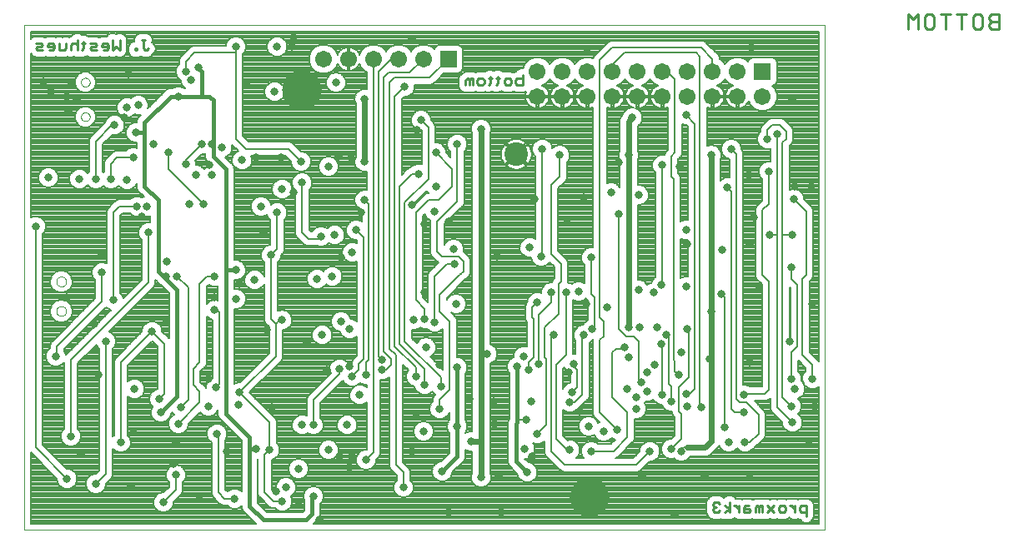
<source format=gbl>
G75*
G70*
%OFA0B0*%
%FSLAX24Y24*%
%IPPOS*%
%LPD*%
%AMOC8*
5,1,8,0,0,1.08239X$1,22.5*
%
%ADD10C,0.0010*%
%ADD11C,0.0090*%
%ADD12C,0.0110*%
%ADD13C,0.0000*%
%ADD14R,0.0675X0.0675*%
%ADD15C,0.0675*%
%ADD16C,0.0945*%
%ADD17C,0.0317*%
%ADD18C,0.1575*%
%ADD19C,0.0080*%
%ADD20C,0.0240*%
%ADD21C,0.0160*%
D10*
X000450Y000105D02*
X032450Y000105D01*
X032450Y020305D01*
X000450Y020305D01*
X000450Y000105D01*
D11*
X027978Y000868D02*
X028047Y000800D01*
X028184Y000800D01*
X028252Y000868D01*
X028431Y000800D02*
X028636Y000937D01*
X028431Y001074D01*
X028252Y001142D02*
X028184Y001210D01*
X028047Y001210D01*
X027978Y001142D01*
X027978Y001074D01*
X028047Y001005D01*
X027978Y000937D01*
X027978Y000868D01*
X028047Y001005D02*
X028115Y001005D01*
X028636Y000800D02*
X028636Y001210D01*
X028814Y001074D02*
X028883Y001074D01*
X029019Y000937D01*
X029019Y000800D02*
X029019Y001074D01*
X029206Y001005D02*
X029206Y000800D01*
X029411Y000800D01*
X029480Y000868D01*
X029411Y000937D01*
X029206Y000937D01*
X029206Y001005D02*
X029275Y001074D01*
X029411Y001074D01*
X029667Y001005D02*
X029667Y000800D01*
X029803Y000800D02*
X029803Y001005D01*
X029735Y001074D01*
X029667Y001005D01*
X029803Y001005D02*
X029872Y001074D01*
X029940Y001074D01*
X029940Y000800D01*
X030127Y000800D02*
X030401Y001074D01*
X030587Y001005D02*
X030656Y001074D01*
X030793Y001074D01*
X030861Y001005D01*
X030861Y000868D01*
X030793Y000800D01*
X030656Y000800D01*
X030587Y000868D01*
X030587Y001005D01*
X030401Y000800D02*
X030127Y001074D01*
X031039Y001074D02*
X031108Y001074D01*
X031245Y000937D01*
X031245Y000800D02*
X031245Y001074D01*
X031431Y001005D02*
X031431Y000868D01*
X031500Y000800D01*
X031705Y000800D01*
X031705Y000663D02*
X031705Y001074D01*
X031500Y001074D01*
X031431Y001005D01*
X020355Y017900D02*
X020150Y017900D01*
X020081Y017968D01*
X020081Y018105D01*
X020150Y018174D01*
X020355Y018174D01*
X020355Y018310D02*
X020355Y017900D01*
X019895Y017968D02*
X019895Y018105D01*
X019826Y018174D01*
X019689Y018174D01*
X019621Y018105D01*
X019621Y017968D01*
X019689Y017900D01*
X019826Y017900D01*
X019895Y017968D01*
X019434Y018174D02*
X019297Y018174D01*
X019366Y018242D02*
X019366Y017968D01*
X019297Y017900D01*
X019059Y017968D02*
X019059Y018242D01*
X019127Y018174D02*
X018991Y018174D01*
X018820Y018105D02*
X018820Y017968D01*
X018752Y017900D01*
X018615Y017900D01*
X018547Y017968D01*
X018547Y018105D01*
X018615Y018174D01*
X018752Y018174D01*
X018820Y018105D01*
X018991Y017900D02*
X019059Y017968D01*
X018360Y017900D02*
X018360Y018174D01*
X018292Y018174D01*
X018223Y018105D01*
X018155Y018174D01*
X018086Y018105D01*
X018086Y017900D01*
X018223Y017900D02*
X018223Y018105D01*
X005405Y019368D02*
X005337Y019300D01*
X005268Y019300D01*
X005200Y019368D01*
X005200Y019710D01*
X005268Y019710D02*
X005131Y019710D01*
X004945Y019368D02*
X004876Y019368D01*
X004876Y019300D01*
X004945Y019300D01*
X004945Y019368D01*
X004254Y019300D02*
X004117Y019437D01*
X003980Y019300D01*
X003980Y019710D01*
X004254Y019710D02*
X004254Y019300D01*
X003794Y019368D02*
X003794Y019505D01*
X003725Y019574D01*
X003588Y019574D01*
X003520Y019505D01*
X003520Y019437D01*
X003794Y019437D01*
X003794Y019368D02*
X003725Y019300D01*
X003588Y019300D01*
X003333Y019300D02*
X003128Y019300D01*
X003060Y019368D01*
X003128Y019437D01*
X003265Y019437D01*
X003333Y019505D01*
X003265Y019574D01*
X003060Y019574D01*
X002873Y019574D02*
X002736Y019574D01*
X002804Y019642D02*
X002804Y019368D01*
X002736Y019300D01*
X002566Y019300D02*
X002566Y019710D01*
X002498Y019574D02*
X002361Y019574D01*
X002292Y019505D01*
X002292Y019300D01*
X002106Y019368D02*
X002037Y019300D01*
X001832Y019300D01*
X001832Y019574D01*
X001645Y019505D02*
X001577Y019574D01*
X001440Y019574D01*
X001372Y019505D01*
X001372Y019437D01*
X001645Y019437D01*
X001645Y019505D02*
X001645Y019368D01*
X001577Y019300D01*
X001440Y019300D01*
X001185Y019300D02*
X000980Y019300D01*
X000911Y019368D01*
X000980Y019437D01*
X001116Y019437D01*
X001185Y019505D01*
X001116Y019574D01*
X000911Y019574D01*
X002106Y019574D02*
X002106Y019368D01*
X002498Y019574D02*
X002566Y019505D01*
D12*
X035779Y020160D02*
X035779Y020751D01*
X035975Y020554D01*
X036172Y020751D01*
X036172Y020160D01*
X036423Y020258D02*
X036423Y020652D01*
X036522Y020751D01*
X036718Y020751D01*
X036817Y020652D01*
X036817Y020258D01*
X036718Y020160D01*
X036522Y020160D01*
X036423Y020258D01*
X037068Y020751D02*
X037461Y020751D01*
X037265Y020751D02*
X037265Y020160D01*
X037909Y020160D02*
X037909Y020751D01*
X038106Y020751D02*
X037712Y020751D01*
X038357Y020652D02*
X038357Y020258D01*
X038455Y020160D01*
X038652Y020160D01*
X038750Y020258D01*
X038750Y020652D01*
X038652Y020751D01*
X038455Y020751D01*
X038357Y020652D01*
X039001Y020652D02*
X039001Y020554D01*
X039100Y020455D01*
X039395Y020455D01*
X039395Y020160D02*
X039100Y020160D01*
X039001Y020258D01*
X039001Y020357D01*
X039100Y020455D01*
X039001Y020652D02*
X039100Y020751D01*
X039395Y020751D01*
X039395Y020160D01*
D13*
X002703Y018022D02*
X002705Y018048D01*
X002711Y018074D01*
X002721Y018099D01*
X002734Y018122D01*
X002750Y018142D01*
X002770Y018160D01*
X002792Y018175D01*
X002815Y018187D01*
X002841Y018195D01*
X002867Y018199D01*
X002893Y018199D01*
X002919Y018195D01*
X002945Y018187D01*
X002969Y018175D01*
X002990Y018160D01*
X003010Y018142D01*
X003026Y018122D01*
X003039Y018099D01*
X003049Y018074D01*
X003055Y018048D01*
X003057Y018022D01*
X003055Y017996D01*
X003049Y017970D01*
X003039Y017945D01*
X003026Y017922D01*
X003010Y017902D01*
X002990Y017884D01*
X002968Y017869D01*
X002945Y017857D01*
X002919Y017849D01*
X002893Y017845D01*
X002867Y017845D01*
X002841Y017849D01*
X002815Y017857D01*
X002791Y017869D01*
X002770Y017884D01*
X002750Y017902D01*
X002734Y017922D01*
X002721Y017945D01*
X002711Y017970D01*
X002705Y017996D01*
X002703Y018022D01*
X002703Y016644D02*
X002705Y016670D01*
X002711Y016696D01*
X002721Y016721D01*
X002734Y016744D01*
X002750Y016764D01*
X002770Y016782D01*
X002792Y016797D01*
X002815Y016809D01*
X002841Y016817D01*
X002867Y016821D01*
X002893Y016821D01*
X002919Y016817D01*
X002945Y016809D01*
X002969Y016797D01*
X002990Y016782D01*
X003010Y016764D01*
X003026Y016744D01*
X003039Y016721D01*
X003049Y016696D01*
X003055Y016670D01*
X003057Y016644D01*
X003055Y016618D01*
X003049Y016592D01*
X003039Y016567D01*
X003026Y016544D01*
X003010Y016524D01*
X002990Y016506D01*
X002968Y016491D01*
X002945Y016479D01*
X002919Y016471D01*
X002893Y016467D01*
X002867Y016467D01*
X002841Y016471D01*
X002815Y016479D01*
X002791Y016491D01*
X002770Y016506D01*
X002750Y016524D01*
X002734Y016544D01*
X002721Y016567D01*
X002711Y016592D01*
X002705Y016618D01*
X002703Y016644D01*
X001720Y010046D02*
X001722Y010073D01*
X001728Y010100D01*
X001737Y010126D01*
X001750Y010150D01*
X001766Y010173D01*
X001785Y010192D01*
X001807Y010209D01*
X001831Y010223D01*
X001856Y010233D01*
X001883Y010240D01*
X001910Y010243D01*
X001938Y010242D01*
X001965Y010237D01*
X001991Y010229D01*
X002015Y010217D01*
X002038Y010201D01*
X002059Y010183D01*
X002076Y010162D01*
X002091Y010138D01*
X002102Y010113D01*
X002110Y010087D01*
X002114Y010060D01*
X002114Y010032D01*
X002110Y010005D01*
X002102Y009979D01*
X002091Y009954D01*
X002076Y009930D01*
X002059Y009909D01*
X002038Y009891D01*
X002016Y009875D01*
X001991Y009863D01*
X001965Y009855D01*
X001938Y009850D01*
X001910Y009849D01*
X001883Y009852D01*
X001856Y009859D01*
X001831Y009869D01*
X001807Y009883D01*
X001785Y009900D01*
X001766Y009919D01*
X001750Y009942D01*
X001737Y009966D01*
X001728Y009992D01*
X001722Y010019D01*
X001720Y010046D01*
X001720Y008864D02*
X001722Y008891D01*
X001728Y008918D01*
X001737Y008944D01*
X001750Y008968D01*
X001766Y008991D01*
X001785Y009010D01*
X001807Y009027D01*
X001831Y009041D01*
X001856Y009051D01*
X001883Y009058D01*
X001910Y009061D01*
X001938Y009060D01*
X001965Y009055D01*
X001991Y009047D01*
X002015Y009035D01*
X002038Y009019D01*
X002059Y009001D01*
X002076Y008980D01*
X002091Y008956D01*
X002102Y008931D01*
X002110Y008905D01*
X002114Y008878D01*
X002114Y008850D01*
X002110Y008823D01*
X002102Y008797D01*
X002091Y008772D01*
X002076Y008748D01*
X002059Y008727D01*
X002038Y008709D01*
X002016Y008693D01*
X001991Y008681D01*
X001965Y008673D01*
X001938Y008668D01*
X001910Y008667D01*
X001883Y008670D01*
X001856Y008677D01*
X001831Y008687D01*
X001807Y008701D01*
X001785Y008718D01*
X001766Y008737D01*
X001750Y008760D01*
X001737Y008784D01*
X001728Y008810D01*
X001722Y008837D01*
X001720Y008864D01*
D14*
X017400Y018955D03*
X029950Y018455D03*
D15*
X028950Y018455D03*
X027950Y018455D03*
X026950Y018455D03*
X025950Y018455D03*
X024950Y018455D03*
X023950Y018455D03*
X022950Y018455D03*
X021950Y018455D03*
X020950Y018455D03*
X020950Y017455D03*
X021950Y017455D03*
X022950Y017455D03*
X023950Y017455D03*
X024950Y017455D03*
X025950Y017455D03*
X026950Y017455D03*
X027950Y017455D03*
X028950Y017455D03*
X029950Y017455D03*
X016400Y018955D03*
X015400Y018955D03*
X014400Y018955D03*
X013400Y018955D03*
X012400Y018955D03*
D16*
X020115Y015140D03*
D17*
X021150Y015355D03*
X021850Y015105D03*
X024200Y014805D03*
X024600Y015105D03*
X025950Y014705D03*
X026650Y014655D03*
X027900Y015105D03*
X028700Y015355D03*
X030150Y015755D03*
X030550Y015955D03*
X031150Y017355D03*
X029500Y019405D03*
X026900Y016705D03*
X024750Y016605D03*
X022950Y019255D03*
X018700Y016155D03*
X017750Y015555D03*
X016900Y015205D03*
X016200Y014355D03*
X016900Y013855D03*
X015950Y013105D03*
X016850Y012855D03*
X016450Y012355D03*
X017400Y012455D03*
X017600Y011355D03*
X017650Y010755D03*
X019350Y011055D03*
X020650Y011405D03*
X021100Y011055D03*
X023100Y011005D03*
X025000Y009705D03*
X025600Y009605D03*
X025900Y009905D03*
X026900Y009855D03*
X027900Y008855D03*
X028300Y009555D03*
X029800Y009755D03*
X031100Y010605D03*
X029450Y011555D03*
X030250Y011905D03*
X031150Y011905D03*
X029600Y012605D03*
X031200Y013355D03*
X031250Y013855D03*
X031900Y013855D03*
X030200Y014455D03*
X029400Y014305D03*
X028550Y013805D03*
X026900Y012105D03*
X026950Y011555D03*
X028350Y011305D03*
X025000Y013505D03*
X023900Y013605D03*
X022800Y013405D03*
X024200Y012755D03*
X022150Y012505D03*
X020850Y013355D03*
X016150Y016105D03*
X016300Y016505D03*
X015650Y017855D03*
X014050Y017355D03*
X012900Y018005D03*
X012150Y017705D03*
X011974Y017281D03*
X011550Y017105D03*
X011126Y017281D03*
X010950Y017705D03*
X010450Y017655D03*
X011126Y018129D03*
X011550Y018305D03*
X011974Y018129D03*
X011150Y019455D03*
X011200Y019805D03*
X010550Y019455D03*
X008900Y019455D03*
X007400Y018605D03*
X006900Y018455D03*
X007100Y018105D03*
X006600Y017455D03*
X005000Y017105D03*
X004550Y017005D03*
X004450Y016605D03*
X004050Y016305D03*
X004900Y016005D03*
X005600Y015555D03*
X006200Y015205D03*
X006900Y014755D03*
X007300Y014305D03*
X007950Y014305D03*
X007850Y014705D03*
X008350Y015405D03*
X007950Y015555D03*
X007550Y015555D03*
X009150Y014905D03*
X009700Y015005D03*
X010700Y015005D03*
X011500Y014855D03*
X011550Y014005D03*
X011200Y013605D03*
X010750Y013755D03*
X010550Y012805D03*
X009900Y013055D03*
X010000Y012005D03*
X010300Y011105D03*
X008900Y010505D03*
X009050Y009955D03*
X009650Y010105D03*
X008900Y009355D03*
X008050Y009405D03*
X008050Y008905D03*
X006100Y008405D03*
X005550Y008055D03*
X003700Y007655D03*
X003300Y007305D03*
X003400Y006305D03*
X004850Y005755D03*
X005850Y005355D03*
X006700Y005005D03*
X006600Y004355D03*
X005900Y004805D03*
X004800Y004005D03*
X004300Y003605D03*
X002700Y003155D03*
X002300Y003855D03*
X002150Y002155D03*
X003300Y001955D03*
X004700Y001855D03*
X006000Y001205D03*
X007450Y001455D03*
X006500Y002305D03*
X006400Y002755D03*
X006500Y003605D03*
X008150Y003955D03*
X008550Y003255D03*
X009700Y003355D03*
X010250Y003305D03*
X011400Y002555D03*
X010900Y001805D03*
X010500Y001655D03*
X010750Y001255D03*
X011400Y001105D03*
X012000Y001455D03*
X012250Y000505D03*
X013450Y002605D03*
X013550Y003055D03*
X014100Y002905D03*
X013050Y003055D03*
X012600Y003305D03*
X012000Y004305D03*
X011550Y004305D03*
X010350Y005005D03*
X009000Y005105D03*
X009050Y005605D03*
X008100Y005805D03*
X007800Y006155D03*
X007800Y005055D03*
X011750Y007605D03*
X012350Y007905D03*
X013450Y008155D03*
X013100Y008455D03*
X010750Y008505D03*
X010150Y008105D03*
X012550Y006505D03*
X013050Y006555D03*
X013450Y006655D03*
X013550Y006255D03*
X014100Y006305D03*
X014750Y006505D03*
X014750Y006905D03*
X016100Y006255D03*
X016450Y005905D03*
X017100Y005855D03*
X017050Y006705D03*
X017750Y006605D03*
X018950Y007155D03*
X020150Y006655D03*
X020600Y006505D03*
X021000Y006755D03*
X020400Y007055D03*
X021600Y007905D03*
X022800Y007905D03*
X023150Y008155D03*
X024600Y008205D03*
X025050Y008205D03*
X025750Y008205D03*
X026100Y007905D03*
X025900Y007555D03*
X026700Y007205D03*
X026600Y006305D03*
X025650Y006705D03*
X025350Y006405D03*
X025100Y006005D03*
X025350Y005655D03*
X024900Y005405D03*
X024550Y005755D03*
X024900Y004955D03*
X024150Y004105D03*
X023600Y004055D03*
X023000Y004255D03*
X022650Y004855D03*
X022250Y005205D03*
X022350Y005605D03*
X022200Y006405D03*
X022400Y006755D03*
X024450Y007405D03*
X024600Y007005D03*
X026950Y008155D03*
X027850Y006955D03*
X029450Y006805D03*
X031100Y006155D03*
X031250Y005755D03*
X031950Y006155D03*
X032050Y005055D03*
X031100Y005055D03*
X031150Y004405D03*
X031800Y003655D03*
X029250Y003605D03*
X028600Y003605D03*
X028450Y004205D03*
X029200Y004805D03*
X029200Y005505D03*
X027500Y005005D03*
X026950Y005055D03*
X026300Y005255D03*
X025950Y005505D03*
X026900Y005555D03*
X026300Y003355D03*
X026700Y003255D03*
X025450Y003255D03*
X025150Y002255D03*
X023650Y001405D03*
X023474Y000981D03*
X023050Y000805D03*
X022626Y000981D03*
X022450Y001405D03*
X022626Y001829D03*
X023050Y002005D03*
X023474Y001829D03*
X023100Y003255D03*
X022250Y003305D03*
X020950Y003955D03*
X020500Y004505D03*
X020700Y005255D03*
X019200Y005255D03*
X019250Y004355D03*
X018300Y003655D03*
X017750Y004255D03*
X017050Y004955D03*
X016100Y004755D03*
X016400Y004055D03*
X015950Y003255D03*
X017150Y002455D03*
X018700Y002205D03*
X019400Y002255D03*
X020550Y002405D03*
X020750Y003055D03*
X020450Y003355D03*
X018250Y005355D03*
X016500Y007405D03*
X016850Y008405D03*
X016450Y008555D03*
X016000Y008505D03*
X016450Y009605D03*
X017700Y009155D03*
X020950Y009205D03*
X021500Y009605D03*
X022100Y009605D03*
X022600Y009655D03*
X022900Y009155D03*
X023750Y009005D03*
X031050Y007655D03*
X031950Y009155D03*
X029450Y002305D03*
X027650Y002255D03*
X026450Y000705D03*
X019500Y000805D03*
X017400Y000805D03*
X015600Y001805D03*
X013350Y004305D03*
X013850Y005505D03*
X008850Y001355D03*
X001700Y007055D03*
X003250Y008355D03*
X004000Y009305D03*
X003550Y010405D03*
X003550Y011155D03*
X005400Y012005D03*
X005150Y012655D03*
X004950Y013055D03*
X005350Y013055D03*
X004550Y014105D03*
X003900Y014155D03*
X003300Y014155D03*
X002650Y014155D03*
X001400Y014205D03*
X000900Y012255D03*
X002150Y009405D03*
X006100Y010255D03*
X006550Y010255D03*
X006150Y010855D03*
X008050Y010255D03*
X012150Y010155D03*
X012750Y010255D03*
X013100Y011005D03*
X013550Y011205D03*
X012850Y011905D03*
X012300Y011855D03*
X013700Y012105D03*
X013900Y012805D03*
X014050Y013305D03*
X012600Y014655D03*
X013000Y015055D03*
X013500Y015005D03*
X014050Y014855D03*
X009350Y017905D03*
X004600Y018355D03*
X002550Y017355D03*
X002150Y017455D03*
X002300Y018005D03*
X001500Y017655D03*
X001200Y018055D03*
X002200Y016855D03*
X004800Y015005D03*
X007050Y013155D03*
X007600Y013155D03*
X015950Y019755D03*
D18*
X011550Y017705D03*
X023050Y001405D03*
D19*
X021994Y002425D02*
X024956Y002425D01*
X025059Y002468D01*
X025447Y002856D01*
X025529Y002856D01*
X025676Y002917D01*
X025788Y003029D01*
X025849Y003176D01*
X025849Y003334D01*
X025788Y003481D01*
X025676Y003593D01*
X025529Y003654D01*
X025371Y003654D01*
X025224Y003593D01*
X025112Y003481D01*
X025051Y003334D01*
X025051Y003252D01*
X024784Y002985D01*
X024080Y002985D01*
X024159Y003018D01*
X024709Y003568D01*
X024787Y003646D01*
X024830Y003749D01*
X024830Y004556D01*
X024979Y004556D01*
X025126Y004617D01*
X025238Y004729D01*
X025299Y004876D01*
X025299Y005034D01*
X025238Y005180D01*
X025270Y005257D01*
X025271Y005256D01*
X025429Y005256D01*
X025576Y005317D01*
X025590Y005331D01*
X025612Y005279D01*
X025724Y005167D01*
X025871Y005106D01*
X025930Y005106D01*
X025962Y005029D01*
X026074Y004917D01*
X026221Y004856D01*
X026320Y004856D01*
X026320Y004799D01*
X026363Y004696D01*
X026420Y004639D01*
X026420Y003871D01*
X026303Y003754D01*
X026221Y003754D01*
X026074Y003693D01*
X025962Y003581D01*
X025901Y003434D01*
X025901Y003276D01*
X025962Y003129D01*
X026074Y003017D01*
X026221Y002956D01*
X026379Y002956D01*
X026419Y002973D01*
X026474Y002917D01*
X026621Y002856D01*
X026779Y002856D01*
X026926Y002917D01*
X027038Y003029D01*
X027045Y003045D01*
X027722Y003045D01*
X027854Y003100D01*
X027955Y003201D01*
X028205Y003451D01*
X028219Y003484D01*
X028262Y003379D01*
X028374Y003267D01*
X028521Y003206D01*
X028679Y003206D01*
X028826Y003267D01*
X028925Y003366D01*
X029024Y003267D01*
X029171Y003206D01*
X029329Y003206D01*
X029476Y003267D01*
X029554Y003345D01*
X029609Y003368D01*
X029959Y003718D01*
X030037Y003796D01*
X030080Y003899D01*
X030080Y004761D01*
X030037Y004864D01*
X029626Y005275D01*
X030106Y005275D01*
X030209Y005318D01*
X030270Y005379D01*
X030270Y004949D01*
X030313Y004846D01*
X030751Y004408D01*
X030751Y004326D01*
X030812Y004179D01*
X030924Y004067D01*
X031071Y004006D01*
X031229Y004006D01*
X031376Y004067D01*
X031488Y004179D01*
X031549Y004326D01*
X031549Y004484D01*
X031488Y004631D01*
X031376Y004743D01*
X031359Y004750D01*
X031438Y004829D01*
X031499Y004976D01*
X031499Y005134D01*
X031438Y005281D01*
X031353Y005366D01*
X031476Y005417D01*
X031588Y005529D01*
X031649Y005676D01*
X031649Y005834D01*
X031588Y005981D01*
X031497Y006072D01*
X031499Y006076D01*
X031499Y006234D01*
X031438Y006381D01*
X031380Y006439D01*
X031380Y006879D01*
X031391Y006868D01*
X031670Y006589D01*
X031670Y006439D01*
X031612Y006381D01*
X031551Y006234D01*
X031551Y006076D01*
X031612Y005929D01*
X031724Y005817D01*
X031871Y005756D01*
X032029Y005756D01*
X032176Y005817D01*
X032200Y005841D01*
X032200Y000355D01*
X012003Y000355D01*
X012131Y000484D01*
X012221Y000574D01*
X012270Y000691D01*
X012270Y001161D01*
X012338Y001229D01*
X012399Y001376D01*
X012399Y001534D01*
X012338Y001681D01*
X012226Y001793D01*
X012079Y001854D01*
X011921Y001854D01*
X011774Y001793D01*
X011662Y001681D01*
X011601Y001534D01*
X011601Y001376D01*
X011630Y001306D01*
X011630Y000888D01*
X011567Y000825D01*
X010133Y000825D01*
X009770Y001188D01*
X009770Y002956D01*
X009770Y001549D01*
X009813Y001446D01*
X009891Y001368D01*
X010241Y001018D01*
X010344Y000975D01*
X010466Y000975D01*
X010524Y000917D01*
X010671Y000856D01*
X010829Y000856D01*
X010976Y000917D01*
X011088Y001029D01*
X011149Y001176D01*
X011149Y001334D01*
X011098Y001456D01*
X011126Y001467D01*
X011238Y001579D01*
X011299Y001726D01*
X011299Y001884D01*
X011238Y002031D01*
X011126Y002143D01*
X010979Y002204D01*
X010821Y002204D01*
X010674Y002143D01*
X010562Y002031D01*
X010501Y001884D01*
X010501Y001726D01*
X010552Y001604D01*
X010524Y001593D01*
X010491Y001560D01*
X010330Y001721D01*
X010330Y002907D01*
X010476Y002967D01*
X010588Y003079D01*
X010649Y003226D01*
X010649Y003384D01*
X010588Y003531D01*
X010530Y003589D01*
X010530Y004461D01*
X010487Y004564D01*
X009449Y005602D01*
X009449Y005608D01*
X010737Y006896D01*
X010780Y006999D01*
X010780Y008106D01*
X010829Y008106D01*
X010976Y008167D01*
X011088Y008279D01*
X011149Y008426D01*
X012701Y008426D01*
X012701Y008376D02*
X012762Y008229D01*
X012874Y008117D01*
X013021Y008056D01*
X013059Y008056D01*
X013112Y007929D01*
X013224Y007817D01*
X013371Y007756D01*
X013529Y007756D01*
X013676Y007817D01*
X013720Y007861D01*
X013720Y007071D01*
X013641Y006992D01*
X013563Y006914D01*
X013520Y006811D01*
X013520Y006654D01*
X013471Y006654D01*
X013445Y006643D01*
X013388Y006781D01*
X013276Y006893D01*
X013129Y006954D01*
X012971Y006954D01*
X012824Y006893D01*
X012712Y006781D01*
X012651Y006634D01*
X012651Y006476D01*
X012687Y006388D01*
X011763Y005464D01*
X011720Y005361D01*
X011720Y004666D01*
X011629Y004704D01*
X011471Y004704D01*
X011324Y004643D01*
X011212Y004531D01*
X011151Y004384D01*
X011151Y004226D01*
X011212Y004079D01*
X011324Y003967D01*
X011471Y003906D01*
X011629Y003906D01*
X011775Y003967D01*
X011921Y003906D01*
X012079Y003906D01*
X012226Y003967D01*
X012338Y004079D01*
X012399Y004226D01*
X012399Y004384D01*
X012338Y004531D01*
X012280Y004589D01*
X012280Y005189D01*
X013185Y006094D01*
X013212Y006029D01*
X013324Y005917D01*
X013471Y005856D01*
X013629Y005856D01*
X013776Y005917D01*
X013850Y005991D01*
X013874Y005967D01*
X014021Y005906D01*
X014120Y005906D01*
X014120Y005799D01*
X014076Y005843D01*
X013929Y005904D01*
X013771Y005904D01*
X013624Y005843D01*
X013512Y005731D01*
X013451Y005584D01*
X013451Y005426D01*
X013512Y005279D01*
X013624Y005167D01*
X013771Y005106D01*
X013929Y005106D01*
X014076Y005167D01*
X014120Y005211D01*
X014120Y003321D01*
X014103Y003304D01*
X014021Y003304D01*
X013874Y003243D01*
X013762Y003131D01*
X013701Y002984D01*
X013701Y002826D01*
X013762Y002679D01*
X013874Y002567D01*
X014021Y002506D01*
X014179Y002506D01*
X014326Y002567D01*
X014438Y002679D01*
X014499Y002826D01*
X014499Y002908D01*
X014637Y003046D01*
X014680Y003149D01*
X014680Y006106D01*
X014829Y006106D01*
X014976Y006167D01*
X015020Y006211D01*
X015020Y002649D01*
X015063Y002546D01*
X015320Y002289D01*
X015320Y002089D01*
X015262Y002031D01*
X015201Y001884D01*
X015201Y001726D01*
X015262Y001579D01*
X015374Y001467D01*
X015521Y001406D01*
X015679Y001406D01*
X015826Y001467D01*
X015938Y001579D01*
X015999Y001726D01*
X015999Y001884D01*
X015938Y002031D01*
X015880Y002089D01*
X015880Y002461D01*
X015837Y002564D01*
X015580Y002821D01*
X015580Y006729D01*
X015795Y006514D01*
X015762Y006481D01*
X015701Y006334D01*
X015701Y006176D01*
X015762Y006029D01*
X015874Y005917D01*
X016021Y005856D01*
X016051Y005856D01*
X016051Y005826D01*
X016112Y005679D01*
X016224Y005567D01*
X016371Y005506D01*
X016529Y005506D01*
X016676Y005567D01*
X016755Y005646D01*
X016762Y005629D01*
X016870Y005521D01*
X016813Y005464D01*
X016770Y005361D01*
X016770Y005239D01*
X016712Y005181D01*
X016651Y005034D01*
X016651Y004876D01*
X016712Y004729D01*
X016824Y004617D01*
X016971Y004556D01*
X017129Y004556D01*
X017276Y004617D01*
X017388Y004729D01*
X017430Y004830D01*
X017430Y004499D01*
X017412Y004481D01*
X017351Y004334D01*
X017351Y004176D01*
X017412Y004029D01*
X017430Y004011D01*
X017430Y003188D01*
X017096Y002854D01*
X017071Y002854D01*
X016924Y002793D01*
X016812Y002681D01*
X016751Y002534D01*
X016751Y002376D01*
X016812Y002229D01*
X016924Y002117D01*
X017071Y002056D01*
X017229Y002056D01*
X017376Y002117D01*
X017488Y002229D01*
X017549Y002376D01*
X017549Y002401D01*
X018021Y002874D01*
X018070Y002991D01*
X018070Y003321D01*
X018074Y003317D01*
X018221Y003256D01*
X018340Y003256D01*
X018340Y002378D01*
X018301Y002284D01*
X018301Y002126D01*
X018362Y001979D01*
X018474Y001867D01*
X018621Y001806D01*
X018779Y001806D01*
X018926Y001867D01*
X019038Y001979D01*
X019099Y002126D01*
X019099Y002284D01*
X019060Y002378D01*
X019060Y003583D01*
X019060Y006769D01*
X019176Y006817D01*
X019288Y006929D01*
X019349Y007076D01*
X019349Y007234D01*
X019288Y007381D01*
X019176Y007493D01*
X019060Y007541D01*
X019060Y015982D01*
X019099Y016076D01*
X019099Y016234D01*
X019038Y016381D01*
X018926Y016493D01*
X018779Y016554D01*
X018621Y016554D01*
X018474Y016493D01*
X018362Y016381D01*
X018301Y016234D01*
X018301Y016076D01*
X018340Y015982D01*
X018340Y004054D01*
X018221Y004054D01*
X018074Y003993D01*
X018070Y003989D01*
X018070Y004011D01*
X018088Y004029D01*
X018149Y004176D01*
X018149Y004334D01*
X018088Y004481D01*
X018070Y004499D01*
X018070Y006361D01*
X018088Y006379D01*
X018149Y006526D01*
X018149Y006684D01*
X018088Y006831D01*
X017976Y006943D01*
X017829Y007004D01*
X017730Y007004D01*
X017730Y008511D01*
X017687Y008614D01*
X017491Y008810D01*
X017621Y008756D01*
X017779Y008756D01*
X017926Y008817D01*
X018038Y008929D01*
X018099Y009076D01*
X018099Y009234D01*
X018038Y009381D01*
X017926Y009493D01*
X017779Y009554D01*
X017621Y009554D01*
X017474Y009493D01*
X017362Y009381D01*
X017330Y009304D01*
X017330Y009389D01*
X018009Y010068D01*
X018237Y010296D01*
X018280Y010399D01*
X018280Y010911D01*
X018237Y011014D01*
X018159Y011092D01*
X017992Y011259D01*
X017999Y011276D01*
X017999Y011434D01*
X017938Y011581D01*
X017826Y011693D01*
X017679Y011754D01*
X017521Y011754D01*
X017374Y011693D01*
X017262Y011581D01*
X017230Y011504D01*
X017230Y012339D01*
X017909Y013018D01*
X017987Y013096D01*
X018030Y013199D01*
X018030Y015271D01*
X018088Y015329D01*
X018149Y015476D01*
X018149Y015634D01*
X018088Y015781D01*
X017976Y015893D01*
X017829Y015954D01*
X017671Y015954D01*
X017524Y015893D01*
X017412Y015781D01*
X017351Y015634D01*
X017351Y015476D01*
X017412Y015329D01*
X017470Y015271D01*
X017470Y015031D01*
X017299Y015202D01*
X017299Y015284D01*
X017238Y015431D01*
X017126Y015543D01*
X016979Y015604D01*
X016880Y015604D01*
X016880Y016261D01*
X016837Y016364D01*
X016699Y016502D01*
X016699Y016584D01*
X016638Y016731D01*
X016526Y016843D01*
X016379Y016904D01*
X016221Y016904D01*
X016074Y016843D01*
X015962Y016731D01*
X015901Y016584D01*
X015901Y016426D01*
X015962Y016279D01*
X016074Y016167D01*
X016221Y016106D01*
X016303Y016106D01*
X016320Y016089D01*
X016320Y014737D01*
X016279Y014754D01*
X016121Y014754D01*
X015974Y014693D01*
X015916Y014635D01*
X015894Y014635D01*
X015791Y014592D01*
X015713Y014514D01*
X015530Y014331D01*
X015530Y017339D01*
X015647Y017456D01*
X015729Y017456D01*
X015876Y017517D01*
X015988Y017629D01*
X016049Y017776D01*
X016049Y017925D01*
X016706Y017925D01*
X016809Y017968D01*
X016887Y018046D01*
X017218Y018378D01*
X017785Y018378D01*
X017873Y018414D01*
X017941Y018482D01*
X017977Y018570D01*
X017977Y019340D01*
X017941Y019428D01*
X017873Y019496D01*
X017785Y019532D01*
X017015Y019532D01*
X016927Y019496D01*
X016859Y019428D01*
X016825Y019347D01*
X016727Y019445D01*
X016515Y019532D01*
X016285Y019532D01*
X016073Y019445D01*
X015910Y019282D01*
X015900Y019257D01*
X015890Y019282D01*
X015727Y019445D01*
X015515Y019532D01*
X015285Y019532D01*
X015073Y019445D01*
X014910Y019282D01*
X014900Y019257D01*
X014890Y019282D01*
X014727Y019445D01*
X014515Y019532D01*
X014285Y019532D01*
X014073Y019445D01*
X013910Y019282D01*
X013846Y019127D01*
X013843Y019138D01*
X013808Y019205D01*
X013764Y019266D01*
X013711Y019319D01*
X013650Y019363D01*
X013583Y019398D01*
X013512Y019421D01*
X013440Y019432D01*
X013440Y018995D01*
X013360Y018995D01*
X013360Y019432D01*
X013288Y019421D01*
X013217Y019398D01*
X013150Y019363D01*
X013089Y019319D01*
X013036Y019266D01*
X012992Y019205D01*
X012957Y019138D01*
X012954Y019127D01*
X012890Y019282D01*
X012727Y019445D01*
X012515Y019532D01*
X012285Y019532D01*
X012073Y019445D01*
X011910Y019282D01*
X011823Y019070D01*
X011823Y018840D01*
X011910Y018628D01*
X012073Y018465D01*
X012285Y018378D01*
X012515Y018378D01*
X012727Y018465D01*
X012890Y018628D01*
X012954Y018783D01*
X012957Y018772D01*
X012992Y018705D01*
X013036Y018644D01*
X013089Y018591D01*
X013150Y018547D01*
X013217Y018512D01*
X013288Y018489D01*
X013360Y018478D01*
X013360Y018915D01*
X013440Y018915D01*
X013440Y018478D01*
X013512Y018489D01*
X013583Y018512D01*
X013650Y018547D01*
X013711Y018591D01*
X013764Y018644D01*
X013808Y018705D01*
X013843Y018772D01*
X013846Y018783D01*
X013910Y018628D01*
X014073Y018465D01*
X014120Y018446D01*
X014120Y017754D01*
X013971Y017754D01*
X013824Y017693D01*
X013712Y017581D01*
X013651Y017434D01*
X013651Y017276D01*
X013690Y017182D01*
X013690Y015028D01*
X013651Y014934D01*
X013651Y014776D01*
X013712Y014629D01*
X013824Y014517D01*
X013971Y014456D01*
X014120Y014456D01*
X014120Y013704D01*
X013971Y013704D01*
X013824Y013643D01*
X013712Y013531D01*
X013651Y013384D01*
X013651Y013226D01*
X013712Y013079D01*
X013824Y012967D01*
X013920Y012927D01*
X013920Y012445D01*
X013779Y012504D01*
X013621Y012504D01*
X013474Y012443D01*
X013362Y012331D01*
X013301Y012184D01*
X013301Y012026D01*
X013362Y011879D01*
X013474Y011767D01*
X013621Y011706D01*
X013703Y011706D01*
X013720Y011689D01*
X013720Y011566D01*
X013629Y011604D01*
X013471Y011604D01*
X013324Y011543D01*
X013212Y011431D01*
X013151Y011284D01*
X013151Y011126D01*
X013212Y010979D01*
X013324Y010867D01*
X013471Y010806D01*
X013629Y010806D01*
X013720Y010844D01*
X013720Y008449D01*
X013676Y008493D01*
X013529Y008554D01*
X013491Y008554D01*
X013438Y008681D01*
X013326Y008793D01*
X013179Y008854D01*
X013021Y008854D01*
X012874Y008793D01*
X012762Y008681D01*
X012701Y008534D01*
X012701Y008376D01*
X012713Y008348D02*
X011116Y008348D01*
X011149Y008426D02*
X011149Y008584D01*
X011088Y008731D01*
X010976Y008843D01*
X010829Y008904D01*
X010671Y008904D01*
X010580Y008866D01*
X010580Y010821D01*
X010638Y010879D01*
X010699Y011026D01*
X010699Y011108D01*
X010787Y011196D01*
X010830Y011299D01*
X010830Y012521D01*
X010888Y012579D01*
X010949Y012726D01*
X010949Y012884D01*
X010888Y013031D01*
X010776Y013143D01*
X010629Y013204D01*
X010471Y013204D01*
X010324Y013143D01*
X010299Y013118D01*
X010299Y013134D01*
X010238Y013281D01*
X010126Y013393D01*
X009979Y013454D01*
X009821Y013454D01*
X009674Y013393D01*
X009562Y013281D01*
X009501Y013134D01*
X009501Y012976D01*
X009562Y012829D01*
X009674Y012717D01*
X009821Y012656D01*
X009979Y012656D01*
X010126Y012717D01*
X010151Y012742D01*
X010151Y012726D01*
X010212Y012579D01*
X010270Y012521D01*
X010270Y011504D01*
X010221Y011504D01*
X010074Y011443D01*
X009962Y011331D01*
X009901Y011184D01*
X009901Y011026D01*
X009962Y010879D01*
X010020Y010821D01*
X010020Y010254D01*
X009988Y010331D01*
X009876Y010443D01*
X009729Y010504D01*
X009571Y010504D01*
X009424Y010443D01*
X009312Y010331D01*
X009251Y010184D01*
X009251Y010026D01*
X009312Y009879D01*
X009424Y009767D01*
X009571Y009706D01*
X009729Y009706D01*
X009876Y009767D01*
X009988Y009879D01*
X010020Y009956D01*
X010020Y008499D01*
X010063Y008396D01*
X010220Y008239D01*
X010220Y007171D01*
X009053Y006004D01*
X008971Y006004D01*
X008824Y005943D01*
X008820Y005939D01*
X008820Y008957D01*
X008821Y008956D01*
X008979Y008956D01*
X009126Y009017D01*
X009238Y009129D01*
X009299Y009276D01*
X009299Y009434D01*
X009238Y009581D01*
X009126Y009693D01*
X008979Y009754D01*
X008821Y009754D01*
X008820Y009753D01*
X008820Y010107D01*
X008821Y010106D01*
X008979Y010106D01*
X009126Y010167D01*
X009238Y010279D01*
X009299Y010426D01*
X009299Y010584D01*
X009238Y010731D01*
X009126Y010843D01*
X008979Y010904D01*
X008821Y010904D01*
X008820Y010903D01*
X008820Y014619D01*
X008771Y014736D01*
X008681Y014826D01*
X008480Y015027D01*
X008576Y015067D01*
X008688Y015179D01*
X008749Y015326D01*
X008749Y015484D01*
X008730Y015529D01*
X008989Y015270D01*
X008924Y015243D01*
X008812Y015131D01*
X008751Y014984D01*
X008751Y014826D01*
X008812Y014679D01*
X008924Y014567D01*
X009071Y014506D01*
X009229Y014506D01*
X009376Y014567D01*
X009488Y014679D01*
X009549Y014826D01*
X009549Y014984D01*
X009511Y015075D01*
X010884Y015075D01*
X011101Y014858D01*
X011101Y014776D01*
X011162Y014629D01*
X011274Y014517D01*
X011421Y014456D01*
X011579Y014456D01*
X011726Y014517D01*
X011838Y014629D01*
X011899Y014776D01*
X011899Y014934D01*
X011838Y015081D01*
X011726Y015193D01*
X011579Y015254D01*
X011497Y015254D01*
X011159Y015592D01*
X011056Y015635D01*
X009416Y015635D01*
X009180Y015871D01*
X009180Y019171D01*
X009238Y019229D01*
X009299Y019376D01*
X009299Y019534D01*
X009238Y019681D01*
X009126Y019793D01*
X008979Y019854D01*
X008821Y019854D01*
X008674Y019793D01*
X008562Y019681D01*
X008501Y019534D01*
X008501Y019485D01*
X007194Y019485D01*
X007091Y019442D01*
X007013Y019364D01*
X007013Y019364D01*
X006741Y019092D01*
X006663Y019014D01*
X006620Y018911D01*
X006620Y018739D01*
X006562Y018681D01*
X006501Y018534D01*
X006501Y018376D01*
X006562Y018229D01*
X006674Y018117D01*
X006701Y018106D01*
X006701Y018026D01*
X006762Y017879D01*
X006866Y017775D01*
X006844Y017775D01*
X006826Y017793D01*
X006679Y017854D01*
X006521Y017854D01*
X006374Y017793D01*
X006356Y017775D01*
X006236Y017775D01*
X006119Y017726D01*
X006029Y017636D01*
X005385Y016993D01*
X005399Y017026D01*
X005399Y017184D01*
X005338Y017331D01*
X005226Y017443D01*
X005079Y017504D01*
X004921Y017504D01*
X004774Y017443D01*
X004704Y017373D01*
X004629Y017404D01*
X004471Y017404D01*
X004324Y017343D01*
X004212Y017231D01*
X004151Y017084D01*
X004151Y016926D01*
X004212Y016779D01*
X004324Y016667D01*
X004471Y016606D01*
X004629Y016606D01*
X004776Y016667D01*
X004846Y016737D01*
X004921Y016706D01*
X005079Y016706D01*
X005112Y016720D01*
X005069Y016676D01*
X004979Y016586D01*
X004930Y016469D01*
X004930Y016404D01*
X004821Y016404D01*
X004674Y016343D01*
X004562Y016231D01*
X004501Y016084D01*
X004501Y015926D01*
X004562Y015779D01*
X004674Y015667D01*
X004821Y015606D01*
X004930Y015606D01*
X004930Y015383D01*
X004879Y015404D01*
X004721Y015404D01*
X004574Y015343D01*
X004516Y015285D01*
X004094Y015285D01*
X003991Y015242D01*
X003913Y015164D01*
X003663Y014914D01*
X003620Y014811D01*
X003620Y014439D01*
X003600Y014419D01*
X003580Y014439D01*
X003580Y015539D01*
X003954Y015913D01*
X003971Y015906D01*
X004129Y015906D01*
X004276Y015967D01*
X004388Y016079D01*
X004449Y016226D01*
X004449Y016384D01*
X004388Y016531D01*
X004276Y016643D01*
X004129Y016704D01*
X003971Y016704D01*
X003824Y016643D01*
X003712Y016531D01*
X003664Y016415D01*
X003063Y015814D01*
X003020Y015711D01*
X003020Y014439D01*
X002975Y014394D01*
X002876Y014493D01*
X002729Y014554D01*
X002571Y014554D01*
X002424Y014493D01*
X002312Y014381D01*
X002251Y014234D01*
X002251Y014076D01*
X002312Y013929D01*
X002424Y013817D01*
X002571Y013756D01*
X002729Y013756D01*
X002876Y013817D01*
X002975Y013916D01*
X003074Y013817D01*
X003221Y013756D01*
X003379Y013756D01*
X003526Y013817D01*
X003600Y013891D01*
X003674Y013817D01*
X003821Y013756D01*
X003979Y013756D01*
X004126Y013817D01*
X004205Y013896D01*
X004212Y013879D01*
X004324Y013767D01*
X004471Y013706D01*
X004629Y013706D01*
X004776Y013767D01*
X004888Y013879D01*
X004930Y013980D01*
X004930Y013791D01*
X004979Y013674D01*
X005220Y013433D01*
X005150Y013404D01*
X005029Y013454D01*
X004871Y013454D01*
X004724Y013393D01*
X004666Y013335D01*
X004194Y013335D01*
X004091Y013292D01*
X004013Y013214D01*
X003763Y012964D01*
X003720Y012861D01*
X003720Y010766D01*
X003629Y010804D01*
X003471Y010804D01*
X003324Y010743D01*
X003212Y010631D01*
X003151Y010484D01*
X003151Y010326D01*
X003212Y010179D01*
X003270Y010121D01*
X003270Y009371D01*
X001591Y007692D01*
X001513Y007614D01*
X001470Y007511D01*
X001470Y007389D01*
X001362Y007281D01*
X001301Y007134D01*
X001301Y006976D01*
X001362Y006829D01*
X001474Y006717D01*
X001621Y006656D01*
X001779Y006656D01*
X001926Y006717D01*
X002020Y006811D01*
X002020Y004139D01*
X001962Y004081D01*
X001901Y003934D01*
X001901Y003776D01*
X001962Y003629D01*
X002074Y003517D01*
X002221Y003456D01*
X002379Y003456D01*
X002526Y003517D01*
X002638Y003629D01*
X002699Y003776D01*
X002699Y003934D01*
X002638Y004081D01*
X002580Y004139D01*
X002580Y006789D01*
X003320Y007529D01*
X003362Y007429D01*
X003420Y007371D01*
X003420Y002471D01*
X003303Y002354D01*
X003221Y002354D01*
X003074Y002293D01*
X002962Y002181D01*
X002901Y002034D01*
X002901Y001876D01*
X002962Y001729D01*
X003074Y001617D01*
X003221Y001556D01*
X003379Y001556D01*
X003526Y001617D01*
X003638Y001729D01*
X003699Y001876D01*
X003699Y001958D01*
X003937Y002196D01*
X003980Y002299D01*
X003980Y003361D01*
X004074Y003267D01*
X004221Y003206D01*
X004379Y003206D01*
X004526Y003267D01*
X004638Y003379D01*
X004699Y003526D01*
X004699Y003684D01*
X004638Y003831D01*
X004580Y003889D01*
X004580Y005461D01*
X004624Y005417D01*
X004771Y005356D01*
X004929Y005356D01*
X005076Y005417D01*
X005188Y005529D01*
X005249Y005676D01*
X005249Y005834D01*
X005188Y005981D01*
X005076Y006093D01*
X004929Y006154D01*
X004771Y006154D01*
X004624Y006093D01*
X004580Y006049D01*
X004580Y006689D01*
X005547Y007656D01*
X005553Y007656D01*
X005770Y007439D01*
X005770Y005753D01*
X005624Y005693D01*
X005512Y005581D01*
X005451Y005434D01*
X005451Y005276D01*
X005512Y005129D01*
X004580Y005129D01*
X004580Y005051D02*
X005582Y005051D01*
X005586Y005055D02*
X005562Y005031D01*
X005501Y004884D01*
X005501Y004726D01*
X005562Y004579D01*
X005674Y004467D01*
X005821Y004406D01*
X005979Y004406D01*
X006126Y004467D01*
X006238Y004579D01*
X006299Y004726D01*
X006299Y004751D01*
X006352Y004804D01*
X006362Y004779D01*
X006426Y004715D01*
X006374Y004693D01*
X006262Y004581D01*
X006201Y004434D01*
X006201Y004276D01*
X006262Y004129D01*
X006374Y004017D01*
X006521Y003956D01*
X006679Y003956D01*
X006826Y004017D01*
X006938Y004129D01*
X006999Y004276D01*
X006999Y004358D01*
X007466Y004825D01*
X007574Y004717D01*
X007721Y004656D01*
X007879Y004656D01*
X008026Y004717D01*
X008138Y004829D01*
X008180Y004930D01*
X008180Y004691D01*
X008229Y004574D01*
X009130Y003672D01*
X009130Y001639D01*
X009076Y001693D01*
X008929Y001754D01*
X008771Y001754D01*
X008624Y001693D01*
X008566Y001635D01*
X008480Y001721D01*
X008480Y003721D01*
X008488Y003729D01*
X008549Y003876D01*
X008549Y004034D01*
X008488Y004181D01*
X008376Y004293D01*
X008229Y004354D01*
X008071Y004354D01*
X007924Y004293D01*
X007812Y004181D01*
X007751Y004034D01*
X007751Y003876D01*
X007812Y003729D01*
X007920Y003621D01*
X007920Y001549D01*
X007963Y001446D01*
X008213Y001196D01*
X008291Y001118D01*
X008394Y001075D01*
X008566Y001075D01*
X008624Y001017D01*
X008771Y000956D01*
X008929Y000956D01*
X009076Y001017D01*
X009130Y001071D01*
X009130Y000991D01*
X009179Y000874D01*
X009697Y000355D01*
X000700Y000355D01*
X000700Y003209D01*
X000741Y003168D01*
X001751Y002158D01*
X001751Y002076D01*
X001812Y001929D01*
X001924Y001817D01*
X002071Y001756D01*
X002229Y001756D01*
X002376Y001817D01*
X002488Y001929D01*
X002549Y002076D01*
X002549Y002234D01*
X002488Y002381D01*
X002376Y002493D01*
X002229Y002554D01*
X002147Y002554D01*
X001180Y003521D01*
X001180Y011971D01*
X001238Y012029D01*
X001299Y012176D01*
X001299Y012334D01*
X001238Y012481D01*
X001126Y012593D01*
X000979Y012654D01*
X000821Y012654D01*
X000700Y012604D01*
X000700Y019177D01*
X000743Y019134D01*
X000750Y019127D01*
X000818Y019058D01*
X000862Y019040D01*
X000923Y019015D01*
X001241Y019015D01*
X001312Y019044D01*
X001383Y019015D01*
X001633Y019015D01*
X001704Y019044D01*
X001775Y019015D01*
X002094Y019015D01*
X002165Y019044D01*
X002236Y019015D01*
X002349Y019015D01*
X002429Y019048D01*
X002509Y019015D01*
X002623Y019015D01*
X002651Y019027D01*
X002679Y019015D01*
X002793Y019015D01*
X002897Y019058D01*
X002932Y019093D01*
X002967Y019058D01*
X003011Y019040D01*
X003071Y019015D01*
X003390Y019015D01*
X003461Y019044D01*
X003532Y019015D01*
X003782Y019015D01*
X003853Y019044D01*
X003882Y019032D01*
X003924Y019015D01*
X004037Y019015D01*
X004117Y019048D01*
X004197Y019015D01*
X004311Y019015D01*
X004415Y019058D01*
X004496Y019139D01*
X004539Y019243D01*
X004539Y019767D01*
X004496Y019872D01*
X004415Y019952D01*
X004311Y019995D01*
X004197Y019995D01*
X004117Y019962D01*
X004037Y019995D01*
X003924Y019995D01*
X003819Y019952D01*
X003739Y019872D01*
X003733Y019859D01*
X003532Y019859D01*
X003427Y019815D01*
X003427Y019815D01*
X003426Y019815D01*
X003426Y019815D01*
X003426Y019815D01*
X003413Y019821D01*
X003322Y019859D01*
X003003Y019859D01*
X002994Y019855D01*
X002966Y019884D01*
X002861Y019927D01*
X002752Y019927D01*
X002727Y019952D01*
X002623Y019995D01*
X002509Y019995D01*
X002404Y019952D01*
X002324Y019872D01*
X002319Y019859D01*
X002304Y019859D01*
X002233Y019829D01*
X002162Y019859D01*
X002049Y019859D01*
X001969Y019825D01*
X001889Y019859D01*
X001775Y019859D01*
X001704Y019829D01*
X001633Y019859D01*
X001383Y019859D01*
X001279Y019815D01*
X001278Y019815D01*
X001278Y019815D01*
X001278Y019815D01*
X001264Y019821D01*
X001173Y019859D01*
X000854Y019859D01*
X000750Y019815D01*
X000700Y019765D01*
X000700Y020055D01*
X032200Y020055D01*
X032200Y006833D01*
X032187Y006864D01*
X031830Y007221D01*
X031830Y010039D01*
X031859Y010068D01*
X031937Y010146D01*
X031980Y010249D01*
X031980Y012911D01*
X031937Y013014D01*
X031599Y013352D01*
X031599Y013434D01*
X031538Y013581D01*
X031426Y013693D01*
X031279Y013754D01*
X031121Y013754D01*
X031030Y013716D01*
X031030Y015489D01*
X031137Y015596D01*
X031180Y015699D01*
X031180Y016111D01*
X031137Y016214D01*
X031059Y016292D01*
X030809Y016542D01*
X030706Y016585D01*
X030294Y016585D01*
X030191Y016542D01*
X030113Y016464D01*
X029913Y016264D01*
X029870Y016161D01*
X029870Y016039D01*
X029812Y015981D01*
X029751Y015834D01*
X029751Y015676D01*
X029812Y015529D01*
X029924Y015417D01*
X030071Y015356D01*
X030229Y015356D01*
X030270Y015373D01*
X030270Y014854D01*
X030121Y014854D01*
X029974Y014793D01*
X029862Y014681D01*
X029801Y014534D01*
X029801Y014376D01*
X029862Y014229D01*
X029920Y014171D01*
X029920Y013271D01*
X029791Y013142D01*
X029713Y013064D01*
X029670Y012961D01*
X029670Y010249D01*
X029713Y010146D01*
X029920Y009939D01*
X029920Y005835D01*
X029434Y005835D01*
X029426Y005843D01*
X029279Y005904D01*
X029180Y005904D01*
X029180Y015211D01*
X029137Y015314D01*
X029099Y015352D01*
X029099Y015434D01*
X029038Y015581D01*
X028926Y015693D01*
X028779Y015754D01*
X028621Y015754D01*
X028474Y015693D01*
X028362Y015581D01*
X028301Y015434D01*
X028301Y015276D01*
X028362Y015129D01*
X028474Y015017D01*
X028620Y014957D01*
X028620Y014204D01*
X028471Y014204D01*
X028324Y014143D01*
X028260Y014079D01*
X028260Y014932D01*
X028299Y015026D01*
X028299Y015184D01*
X028238Y015331D01*
X028126Y015443D01*
X027979Y015504D01*
X027821Y015504D01*
X027730Y015466D01*
X027730Y017031D01*
X027767Y017012D01*
X027838Y016989D01*
X027910Y016978D01*
X027910Y017415D01*
X027990Y017415D01*
X027990Y017495D01*
X028427Y017495D01*
X028416Y017567D01*
X028393Y017638D01*
X028358Y017705D01*
X028314Y017766D01*
X028261Y017819D01*
X028200Y017863D01*
X028133Y017898D01*
X028122Y017901D01*
X028277Y017965D01*
X028440Y018128D01*
X028450Y018153D01*
X028460Y018128D01*
X028623Y017965D01*
X028778Y017901D01*
X028767Y017898D01*
X028700Y017863D01*
X028639Y017819D01*
X028586Y017766D01*
X028542Y017705D01*
X028507Y017638D01*
X028484Y017567D01*
X028473Y017495D01*
X028910Y017495D01*
X028910Y017415D01*
X028990Y017415D01*
X028990Y016978D01*
X029062Y016989D01*
X029133Y017012D01*
X029200Y017047D01*
X029261Y017091D01*
X029314Y017144D01*
X029358Y017205D01*
X029393Y017272D01*
X029396Y017283D01*
X029460Y017128D01*
X029623Y016965D01*
X029835Y016878D01*
X030065Y016878D01*
X030277Y016965D01*
X030440Y017128D01*
X030527Y017340D01*
X030527Y017570D01*
X030440Y017782D01*
X030342Y017880D01*
X030423Y017914D01*
X030491Y017982D01*
X030527Y018070D01*
X030527Y018840D01*
X030491Y018928D01*
X030423Y018996D01*
X030335Y019032D01*
X029565Y019032D01*
X029477Y018996D01*
X029409Y018928D01*
X029375Y018847D01*
X029277Y018945D01*
X029065Y019032D01*
X028835Y019032D01*
X028623Y018945D01*
X028460Y018782D01*
X028450Y018757D01*
X028440Y018782D01*
X028277Y018945D01*
X028230Y018964D01*
X028230Y019011D01*
X028187Y019114D01*
X027737Y019564D01*
X027659Y019642D01*
X027556Y019685D01*
X023894Y019685D01*
X023791Y019642D01*
X023291Y019142D01*
X023213Y019064D01*
X023180Y018985D01*
X023065Y019032D01*
X022835Y019032D01*
X022623Y018945D01*
X022460Y018782D01*
X022450Y018757D01*
X022440Y018782D01*
X022277Y018945D01*
X022065Y019032D01*
X021835Y019032D01*
X021623Y018945D01*
X021460Y018782D01*
X021450Y018757D01*
X021440Y018782D01*
X021277Y018945D01*
X021065Y019032D01*
X020835Y019032D01*
X020623Y018945D01*
X020460Y018782D01*
X020383Y018595D01*
X020298Y018595D01*
X020194Y018552D01*
X020113Y018472D01*
X020108Y018459D01*
X020093Y018459D01*
X019988Y018415D01*
X019988Y018415D01*
X019988Y018415D01*
X019988Y018415D01*
X019976Y018420D01*
X019883Y018459D01*
X019633Y018459D01*
X019576Y018435D01*
X019527Y018484D01*
X019423Y018527D01*
X019309Y018527D01*
X019212Y018487D01*
X019116Y018527D01*
X019002Y018527D01*
X018897Y018484D01*
X018854Y018440D01*
X018809Y018459D01*
X018558Y018459D01*
X018488Y018429D01*
X018417Y018459D01*
X018235Y018459D01*
X018223Y018454D01*
X018211Y018459D01*
X018098Y018459D01*
X017993Y018415D01*
X017925Y018347D01*
X017845Y018267D01*
X017801Y018162D01*
X017801Y017843D01*
X017845Y017739D01*
X017925Y017658D01*
X018030Y017615D01*
X018143Y017615D01*
X018155Y017620D01*
X018166Y017615D01*
X018280Y017615D01*
X018292Y017620D01*
X018303Y017615D01*
X018417Y017615D01*
X018488Y017644D01*
X018498Y017640D01*
X018558Y017615D01*
X018809Y017615D01*
X018871Y017641D01*
X018934Y017615D01*
X019047Y017615D01*
X019144Y017655D01*
X019241Y017615D01*
X019354Y017615D01*
X019459Y017658D01*
X019493Y017693D01*
X019528Y017658D01*
X019572Y017640D01*
X019633Y017615D01*
X019883Y017615D01*
X019988Y017658D01*
X019988Y017659D01*
X019988Y017658D01*
X020033Y017640D01*
X020093Y017615D01*
X020412Y017615D01*
X020516Y017658D01*
X020519Y017661D01*
X020507Y017638D01*
X020484Y017567D01*
X020473Y017495D01*
X020910Y017495D01*
X020910Y017415D01*
X020990Y017415D01*
X020990Y017495D01*
X021427Y017495D01*
X021416Y017567D01*
X021393Y017638D01*
X021358Y017705D01*
X021314Y017766D01*
X021261Y017819D01*
X021200Y017863D01*
X021133Y017898D01*
X021122Y017901D01*
X021277Y017965D01*
X021440Y018128D01*
X021450Y018153D01*
X021460Y018128D01*
X021623Y017965D01*
X021778Y017901D01*
X021767Y017898D01*
X021700Y017863D01*
X021639Y017819D01*
X021586Y017766D01*
X021542Y017705D01*
X021507Y017638D01*
X021484Y017567D01*
X021473Y017495D01*
X021910Y017495D01*
X021910Y017415D01*
X021990Y017415D01*
X021990Y017495D01*
X022427Y017495D01*
X022416Y017567D01*
X022393Y017638D01*
X022358Y017705D01*
X022314Y017766D01*
X022261Y017819D01*
X022200Y017863D01*
X022133Y017898D01*
X022122Y017901D01*
X022277Y017965D01*
X022440Y018128D01*
X022450Y018153D01*
X022460Y018128D01*
X022623Y017965D01*
X022778Y017901D01*
X022767Y017898D01*
X022700Y017863D01*
X022639Y017819D01*
X022586Y017766D01*
X022542Y017705D01*
X022507Y017638D01*
X022484Y017567D01*
X022473Y017495D01*
X022910Y017495D01*
X022910Y017415D01*
X022990Y017415D01*
X022990Y016978D01*
X023062Y016989D01*
X023133Y017012D01*
X023170Y017031D01*
X023170Y011404D01*
X023021Y011404D01*
X022874Y011343D01*
X022762Y011231D01*
X022701Y011084D01*
X022701Y010926D01*
X022762Y010779D01*
X022820Y010721D01*
X022820Y009995D01*
X022679Y010054D01*
X022521Y010054D01*
X022374Y009993D01*
X022325Y009944D01*
X022180Y010003D01*
X022180Y010811D01*
X022137Y010914D01*
X022059Y010992D01*
X021780Y011271D01*
X021780Y013789D01*
X022087Y014096D01*
X022130Y014199D01*
X022130Y014821D01*
X022188Y014879D01*
X022249Y015026D01*
X022249Y015184D01*
X022188Y015331D01*
X022076Y015443D01*
X021929Y015504D01*
X021771Y015504D01*
X021624Y015443D01*
X021549Y015368D01*
X021549Y015434D01*
X021488Y015581D01*
X021376Y015693D01*
X021229Y015754D01*
X021071Y015754D01*
X020924Y015693D01*
X020812Y015581D01*
X020751Y015434D01*
X020751Y015276D01*
X020812Y015129D01*
X020870Y015071D01*
X020870Y011745D01*
X020729Y011804D01*
X020571Y011804D01*
X020424Y011743D01*
X020312Y011631D01*
X020251Y011484D01*
X020251Y011326D01*
X020312Y011179D01*
X020424Y011067D01*
X020571Y011006D01*
X020701Y011006D01*
X020701Y010976D01*
X020762Y010829D01*
X020874Y010717D01*
X021021Y010656D01*
X021179Y010656D01*
X021326Y010717D01*
X021434Y010825D01*
X021620Y010639D01*
X021620Y010171D01*
X021563Y010114D01*
X021520Y010011D01*
X021520Y010004D01*
X021421Y010004D01*
X021274Y009943D01*
X021162Y009831D01*
X021101Y009684D01*
X021101Y009574D01*
X021029Y009604D01*
X020871Y009604D01*
X020724Y009543D01*
X020612Y009431D01*
X020551Y009284D01*
X020551Y009202D01*
X020513Y009164D01*
X020470Y009061D01*
X020470Y008549D01*
X020513Y008446D01*
X020520Y008439D01*
X020520Y007437D01*
X020479Y007454D01*
X020321Y007454D01*
X020174Y007393D01*
X020062Y007281D01*
X020001Y007134D01*
X020001Y007025D01*
X019924Y006993D01*
X019812Y006881D01*
X019751Y006734D01*
X019751Y006576D01*
X019812Y006429D01*
X019830Y006411D01*
X019830Y004538D01*
X019829Y004536D01*
X019780Y004419D01*
X019780Y002791D01*
X019829Y002674D01*
X020151Y002351D01*
X020151Y002326D01*
X020212Y002179D01*
X020324Y002067D01*
X020471Y002006D01*
X020629Y002006D01*
X020776Y002067D01*
X020888Y002179D01*
X020949Y002326D01*
X020949Y002484D01*
X020888Y002631D01*
X020776Y002743D01*
X020629Y002804D01*
X020604Y002804D01*
X020451Y002956D01*
X020529Y002956D01*
X020676Y003017D01*
X020788Y003129D01*
X020849Y003276D01*
X020849Y003434D01*
X020788Y003581D01*
X020772Y003597D01*
X020871Y003556D01*
X021029Y003556D01*
X021176Y003617D01*
X021220Y003661D01*
X021220Y003199D01*
X021263Y003096D01*
X021813Y002546D01*
X021891Y002468D01*
X021994Y002425D01*
X021910Y002460D02*
X020949Y002460D01*
X020949Y002382D02*
X032200Y002382D01*
X032200Y002460D02*
X025040Y002460D01*
X025129Y002539D02*
X032200Y002539D01*
X032200Y002617D02*
X025208Y002617D01*
X025286Y002696D02*
X032200Y002696D01*
X032200Y002774D02*
X025365Y002774D01*
X025443Y002853D02*
X032200Y002853D01*
X032200Y002931D02*
X026940Y002931D01*
X027018Y003010D02*
X032200Y003010D01*
X032200Y003088D02*
X027825Y003088D01*
X027921Y003167D02*
X032200Y003167D01*
X032200Y003245D02*
X029423Y003245D01*
X029532Y003324D02*
X032200Y003324D01*
X032200Y003402D02*
X029643Y003402D01*
X029721Y003481D02*
X032200Y003481D01*
X032200Y003559D02*
X029800Y003559D01*
X029878Y003638D02*
X032200Y003638D01*
X032200Y003716D02*
X029957Y003716D01*
X030035Y003795D02*
X032200Y003795D01*
X032200Y003873D02*
X030069Y003873D01*
X030080Y003952D02*
X032200Y003952D01*
X032200Y004030D02*
X031287Y004030D01*
X031417Y004109D02*
X032200Y004109D01*
X032200Y004187D02*
X031491Y004187D01*
X031524Y004266D02*
X032200Y004266D01*
X032200Y004344D02*
X031549Y004344D01*
X031549Y004423D02*
X032200Y004423D01*
X032200Y004501D02*
X031542Y004501D01*
X031509Y004580D02*
X032200Y004580D01*
X032200Y004658D02*
X031461Y004658D01*
X031382Y004737D02*
X032200Y004737D01*
X032200Y004815D02*
X031424Y004815D01*
X031465Y004894D02*
X032200Y004894D01*
X032200Y004972D02*
X031497Y004972D01*
X031499Y005051D02*
X032200Y005051D01*
X032200Y005129D02*
X031499Y005129D01*
X031468Y005208D02*
X032200Y005208D01*
X032200Y005286D02*
X031433Y005286D01*
X031354Y005365D02*
X032200Y005365D01*
X032200Y005443D02*
X031502Y005443D01*
X031580Y005522D02*
X032200Y005522D01*
X032200Y005600D02*
X031617Y005600D01*
X031649Y005679D02*
X032200Y005679D01*
X032200Y005757D02*
X032031Y005757D01*
X031869Y005757D02*
X031649Y005757D01*
X031648Y005836D02*
X031706Y005836D01*
X031627Y005914D02*
X031616Y005914D01*
X031586Y005993D02*
X031576Y005993D01*
X031553Y006071D02*
X031498Y006071D01*
X031499Y006150D02*
X031551Y006150D01*
X031551Y006228D02*
X031499Y006228D01*
X031469Y006307D02*
X031581Y006307D01*
X031616Y006385D02*
X031434Y006385D01*
X031380Y006464D02*
X031670Y006464D01*
X031670Y006542D02*
X031380Y006542D01*
X031380Y006621D02*
X031638Y006621D01*
X031560Y006699D02*
X031380Y006699D01*
X031380Y006778D02*
X031481Y006778D01*
X031403Y006856D02*
X031380Y006856D01*
X031550Y007105D02*
X031550Y010155D01*
X031700Y010305D01*
X031700Y012855D01*
X031200Y013355D01*
X031599Y013372D02*
X032200Y013372D01*
X032200Y013450D02*
X031592Y013450D01*
X031560Y013529D02*
X032200Y013529D01*
X032200Y013607D02*
X031512Y013607D01*
X031433Y013686D02*
X032200Y013686D01*
X032200Y013764D02*
X031030Y013764D01*
X031030Y013843D02*
X032200Y013843D01*
X032200Y013921D02*
X031030Y013921D01*
X031030Y014000D02*
X032200Y014000D01*
X032200Y014078D02*
X031030Y014078D01*
X031030Y014157D02*
X032200Y014157D01*
X032200Y014235D02*
X031030Y014235D01*
X031030Y014314D02*
X032200Y014314D01*
X032200Y014392D02*
X031030Y014392D01*
X031030Y014471D02*
X032200Y014471D01*
X032200Y014549D02*
X031030Y014549D01*
X031030Y014628D02*
X032200Y014628D01*
X032200Y014706D02*
X031030Y014706D01*
X031030Y014785D02*
X032200Y014785D01*
X032200Y014863D02*
X031030Y014863D01*
X031030Y014942D02*
X032200Y014942D01*
X032200Y015020D02*
X031030Y015020D01*
X031030Y015099D02*
X032200Y015099D01*
X032200Y015177D02*
X031030Y015177D01*
X031030Y015256D02*
X032200Y015256D01*
X032200Y015334D02*
X031030Y015334D01*
X031030Y015413D02*
X032200Y015413D01*
X032200Y015491D02*
X031032Y015491D01*
X031111Y015570D02*
X032200Y015570D01*
X032200Y015648D02*
X031159Y015648D01*
X031180Y015727D02*
X032200Y015727D01*
X032200Y015805D02*
X031180Y015805D01*
X031180Y015884D02*
X032200Y015884D01*
X032200Y015962D02*
X031180Y015962D01*
X031180Y016041D02*
X032200Y016041D01*
X032200Y016119D02*
X031177Y016119D01*
X031144Y016198D02*
X032200Y016198D01*
X032200Y016276D02*
X031075Y016276D01*
X030996Y016355D02*
X032200Y016355D01*
X032200Y016433D02*
X030918Y016433D01*
X030839Y016512D02*
X032200Y016512D01*
X032200Y016590D02*
X027730Y016590D01*
X027730Y016512D02*
X030161Y016512D01*
X030082Y016433D02*
X027730Y016433D01*
X027730Y016355D02*
X030004Y016355D01*
X029925Y016276D02*
X027730Y016276D01*
X027730Y016198D02*
X029885Y016198D01*
X029870Y016119D02*
X027730Y016119D01*
X027730Y016041D02*
X029870Y016041D01*
X029804Y015962D02*
X027730Y015962D01*
X027730Y015884D02*
X029772Y015884D01*
X029751Y015805D02*
X027730Y015805D01*
X027730Y015727D02*
X028555Y015727D01*
X028429Y015648D02*
X027730Y015648D01*
X027730Y015570D02*
X028357Y015570D01*
X028325Y015491D02*
X028010Y015491D01*
X028156Y015413D02*
X028301Y015413D01*
X028301Y015334D02*
X028235Y015334D01*
X028269Y015256D02*
X028310Y015256D01*
X028299Y015177D02*
X028342Y015177D01*
X028299Y015099D02*
X028393Y015099D01*
X028471Y015020D02*
X028296Y015020D01*
X028264Y014942D02*
X028620Y014942D01*
X028620Y014863D02*
X028260Y014863D01*
X028260Y014785D02*
X028620Y014785D01*
X028620Y014706D02*
X028260Y014706D01*
X028260Y014628D02*
X028620Y014628D01*
X028620Y014549D02*
X028260Y014549D01*
X028260Y014471D02*
X028620Y014471D01*
X028620Y014392D02*
X028260Y014392D01*
X028260Y014314D02*
X028620Y014314D01*
X028620Y014235D02*
X028260Y014235D01*
X028260Y014157D02*
X028357Y014157D01*
X028550Y013805D02*
X028700Y013655D01*
X028700Y004955D01*
X028850Y004805D01*
X029200Y004805D01*
X029300Y005205D02*
X029800Y004705D01*
X029800Y003955D01*
X029450Y003605D01*
X029250Y003605D01*
X028968Y003324D02*
X028882Y003324D01*
X028773Y003245D02*
X029077Y003245D01*
X028427Y003245D02*
X027999Y003245D01*
X028078Y003324D02*
X028318Y003324D01*
X028252Y003402D02*
X028156Y003402D01*
X028217Y003481D02*
X028220Y003481D01*
X028450Y004205D02*
X028450Y009405D01*
X028300Y009555D01*
X029180Y009525D02*
X029920Y009525D01*
X029920Y009447D02*
X029180Y009447D01*
X029180Y009368D02*
X029920Y009368D01*
X029920Y009290D02*
X029180Y009290D01*
X029180Y009211D02*
X029920Y009211D01*
X029920Y009133D02*
X029180Y009133D01*
X029180Y009054D02*
X029920Y009054D01*
X029920Y008976D02*
X029180Y008976D01*
X029180Y008897D02*
X029920Y008897D01*
X029920Y008819D02*
X029180Y008819D01*
X029180Y008740D02*
X029920Y008740D01*
X029920Y008662D02*
X029180Y008662D01*
X029180Y008583D02*
X029920Y008583D01*
X029920Y008505D02*
X029180Y008505D01*
X029180Y008426D02*
X029920Y008426D01*
X029920Y008348D02*
X029180Y008348D01*
X029180Y008269D02*
X029920Y008269D01*
X029920Y008191D02*
X029180Y008191D01*
X029180Y008112D02*
X029920Y008112D01*
X029920Y008034D02*
X029180Y008034D01*
X029180Y007955D02*
X029920Y007955D01*
X029920Y007877D02*
X029180Y007877D01*
X029180Y007798D02*
X029920Y007798D01*
X029920Y007720D02*
X029180Y007720D01*
X029180Y007641D02*
X029920Y007641D01*
X029920Y007563D02*
X029180Y007563D01*
X029180Y007484D02*
X029920Y007484D01*
X029920Y007406D02*
X029180Y007406D01*
X029180Y007327D02*
X029920Y007327D01*
X029920Y007249D02*
X029180Y007249D01*
X029180Y007170D02*
X029920Y007170D01*
X029920Y007092D02*
X029180Y007092D01*
X029180Y007013D02*
X029920Y007013D01*
X029920Y006935D02*
X029180Y006935D01*
X029180Y006856D02*
X029920Y006856D01*
X029920Y006778D02*
X029180Y006778D01*
X029180Y006699D02*
X029920Y006699D01*
X029920Y006621D02*
X029180Y006621D01*
X029180Y006542D02*
X029920Y006542D01*
X029920Y006464D02*
X029180Y006464D01*
X029180Y006385D02*
X029920Y006385D01*
X029920Y006307D02*
X029180Y006307D01*
X029180Y006228D02*
X029920Y006228D01*
X029920Y006150D02*
X029180Y006150D01*
X029180Y006071D02*
X029920Y006071D01*
X029920Y005993D02*
X029180Y005993D01*
X029180Y005914D02*
X029920Y005914D01*
X029920Y005836D02*
X029433Y005836D01*
X029250Y005555D02*
X029200Y005505D01*
X029250Y005555D02*
X030050Y005555D01*
X030200Y005705D01*
X030200Y010055D01*
X029950Y010305D01*
X029950Y012905D01*
X030200Y013155D01*
X030200Y014455D01*
X029827Y014314D02*
X029180Y014314D01*
X029180Y014392D02*
X029801Y014392D01*
X029801Y014471D02*
X029180Y014471D01*
X029180Y014549D02*
X029807Y014549D01*
X029840Y014628D02*
X029180Y014628D01*
X029180Y014706D02*
X029887Y014706D01*
X029966Y014785D02*
X029180Y014785D01*
X029180Y014863D02*
X030270Y014863D01*
X030270Y014942D02*
X029180Y014942D01*
X029180Y015020D02*
X030270Y015020D01*
X030270Y015099D02*
X029180Y015099D01*
X029180Y015177D02*
X030270Y015177D01*
X030270Y015256D02*
X029161Y015256D01*
X029117Y015334D02*
X030270Y015334D01*
X029935Y015413D02*
X029099Y015413D01*
X029075Y015491D02*
X029850Y015491D01*
X029795Y015570D02*
X029043Y015570D01*
X028971Y015648D02*
X029763Y015648D01*
X029751Y015727D02*
X028845Y015727D01*
X028700Y015355D02*
X028900Y015155D01*
X028900Y005355D01*
X029050Y005205D01*
X029300Y005205D01*
X029693Y005208D02*
X030270Y005208D01*
X030270Y005286D02*
X030132Y005286D01*
X030255Y005365D02*
X030270Y005365D01*
X030270Y005129D02*
X029772Y005129D01*
X029850Y005051D02*
X030270Y005051D01*
X030270Y004972D02*
X029929Y004972D01*
X030007Y004894D02*
X030293Y004894D01*
X030344Y004815D02*
X030058Y004815D01*
X030080Y004737D02*
X030423Y004737D01*
X030501Y004658D02*
X030080Y004658D01*
X030080Y004580D02*
X030580Y004580D01*
X030658Y004501D02*
X030080Y004501D01*
X030080Y004423D02*
X030737Y004423D01*
X030751Y004344D02*
X030080Y004344D01*
X030080Y004266D02*
X030776Y004266D01*
X030809Y004187D02*
X030080Y004187D01*
X030080Y004109D02*
X030883Y004109D01*
X031013Y004030D02*
X030080Y004030D01*
X030550Y005005D02*
X031150Y004405D01*
X031100Y005055D02*
X030750Y005405D01*
X030750Y011905D01*
X031150Y011905D01*
X030750Y011905D02*
X030750Y015605D01*
X030900Y015755D01*
X030900Y016055D01*
X030650Y016305D01*
X030350Y016305D01*
X030150Y016105D01*
X030150Y015755D01*
X030550Y015955D02*
X030550Y011905D01*
X030250Y011905D01*
X030550Y011905D02*
X030550Y005005D01*
X032194Y005836D02*
X032200Y005836D01*
X031950Y006155D02*
X031950Y006705D01*
X031550Y007105D01*
X031830Y007249D02*
X032200Y007249D01*
X032200Y007327D02*
X031830Y007327D01*
X031830Y007406D02*
X032200Y007406D01*
X032200Y007484D02*
X031830Y007484D01*
X031830Y007563D02*
X032200Y007563D01*
X032200Y007641D02*
X031830Y007641D01*
X031830Y007720D02*
X032200Y007720D01*
X032200Y007798D02*
X031830Y007798D01*
X031830Y007877D02*
X032200Y007877D01*
X032200Y007955D02*
X031830Y007955D01*
X031830Y008034D02*
X032200Y008034D01*
X032200Y008112D02*
X031830Y008112D01*
X031830Y008191D02*
X032200Y008191D01*
X032200Y008269D02*
X031830Y008269D01*
X031830Y008348D02*
X032200Y008348D01*
X032200Y008426D02*
X031830Y008426D01*
X031830Y008505D02*
X032200Y008505D01*
X032200Y008583D02*
X031830Y008583D01*
X031830Y008662D02*
X032200Y008662D01*
X032200Y008740D02*
X031830Y008740D01*
X031830Y008819D02*
X032200Y008819D01*
X032200Y008897D02*
X031830Y008897D01*
X031830Y008976D02*
X032200Y008976D01*
X032200Y009054D02*
X031830Y009054D01*
X031830Y009133D02*
X032200Y009133D01*
X032200Y009211D02*
X031830Y009211D01*
X031830Y009290D02*
X032200Y009290D01*
X032200Y009368D02*
X031830Y009368D01*
X031830Y009447D02*
X032200Y009447D01*
X032200Y009525D02*
X031830Y009525D01*
X031830Y009604D02*
X032200Y009604D01*
X032200Y009682D02*
X031830Y009682D01*
X031830Y009761D02*
X032200Y009761D01*
X032200Y009839D02*
X031830Y009839D01*
X031830Y009918D02*
X032200Y009918D01*
X032200Y009996D02*
X031830Y009996D01*
X031866Y010075D02*
X032200Y010075D01*
X032200Y010153D02*
X031940Y010153D01*
X031973Y010232D02*
X032200Y010232D01*
X032200Y010310D02*
X031980Y010310D01*
X031980Y010389D02*
X032200Y010389D01*
X032200Y010467D02*
X031980Y010467D01*
X031980Y010546D02*
X032200Y010546D01*
X032200Y010624D02*
X031980Y010624D01*
X031980Y010703D02*
X032200Y010703D01*
X032200Y010781D02*
X031980Y010781D01*
X031980Y010860D02*
X032200Y010860D01*
X032200Y010938D02*
X031980Y010938D01*
X031980Y011017D02*
X032200Y011017D01*
X032200Y011095D02*
X031980Y011095D01*
X031980Y011174D02*
X032200Y011174D01*
X032200Y011252D02*
X031980Y011252D01*
X031980Y011331D02*
X032200Y011331D01*
X032200Y011409D02*
X031980Y011409D01*
X031980Y011488D02*
X032200Y011488D01*
X032200Y011566D02*
X031980Y011566D01*
X031980Y011645D02*
X032200Y011645D01*
X032200Y011723D02*
X031980Y011723D01*
X031980Y011802D02*
X032200Y011802D01*
X032200Y011880D02*
X031980Y011880D01*
X031980Y011959D02*
X032200Y011959D01*
X032200Y012037D02*
X031980Y012037D01*
X031980Y012116D02*
X032200Y012116D01*
X032200Y012194D02*
X031980Y012194D01*
X031980Y012273D02*
X032200Y012273D01*
X032200Y012351D02*
X031980Y012351D01*
X031980Y012430D02*
X032200Y012430D01*
X032200Y012508D02*
X031980Y012508D01*
X031980Y012587D02*
X032200Y012587D01*
X032200Y012665D02*
X031980Y012665D01*
X031980Y012744D02*
X032200Y012744D01*
X032200Y012822D02*
X031980Y012822D01*
X031980Y012901D02*
X032200Y012901D01*
X032200Y012979D02*
X031952Y012979D01*
X031893Y013058D02*
X032200Y013058D01*
X032200Y013136D02*
X031815Y013136D01*
X031736Y013215D02*
X032200Y013215D01*
X032200Y013293D02*
X031658Y013293D01*
X029920Y013293D02*
X029180Y013293D01*
X029180Y013215D02*
X029864Y013215D01*
X029791Y013142D02*
X029791Y013142D01*
X029785Y013136D02*
X029180Y013136D01*
X029180Y013058D02*
X029710Y013058D01*
X029678Y012979D02*
X029180Y012979D01*
X029180Y012901D02*
X029670Y012901D01*
X029670Y012822D02*
X029180Y012822D01*
X029180Y012744D02*
X029670Y012744D01*
X029670Y012665D02*
X029180Y012665D01*
X029180Y012587D02*
X029670Y012587D01*
X029670Y012508D02*
X029180Y012508D01*
X029180Y012430D02*
X029670Y012430D01*
X029670Y012351D02*
X029180Y012351D01*
X029180Y012273D02*
X029670Y012273D01*
X029670Y012194D02*
X029180Y012194D01*
X029180Y012116D02*
X029670Y012116D01*
X029670Y012037D02*
X029180Y012037D01*
X029180Y011959D02*
X029670Y011959D01*
X029670Y011880D02*
X029180Y011880D01*
X029180Y011802D02*
X029670Y011802D01*
X029670Y011723D02*
X029180Y011723D01*
X029180Y011645D02*
X029670Y011645D01*
X029670Y011566D02*
X029180Y011566D01*
X029180Y011488D02*
X029670Y011488D01*
X029670Y011409D02*
X029180Y011409D01*
X029180Y011331D02*
X029670Y011331D01*
X029670Y011252D02*
X029180Y011252D01*
X029180Y011174D02*
X029670Y011174D01*
X029670Y011095D02*
X029180Y011095D01*
X029180Y011017D02*
X029670Y011017D01*
X029670Y010938D02*
X029180Y010938D01*
X029180Y010860D02*
X029670Y010860D01*
X029670Y010781D02*
X029180Y010781D01*
X029180Y010703D02*
X029670Y010703D01*
X029670Y010624D02*
X029180Y010624D01*
X029180Y010546D02*
X029670Y010546D01*
X029670Y010467D02*
X029180Y010467D01*
X029180Y010389D02*
X029670Y010389D01*
X029670Y010310D02*
X029180Y010310D01*
X029180Y010232D02*
X029677Y010232D01*
X029710Y010153D02*
X029180Y010153D01*
X029180Y010075D02*
X029784Y010075D01*
X029863Y009996D02*
X029180Y009996D01*
X029180Y009918D02*
X029920Y009918D01*
X029920Y009839D02*
X029180Y009839D01*
X029180Y009761D02*
X029920Y009761D01*
X029920Y009682D02*
X029180Y009682D01*
X029180Y009604D02*
X029920Y009604D01*
X031030Y009604D02*
X031070Y009604D01*
X031070Y009682D02*
X031030Y009682D01*
X031030Y009761D02*
X031070Y009761D01*
X031070Y009789D02*
X031070Y007571D01*
X031030Y007531D01*
X031030Y009829D01*
X031070Y009789D01*
X031070Y009525D02*
X031030Y009525D01*
X031030Y009447D02*
X031070Y009447D01*
X031070Y009368D02*
X031030Y009368D01*
X031030Y009290D02*
X031070Y009290D01*
X031070Y009211D02*
X031030Y009211D01*
X031030Y009133D02*
X031070Y009133D01*
X031070Y009054D02*
X031030Y009054D01*
X031030Y008976D02*
X031070Y008976D01*
X031070Y008897D02*
X031030Y008897D01*
X031030Y008819D02*
X031070Y008819D01*
X031070Y008740D02*
X031030Y008740D01*
X031030Y008662D02*
X031070Y008662D01*
X031070Y008583D02*
X031030Y008583D01*
X031030Y008505D02*
X031070Y008505D01*
X031070Y008426D02*
X031030Y008426D01*
X031030Y008348D02*
X031070Y008348D01*
X031070Y008269D02*
X031030Y008269D01*
X031030Y008191D02*
X031070Y008191D01*
X031070Y008112D02*
X031030Y008112D01*
X031030Y008034D02*
X031070Y008034D01*
X031070Y007955D02*
X031030Y007955D01*
X031030Y007877D02*
X031070Y007877D01*
X031070Y007798D02*
X031030Y007798D01*
X031030Y007720D02*
X031070Y007720D01*
X031070Y007641D02*
X031030Y007641D01*
X031030Y007563D02*
X031062Y007563D01*
X031350Y007455D02*
X031350Y009905D01*
X031100Y010155D01*
X031100Y010605D01*
X026970Y010624D02*
X026680Y010624D01*
X026680Y010546D02*
X026970Y010546D01*
X026970Y010467D02*
X026680Y010467D01*
X026680Y010389D02*
X026970Y010389D01*
X026970Y010310D02*
X026680Y010310D01*
X026680Y010232D02*
X026767Y010232D01*
X026821Y010254D02*
X026680Y010195D01*
X026680Y011765D01*
X026821Y011706D01*
X026970Y011706D01*
X026970Y010254D01*
X026821Y010254D01*
X026680Y010703D02*
X026970Y010703D01*
X026970Y010781D02*
X026680Y010781D01*
X026680Y010860D02*
X026970Y010860D01*
X026970Y010938D02*
X026680Y010938D01*
X026680Y011017D02*
X026970Y011017D01*
X026970Y011095D02*
X026680Y011095D01*
X026680Y011174D02*
X026970Y011174D01*
X026970Y011252D02*
X026680Y011252D01*
X026680Y011331D02*
X026970Y011331D01*
X026970Y011409D02*
X026680Y011409D01*
X026680Y011488D02*
X026970Y011488D01*
X026970Y011566D02*
X026680Y011566D01*
X026680Y011645D02*
X026970Y011645D01*
X026780Y011723D02*
X026680Y011723D01*
X026680Y012445D02*
X026680Y014211D01*
X026637Y014314D01*
X026587Y014364D01*
X026587Y014364D01*
X026580Y014371D01*
X026580Y014939D01*
X026609Y014968D01*
X026687Y015046D01*
X026730Y015149D01*
X026730Y016344D01*
X026821Y016306D01*
X026903Y016306D01*
X026970Y016239D01*
X026970Y012504D01*
X026821Y012504D01*
X026680Y012445D01*
X026680Y012508D02*
X026970Y012508D01*
X026970Y012587D02*
X026680Y012587D01*
X026680Y012665D02*
X026970Y012665D01*
X026970Y012744D02*
X026680Y012744D01*
X026680Y012822D02*
X026970Y012822D01*
X026970Y012901D02*
X026680Y012901D01*
X026680Y012979D02*
X026970Y012979D01*
X026970Y013058D02*
X026680Y013058D01*
X026680Y013136D02*
X026970Y013136D01*
X026970Y013215D02*
X026680Y013215D01*
X026680Y013293D02*
X026970Y013293D01*
X026970Y013372D02*
X026680Y013372D01*
X026680Y013450D02*
X026970Y013450D01*
X026970Y013529D02*
X026680Y013529D01*
X026680Y013607D02*
X026970Y013607D01*
X026970Y013686D02*
X026680Y013686D01*
X026680Y013764D02*
X026970Y013764D01*
X026970Y013843D02*
X026680Y013843D01*
X026680Y013921D02*
X026970Y013921D01*
X026970Y014000D02*
X026680Y014000D01*
X026680Y014078D02*
X026970Y014078D01*
X026970Y014157D02*
X026680Y014157D01*
X026670Y014235D02*
X026970Y014235D01*
X026970Y014314D02*
X026637Y014314D01*
X026580Y014392D02*
X026970Y014392D01*
X026970Y014471D02*
X026580Y014471D01*
X026580Y014549D02*
X026970Y014549D01*
X026970Y014628D02*
X026580Y014628D01*
X026580Y014706D02*
X026970Y014706D01*
X026970Y014785D02*
X026580Y014785D01*
X026580Y014863D02*
X026970Y014863D01*
X026970Y014942D02*
X026583Y014942D01*
X026661Y015020D02*
X026970Y015020D01*
X026970Y015099D02*
X026709Y015099D01*
X026730Y015177D02*
X026970Y015177D01*
X026970Y015256D02*
X026730Y015256D01*
X026730Y015334D02*
X026970Y015334D01*
X026970Y015413D02*
X026730Y015413D01*
X026730Y015491D02*
X026970Y015491D01*
X026970Y015570D02*
X026730Y015570D01*
X026730Y015648D02*
X026970Y015648D01*
X026970Y015727D02*
X026730Y015727D01*
X026730Y015805D02*
X026970Y015805D01*
X026970Y015884D02*
X026730Y015884D01*
X026730Y015962D02*
X026970Y015962D01*
X026970Y016041D02*
X026730Y016041D01*
X026730Y016119D02*
X026970Y016119D01*
X026970Y016198D02*
X026730Y016198D01*
X026730Y016276D02*
X026933Y016276D01*
X027250Y016355D02*
X027250Y005755D01*
X027050Y005555D01*
X026900Y005555D01*
X026600Y005805D02*
X026600Y004855D01*
X026700Y004755D01*
X026700Y003755D01*
X026300Y003355D01*
X026003Y003088D02*
X025812Y003088D01*
X025845Y003167D02*
X025946Y003167D01*
X025914Y003245D02*
X025849Y003245D01*
X025849Y003324D02*
X025901Y003324D01*
X025901Y003402D02*
X025821Y003402D01*
X025788Y003481D02*
X025920Y003481D01*
X025953Y003559D02*
X025710Y003559D01*
X025568Y003638D02*
X026019Y003638D01*
X026130Y003716D02*
X024816Y003716D01*
X024830Y003795D02*
X026344Y003795D01*
X026420Y003873D02*
X024830Y003873D01*
X024830Y003952D02*
X026420Y003952D01*
X026420Y004030D02*
X024830Y004030D01*
X024830Y004109D02*
X026420Y004109D01*
X026420Y004187D02*
X024830Y004187D01*
X024830Y004266D02*
X026420Y004266D01*
X026420Y004344D02*
X024830Y004344D01*
X024830Y004423D02*
X026420Y004423D01*
X026420Y004501D02*
X024830Y004501D01*
X025035Y004580D02*
X026420Y004580D01*
X026401Y004658D02*
X025167Y004658D01*
X025241Y004737D02*
X026346Y004737D01*
X026320Y004815D02*
X025274Y004815D01*
X025299Y004894D02*
X026131Y004894D01*
X026019Y004972D02*
X025299Y004972D01*
X025292Y005051D02*
X025953Y005051D01*
X025816Y005129D02*
X025260Y005129D01*
X025250Y005208D02*
X025684Y005208D01*
X025609Y005286D02*
X025501Y005286D01*
X025950Y005505D02*
X025950Y007505D01*
X025900Y007555D01*
X026200Y007805D02*
X026100Y007905D01*
X026200Y007805D02*
X026200Y005955D01*
X026300Y005855D01*
X026300Y005255D01*
X027450Y005055D02*
X027500Y005005D01*
X027450Y005055D02*
X027450Y019055D01*
X027300Y019205D01*
X024450Y019205D01*
X023950Y018705D01*
X023950Y018455D01*
X024450Y018153D02*
X024460Y018128D01*
X024623Y017965D01*
X024778Y017901D01*
X024767Y017898D01*
X024700Y017863D01*
X024639Y017819D01*
X024586Y017766D01*
X024542Y017705D01*
X024507Y017638D01*
X024484Y017567D01*
X024473Y017495D01*
X024910Y017495D01*
X024910Y017415D01*
X024473Y017415D01*
X024484Y017343D01*
X024507Y017272D01*
X024542Y017205D01*
X024586Y017144D01*
X024639Y017091D01*
X024700Y017047D01*
X024767Y017012D01*
X024794Y017004D01*
X024671Y017004D01*
X024524Y016943D01*
X024412Y016831D01*
X024373Y016737D01*
X024295Y016659D01*
X024240Y016527D01*
X024240Y015278D01*
X024201Y015184D01*
X024201Y015026D01*
X024240Y014932D01*
X024240Y013826D01*
X024238Y013831D01*
X024126Y013943D01*
X023979Y014004D01*
X023821Y014004D01*
X023730Y013966D01*
X023730Y017031D01*
X023767Y017012D01*
X023838Y016989D01*
X023910Y016978D01*
X023910Y017415D01*
X023990Y017415D01*
X023990Y017495D01*
X024427Y017495D01*
X024416Y017567D01*
X024393Y017638D01*
X024358Y017705D01*
X024314Y017766D01*
X024261Y017819D01*
X024200Y017863D01*
X024133Y017898D01*
X024122Y017901D01*
X024277Y017965D01*
X024440Y018128D01*
X024450Y018153D01*
X024393Y018082D02*
X024507Y018082D01*
X024585Y018003D02*
X024315Y018003D01*
X024178Y017925D02*
X024722Y017925D01*
X024676Y017846D02*
X024224Y017846D01*
X024313Y017768D02*
X024587Y017768D01*
X024533Y017689D02*
X024367Y017689D01*
X024402Y017611D02*
X024498Y017611D01*
X024479Y017532D02*
X024421Y017532D01*
X024427Y017415D02*
X023990Y017415D01*
X023990Y016978D01*
X024062Y016989D01*
X024133Y017012D01*
X024200Y017047D01*
X024261Y017091D01*
X024314Y017144D01*
X024358Y017205D01*
X024393Y017272D01*
X024416Y017343D01*
X024427Y017415D01*
X024421Y017375D02*
X024479Y017375D01*
X024499Y017297D02*
X024401Y017297D01*
X024365Y017218D02*
X024535Y017218D01*
X024590Y017140D02*
X024310Y017140D01*
X024220Y017061D02*
X024680Y017061D01*
X024620Y016983D02*
X024019Y016983D01*
X023990Y016983D02*
X023910Y016983D01*
X023881Y016983D02*
X023730Y016983D01*
X023730Y016904D02*
X024485Y016904D01*
X024410Y016826D02*
X023730Y016826D01*
X023730Y016747D02*
X024377Y016747D01*
X024304Y016669D02*
X023730Y016669D01*
X023730Y016590D02*
X024266Y016590D01*
X024240Y016512D02*
X023730Y016512D01*
X023730Y016433D02*
X024240Y016433D01*
X024240Y016355D02*
X023730Y016355D01*
X023730Y016276D02*
X024240Y016276D01*
X024240Y016198D02*
X023730Y016198D01*
X023730Y016119D02*
X024240Y016119D01*
X024240Y016041D02*
X023730Y016041D01*
X023730Y015962D02*
X024240Y015962D01*
X024240Y015884D02*
X023730Y015884D01*
X023730Y015805D02*
X024240Y015805D01*
X024240Y015727D02*
X023730Y015727D01*
X023730Y015648D02*
X024240Y015648D01*
X024240Y015570D02*
X023730Y015570D01*
X023730Y015491D02*
X024240Y015491D01*
X024240Y015413D02*
X023730Y015413D01*
X023730Y015334D02*
X024240Y015334D01*
X024231Y015256D02*
X023730Y015256D01*
X023730Y015177D02*
X024201Y015177D01*
X024201Y015099D02*
X023730Y015099D01*
X023730Y015020D02*
X024204Y015020D01*
X024236Y014942D02*
X023730Y014942D01*
X023730Y014863D02*
X024240Y014863D01*
X024240Y014785D02*
X023730Y014785D01*
X023730Y014706D02*
X024240Y014706D01*
X024240Y014628D02*
X023730Y014628D01*
X023730Y014549D02*
X024240Y014549D01*
X024240Y014471D02*
X023730Y014471D01*
X023730Y014392D02*
X024240Y014392D01*
X024240Y014314D02*
X023730Y014314D01*
X023730Y014235D02*
X024240Y014235D01*
X024240Y014157D02*
X023730Y014157D01*
X023730Y014078D02*
X024240Y014078D01*
X024240Y014000D02*
X023989Y014000D01*
X024148Y013921D02*
X024240Y013921D01*
X024240Y013843D02*
X024226Y013843D01*
X023811Y014000D02*
X023730Y014000D01*
X023170Y014000D02*
X021991Y014000D01*
X022069Y014078D02*
X023170Y014078D01*
X023170Y014157D02*
X022112Y014157D01*
X022130Y014235D02*
X023170Y014235D01*
X023170Y014314D02*
X022130Y014314D01*
X022130Y014392D02*
X023170Y014392D01*
X023170Y014471D02*
X022130Y014471D01*
X022130Y014549D02*
X023170Y014549D01*
X023170Y014628D02*
X022130Y014628D01*
X022130Y014706D02*
X023170Y014706D01*
X023170Y014785D02*
X022130Y014785D01*
X022172Y014863D02*
X023170Y014863D01*
X023170Y014942D02*
X022214Y014942D01*
X022246Y015020D02*
X023170Y015020D01*
X023170Y015099D02*
X022249Y015099D01*
X022249Y015177D02*
X023170Y015177D01*
X023170Y015256D02*
X022219Y015256D01*
X022185Y015334D02*
X023170Y015334D01*
X023170Y015413D02*
X022106Y015413D01*
X021960Y015491D02*
X023170Y015491D01*
X023170Y015570D02*
X021493Y015570D01*
X021525Y015491D02*
X021740Y015491D01*
X021594Y015413D02*
X021549Y015413D01*
X021421Y015648D02*
X023170Y015648D01*
X023170Y015727D02*
X021295Y015727D01*
X021005Y015727D02*
X020293Y015727D01*
X020258Y015738D02*
X020350Y015708D01*
X020436Y015664D01*
X020514Y015608D01*
X020519Y015602D01*
X020115Y015197D01*
X020171Y015140D01*
X020576Y014736D01*
X020582Y014741D01*
X020638Y014819D01*
X020682Y014905D01*
X020712Y014997D01*
X020727Y015092D01*
X020727Y015189D01*
X020712Y015284D01*
X020682Y015375D01*
X020638Y015461D01*
X020582Y015539D01*
X020576Y015545D01*
X020171Y015140D01*
X020115Y015084D01*
X020519Y014679D01*
X020514Y014673D01*
X020436Y014616D01*
X020350Y014573D01*
X020258Y014543D01*
X020163Y014528D01*
X020066Y014528D01*
X019971Y014543D01*
X019879Y014573D01*
X019794Y014616D01*
X019716Y014673D01*
X019710Y014679D01*
X020115Y015084D01*
X020058Y015140D01*
X019653Y014736D01*
X019647Y014741D01*
X019591Y014819D01*
X019547Y014905D01*
X019517Y014997D01*
X019502Y015092D01*
X019502Y015189D01*
X019517Y015284D01*
X019547Y015375D01*
X019591Y015461D01*
X019647Y015539D01*
X019653Y015545D01*
X020058Y015140D01*
X020115Y015197D01*
X019710Y015602D01*
X019716Y015608D01*
X019794Y015664D01*
X019879Y015708D01*
X019971Y015738D01*
X020066Y015753D01*
X020163Y015753D01*
X020258Y015738D01*
X020458Y015648D02*
X020879Y015648D01*
X020807Y015570D02*
X020487Y015570D01*
X020522Y015491D02*
X020409Y015491D01*
X020443Y015413D02*
X020330Y015413D01*
X020365Y015334D02*
X020252Y015334D01*
X020286Y015256D02*
X020173Y015256D01*
X020208Y015177D02*
X020134Y015177D01*
X020095Y015177D02*
X020021Y015177D01*
X020016Y015099D02*
X020100Y015099D01*
X020129Y015099D02*
X020213Y015099D01*
X020178Y015020D02*
X020291Y015020D01*
X020257Y014942D02*
X020370Y014942D01*
X020335Y014863D02*
X020448Y014863D01*
X020414Y014785D02*
X020527Y014785D01*
X020613Y014785D02*
X020870Y014785D01*
X020870Y014863D02*
X020661Y014863D01*
X020694Y014942D02*
X020870Y014942D01*
X020870Y015020D02*
X020716Y015020D01*
X020727Y015099D02*
X020843Y015099D01*
X020792Y015177D02*
X020727Y015177D01*
X020716Y015256D02*
X020760Y015256D01*
X020751Y015334D02*
X020696Y015334D01*
X020663Y015413D02*
X020751Y015413D01*
X020775Y015491D02*
X020617Y015491D01*
X020056Y015256D02*
X019943Y015256D01*
X019977Y015334D02*
X019864Y015334D01*
X019899Y015413D02*
X019786Y015413D01*
X019820Y015491D02*
X019707Y015491D01*
X019742Y015570D02*
X019060Y015570D01*
X019060Y015648D02*
X019771Y015648D01*
X019937Y015727D02*
X019060Y015727D01*
X019060Y015805D02*
X023170Y015805D01*
X023170Y015884D02*
X019060Y015884D01*
X019060Y015962D02*
X023170Y015962D01*
X023170Y016041D02*
X019084Y016041D01*
X019099Y016119D02*
X023170Y016119D01*
X023170Y016198D02*
X019099Y016198D01*
X019081Y016276D02*
X023170Y016276D01*
X023170Y016355D02*
X019049Y016355D01*
X018986Y016433D02*
X023170Y016433D01*
X023170Y016512D02*
X018881Y016512D01*
X018519Y016512D02*
X016699Y016512D01*
X016696Y016590D02*
X023170Y016590D01*
X023170Y016669D02*
X016664Y016669D01*
X016622Y016747D02*
X023170Y016747D01*
X023170Y016826D02*
X016543Y016826D01*
X016300Y016505D02*
X016600Y016205D01*
X016600Y014155D01*
X015650Y013205D01*
X015650Y007655D01*
X017100Y006205D01*
X017100Y005855D01*
X017450Y005705D02*
X017450Y008455D01*
X017050Y008855D01*
X017050Y009305D01*
X017050Y009505D01*
X017850Y010305D01*
X018000Y010455D01*
X018000Y010855D01*
X017800Y011055D01*
X017150Y011055D01*
X016950Y011255D01*
X016950Y012455D01*
X017750Y013255D01*
X017750Y015555D01*
X018123Y015413D02*
X018340Y015413D01*
X018340Y015491D02*
X018149Y015491D01*
X018149Y015570D02*
X018340Y015570D01*
X018340Y015648D02*
X018143Y015648D01*
X018111Y015727D02*
X018340Y015727D01*
X018340Y015805D02*
X018064Y015805D01*
X017985Y015884D02*
X018340Y015884D01*
X018340Y015962D02*
X016880Y015962D01*
X016880Y015884D02*
X017515Y015884D01*
X017436Y015805D02*
X016880Y015805D01*
X016880Y015727D02*
X017389Y015727D01*
X017357Y015648D02*
X016880Y015648D01*
X017062Y015570D02*
X017351Y015570D01*
X017351Y015491D02*
X017178Y015491D01*
X017246Y015413D02*
X017377Y015413D01*
X017410Y015334D02*
X017278Y015334D01*
X017299Y015256D02*
X017470Y015256D01*
X017470Y015177D02*
X017324Y015177D01*
X017402Y015099D02*
X017470Y015099D01*
X017550Y014555D02*
X016900Y015205D01*
X016320Y015177D02*
X015530Y015177D01*
X015530Y015099D02*
X016320Y015099D01*
X016320Y015020D02*
X015530Y015020D01*
X015530Y014942D02*
X016320Y014942D01*
X016320Y014863D02*
X015530Y014863D01*
X015530Y014785D02*
X016320Y014785D01*
X016006Y014706D02*
X015530Y014706D01*
X015530Y014628D02*
X015876Y014628D01*
X015748Y014549D02*
X015530Y014549D01*
X015530Y014471D02*
X015670Y014471D01*
X015591Y014392D02*
X015530Y014392D01*
X015950Y014355D02*
X016200Y014355D01*
X015950Y014355D02*
X015450Y013855D01*
X015450Y007555D01*
X016450Y006555D01*
X016450Y005905D01*
X016080Y005757D02*
X015580Y005757D01*
X015580Y005679D02*
X016113Y005679D01*
X016191Y005600D02*
X015580Y005600D01*
X015580Y005522D02*
X016334Y005522D01*
X016566Y005522D02*
X016870Y005522D01*
X016804Y005443D02*
X015580Y005443D01*
X015580Y005365D02*
X016772Y005365D01*
X016770Y005286D02*
X015580Y005286D01*
X015580Y005208D02*
X016739Y005208D01*
X016690Y005129D02*
X015580Y005129D01*
X015580Y005051D02*
X016658Y005051D01*
X016651Y004972D02*
X015580Y004972D01*
X015580Y004894D02*
X016651Y004894D01*
X016676Y004815D02*
X015580Y004815D01*
X015580Y004737D02*
X016709Y004737D01*
X016783Y004658D02*
X015580Y004658D01*
X015580Y004580D02*
X016915Y004580D01*
X017185Y004580D02*
X017430Y004580D01*
X017430Y004658D02*
X017317Y004658D01*
X017391Y004737D02*
X017430Y004737D01*
X017424Y004815D02*
X017430Y004815D01*
X017430Y004501D02*
X015580Y004501D01*
X015580Y004423D02*
X016245Y004423D01*
X016174Y004393D02*
X016062Y004281D01*
X016001Y004134D01*
X016001Y003976D01*
X016062Y003829D01*
X016174Y003717D01*
X016321Y003656D01*
X016479Y003656D01*
X016626Y003717D01*
X016738Y003829D01*
X016799Y003976D01*
X016799Y004134D01*
X016738Y004281D01*
X016626Y004393D01*
X016479Y004454D01*
X016321Y004454D01*
X016174Y004393D01*
X016125Y004344D02*
X015580Y004344D01*
X015580Y004266D02*
X016056Y004266D01*
X016023Y004187D02*
X015580Y004187D01*
X015580Y004109D02*
X016001Y004109D01*
X016001Y004030D02*
X015580Y004030D01*
X015580Y003952D02*
X016011Y003952D01*
X016044Y003873D02*
X015580Y003873D01*
X015580Y003795D02*
X016097Y003795D01*
X016176Y003716D02*
X015580Y003716D01*
X015580Y003638D02*
X017430Y003638D01*
X017430Y003716D02*
X016624Y003716D01*
X016703Y003795D02*
X017430Y003795D01*
X017430Y003873D02*
X016756Y003873D01*
X016789Y003952D02*
X017430Y003952D01*
X017412Y004030D02*
X016799Y004030D01*
X016799Y004109D02*
X017379Y004109D01*
X017351Y004187D02*
X016777Y004187D01*
X016744Y004266D02*
X017351Y004266D01*
X017355Y004344D02*
X016675Y004344D01*
X016555Y004423D02*
X017388Y004423D01*
X017700Y004255D02*
X017750Y004205D01*
X017750Y004255D02*
X017700Y004255D01*
X018070Y004501D02*
X018340Y004501D01*
X018340Y004423D02*
X018112Y004423D01*
X018145Y004344D02*
X018340Y004344D01*
X018340Y004266D02*
X018149Y004266D01*
X018149Y004187D02*
X018340Y004187D01*
X018340Y004109D02*
X018121Y004109D01*
X018088Y004030D02*
X018163Y004030D01*
X018070Y004580D02*
X018340Y004580D01*
X018340Y004658D02*
X018070Y004658D01*
X018070Y004737D02*
X018340Y004737D01*
X018340Y004815D02*
X018070Y004815D01*
X018070Y004894D02*
X018340Y004894D01*
X018340Y004972D02*
X018070Y004972D01*
X018070Y005051D02*
X018340Y005051D01*
X018340Y005129D02*
X018070Y005129D01*
X018070Y005208D02*
X018340Y005208D01*
X018340Y005286D02*
X018070Y005286D01*
X018070Y005365D02*
X018340Y005365D01*
X018340Y005443D02*
X018070Y005443D01*
X018070Y005522D02*
X018340Y005522D01*
X018340Y005600D02*
X018070Y005600D01*
X018070Y005679D02*
X018340Y005679D01*
X018340Y005757D02*
X018070Y005757D01*
X018070Y005836D02*
X018340Y005836D01*
X018340Y005914D02*
X018070Y005914D01*
X018070Y005993D02*
X018340Y005993D01*
X018340Y006071D02*
X018070Y006071D01*
X018070Y006150D02*
X018340Y006150D01*
X018340Y006228D02*
X018070Y006228D01*
X018070Y006307D02*
X018340Y006307D01*
X018340Y006385D02*
X018090Y006385D01*
X018123Y006464D02*
X018340Y006464D01*
X018340Y006542D02*
X018149Y006542D01*
X018149Y006621D02*
X018340Y006621D01*
X018340Y006699D02*
X018143Y006699D01*
X018110Y006778D02*
X018340Y006778D01*
X018340Y006856D02*
X018063Y006856D01*
X017984Y006935D02*
X018340Y006935D01*
X018340Y007013D02*
X017730Y007013D01*
X017730Y007092D02*
X018340Y007092D01*
X018340Y007170D02*
X017730Y007170D01*
X017730Y007249D02*
X018340Y007249D01*
X018340Y007327D02*
X017730Y007327D01*
X017730Y007406D02*
X018340Y007406D01*
X018340Y007484D02*
X017730Y007484D01*
X017730Y007563D02*
X018340Y007563D01*
X018340Y007641D02*
X017730Y007641D01*
X017730Y007720D02*
X018340Y007720D01*
X018340Y007798D02*
X017730Y007798D01*
X017730Y007877D02*
X018340Y007877D01*
X018340Y007955D02*
X017730Y007955D01*
X017730Y008034D02*
X018340Y008034D01*
X018340Y008112D02*
X017730Y008112D01*
X017730Y008191D02*
X018340Y008191D01*
X018340Y008269D02*
X017730Y008269D01*
X017730Y008348D02*
X018340Y008348D01*
X018340Y008426D02*
X017730Y008426D01*
X017730Y008505D02*
X018340Y008505D01*
X018340Y008583D02*
X017700Y008583D01*
X017639Y008662D02*
X018340Y008662D01*
X018340Y008740D02*
X017561Y008740D01*
X017927Y008819D02*
X018340Y008819D01*
X018340Y008897D02*
X018006Y008897D01*
X018057Y008976D02*
X018340Y008976D01*
X018340Y009054D02*
X018090Y009054D01*
X018099Y009133D02*
X018340Y009133D01*
X018340Y009211D02*
X018099Y009211D01*
X018076Y009290D02*
X018340Y009290D01*
X018340Y009368D02*
X018043Y009368D01*
X017972Y009447D02*
X018340Y009447D01*
X018340Y009525D02*
X017849Y009525D01*
X017623Y009682D02*
X018340Y009682D01*
X018340Y009604D02*
X017545Y009604D01*
X017551Y009525D02*
X017466Y009525D01*
X017428Y009447D02*
X017388Y009447D01*
X017357Y009368D02*
X017330Y009368D01*
X017050Y009355D02*
X017050Y009305D01*
X016570Y009290D02*
X016511Y009290D01*
X016570Y009231D02*
X016380Y009421D01*
X016380Y012689D01*
X016456Y012765D01*
X016512Y012629D01*
X016624Y012517D01*
X016670Y012498D01*
X016670Y011199D01*
X016713Y011096D01*
X016913Y010896D01*
X016991Y010818D01*
X017009Y010810D01*
X016613Y010414D01*
X016570Y010311D01*
X016570Y009231D01*
X016570Y009368D02*
X016433Y009368D01*
X016380Y009447D02*
X016570Y009447D01*
X016570Y009525D02*
X016380Y009525D01*
X016380Y009604D02*
X016570Y009604D01*
X016570Y009682D02*
X016380Y009682D01*
X016380Y009761D02*
X016570Y009761D01*
X016570Y009839D02*
X016380Y009839D01*
X016380Y009918D02*
X016570Y009918D01*
X016570Y009996D02*
X016380Y009996D01*
X016380Y010075D02*
X016570Y010075D01*
X016570Y010153D02*
X016380Y010153D01*
X016380Y010232D02*
X016570Y010232D01*
X016570Y010310D02*
X016380Y010310D01*
X016380Y010389D02*
X016602Y010389D01*
X016666Y010467D02*
X016380Y010467D01*
X016380Y010546D02*
X016745Y010546D01*
X016823Y010624D02*
X016380Y010624D01*
X016380Y010703D02*
X016902Y010703D01*
X016980Y010781D02*
X016380Y010781D01*
X016380Y010860D02*
X016949Y010860D01*
X016913Y010896D02*
X016913Y010896D01*
X016871Y010938D02*
X016380Y010938D01*
X016380Y011017D02*
X016792Y011017D01*
X016714Y011095D02*
X016380Y011095D01*
X016380Y011174D02*
X016681Y011174D01*
X016670Y011252D02*
X016380Y011252D01*
X016380Y011331D02*
X016670Y011331D01*
X016670Y011409D02*
X016380Y011409D01*
X016380Y011488D02*
X016670Y011488D01*
X016670Y011566D02*
X016380Y011566D01*
X016380Y011645D02*
X016670Y011645D01*
X016670Y011723D02*
X016380Y011723D01*
X016380Y011802D02*
X016670Y011802D01*
X016670Y011880D02*
X016380Y011880D01*
X016380Y011959D02*
X016670Y011959D01*
X016670Y012037D02*
X016380Y012037D01*
X016380Y012116D02*
X016670Y012116D01*
X016670Y012194D02*
X016380Y012194D01*
X016380Y012273D02*
X016670Y012273D01*
X016670Y012351D02*
X016380Y012351D01*
X016380Y012430D02*
X016670Y012430D01*
X016646Y012508D02*
X016380Y012508D01*
X016380Y012587D02*
X016555Y012587D01*
X016497Y012665D02*
X016380Y012665D01*
X016435Y012744D02*
X016465Y012744D01*
X016100Y012805D02*
X016600Y013305D01*
X017000Y013305D01*
X017550Y013855D01*
X017550Y014555D01*
X018030Y014549D02*
X018340Y014549D01*
X018340Y014471D02*
X018030Y014471D01*
X018030Y014392D02*
X018340Y014392D01*
X018340Y014314D02*
X018030Y014314D01*
X018030Y014235D02*
X018340Y014235D01*
X018340Y014157D02*
X018030Y014157D01*
X018030Y014078D02*
X018340Y014078D01*
X018340Y014000D02*
X018030Y014000D01*
X018030Y013921D02*
X018340Y013921D01*
X018340Y013843D02*
X018030Y013843D01*
X018030Y013764D02*
X018340Y013764D01*
X018340Y013686D02*
X018030Y013686D01*
X018030Y013607D02*
X018340Y013607D01*
X018340Y013529D02*
X018030Y013529D01*
X018030Y013450D02*
X018340Y013450D01*
X018340Y013372D02*
X018030Y013372D01*
X018030Y013293D02*
X018340Y013293D01*
X018340Y013215D02*
X018030Y013215D01*
X018004Y013136D02*
X018340Y013136D01*
X018340Y013058D02*
X017949Y013058D01*
X017909Y013018D02*
X017909Y013018D01*
X017870Y012979D02*
X018340Y012979D01*
X018340Y012901D02*
X017792Y012901D01*
X017713Y012822D02*
X018340Y012822D01*
X018340Y012744D02*
X017635Y012744D01*
X017556Y012665D02*
X018340Y012665D01*
X018340Y012587D02*
X017478Y012587D01*
X017399Y012508D02*
X018340Y012508D01*
X018340Y012430D02*
X017321Y012430D01*
X017242Y012351D02*
X018340Y012351D01*
X018340Y012273D02*
X017230Y012273D01*
X017230Y012194D02*
X018340Y012194D01*
X018340Y012116D02*
X017230Y012116D01*
X017230Y012037D02*
X018340Y012037D01*
X018340Y011959D02*
X017230Y011959D01*
X017230Y011880D02*
X018340Y011880D01*
X018340Y011802D02*
X017230Y011802D01*
X017230Y011723D02*
X017447Y011723D01*
X017326Y011645D02*
X017230Y011645D01*
X017230Y011566D02*
X017256Y011566D01*
X017753Y011723D02*
X018340Y011723D01*
X018340Y011645D02*
X017874Y011645D01*
X017944Y011566D02*
X018340Y011566D01*
X018340Y011488D02*
X017977Y011488D01*
X017999Y011409D02*
X018340Y011409D01*
X018340Y011331D02*
X017999Y011331D01*
X017999Y011252D02*
X018340Y011252D01*
X018340Y011174D02*
X018077Y011174D01*
X018156Y011095D02*
X018340Y011095D01*
X018340Y011017D02*
X018234Y011017D01*
X018269Y010938D02*
X018340Y010938D01*
X018340Y010860D02*
X018280Y010860D01*
X018280Y010781D02*
X018340Y010781D01*
X018340Y010703D02*
X018280Y010703D01*
X018280Y010624D02*
X018340Y010624D01*
X018340Y010546D02*
X018280Y010546D01*
X018280Y010467D02*
X018340Y010467D01*
X018340Y010389D02*
X018276Y010389D01*
X018243Y010310D02*
X018340Y010310D01*
X018340Y010232D02*
X018173Y010232D01*
X018094Y010153D02*
X018340Y010153D01*
X018340Y010075D02*
X018016Y010075D01*
X018009Y010068D02*
X018009Y010068D01*
X017937Y009996D02*
X018340Y009996D01*
X018340Y009918D02*
X017859Y009918D01*
X017780Y009839D02*
X018340Y009839D01*
X018340Y009761D02*
X017702Y009761D01*
X017850Y010305D02*
X017900Y010355D01*
X017650Y010755D02*
X017350Y010755D01*
X016850Y010255D01*
X016850Y008405D01*
X016995Y008034D02*
X017170Y008034D01*
X017170Y008112D02*
X017121Y008112D01*
X017076Y008067D02*
X017170Y008161D01*
X017170Y006531D01*
X016661Y007040D01*
X016726Y007067D01*
X016838Y007179D01*
X016899Y007326D01*
X016899Y007484D01*
X017170Y007484D01*
X017170Y007406D02*
X016899Y007406D01*
X016899Y007484D02*
X016838Y007631D01*
X016726Y007743D01*
X016579Y007804D01*
X016421Y007804D01*
X016274Y007743D01*
X016162Y007631D01*
X016135Y007566D01*
X015930Y007771D01*
X015930Y008106D01*
X016079Y008106D01*
X016226Y008167D01*
X016261Y008202D01*
X016371Y008156D01*
X016529Y008156D01*
X016533Y008158D01*
X016624Y008067D01*
X016771Y008006D01*
X016929Y008006D01*
X017076Y008067D01*
X017170Y007955D02*
X015930Y007955D01*
X015930Y007877D02*
X017170Y007877D01*
X017170Y007798D02*
X016593Y007798D01*
X016749Y007720D02*
X017170Y007720D01*
X017170Y007641D02*
X016828Y007641D01*
X016866Y007563D02*
X017170Y007563D01*
X017170Y007327D02*
X016899Y007327D01*
X016867Y007249D02*
X017170Y007249D01*
X017170Y007170D02*
X016829Y007170D01*
X016750Y007092D02*
X017170Y007092D01*
X017170Y007013D02*
X016688Y007013D01*
X016766Y006935D02*
X017170Y006935D01*
X017170Y006856D02*
X016845Y006856D01*
X016923Y006778D02*
X017170Y006778D01*
X017170Y006699D02*
X017002Y006699D01*
X017080Y006621D02*
X017170Y006621D01*
X017159Y006542D02*
X017170Y006542D01*
X016100Y006605D02*
X016100Y006255D01*
X015722Y006385D02*
X015580Y006385D01*
X015580Y006307D02*
X015701Y006307D01*
X015701Y006228D02*
X015580Y006228D01*
X015580Y006150D02*
X015712Y006150D01*
X015745Y006071D02*
X015580Y006071D01*
X015580Y005993D02*
X015799Y005993D01*
X015881Y005914D02*
X015580Y005914D01*
X015580Y005836D02*
X016051Y005836D01*
X016709Y005600D02*
X016791Y005600D01*
X017050Y005305D02*
X017450Y005705D01*
X017050Y005305D02*
X017050Y004955D01*
X019060Y004972D02*
X019830Y004972D01*
X019830Y004894D02*
X019060Y004894D01*
X019060Y004815D02*
X019830Y004815D01*
X019830Y004737D02*
X019060Y004737D01*
X019060Y004658D02*
X019830Y004658D01*
X019830Y004580D02*
X019060Y004580D01*
X019060Y004501D02*
X019814Y004501D01*
X019782Y004423D02*
X019060Y004423D01*
X019060Y004344D02*
X019780Y004344D01*
X019780Y004266D02*
X019060Y004266D01*
X019060Y004187D02*
X019780Y004187D01*
X019780Y004109D02*
X019060Y004109D01*
X019060Y004030D02*
X019780Y004030D01*
X019780Y003952D02*
X019060Y003952D01*
X019060Y003873D02*
X019780Y003873D01*
X019780Y003795D02*
X019060Y003795D01*
X019060Y003716D02*
X019780Y003716D01*
X019780Y003638D02*
X019060Y003638D01*
X019060Y003559D02*
X019780Y003559D01*
X019780Y003481D02*
X019060Y003481D01*
X019060Y003402D02*
X019780Y003402D01*
X019780Y003324D02*
X019060Y003324D01*
X019060Y003245D02*
X019780Y003245D01*
X019780Y003167D02*
X019060Y003167D01*
X019060Y003088D02*
X019780Y003088D01*
X019780Y003010D02*
X019060Y003010D01*
X019060Y002931D02*
X019780Y002931D01*
X019780Y002853D02*
X019060Y002853D01*
X019060Y002774D02*
X019787Y002774D01*
X019820Y002696D02*
X019060Y002696D01*
X019060Y002617D02*
X019885Y002617D01*
X019964Y002539D02*
X019060Y002539D01*
X019060Y002460D02*
X020042Y002460D01*
X020121Y002382D02*
X019060Y002382D01*
X019091Y002303D02*
X020161Y002303D01*
X020193Y002225D02*
X019099Y002225D01*
X019099Y002146D02*
X020245Y002146D01*
X020324Y002068D02*
X019075Y002068D01*
X019042Y001989D02*
X032200Y001989D01*
X032200Y001911D02*
X018969Y001911D01*
X018841Y001832D02*
X032200Y001832D01*
X032200Y001754D02*
X015999Y001754D01*
X015999Y001832D02*
X018559Y001832D01*
X018431Y001911D02*
X015988Y001911D01*
X015955Y001989D02*
X018358Y001989D01*
X018325Y002068D02*
X017256Y002068D01*
X017405Y002146D02*
X018301Y002146D01*
X018301Y002225D02*
X017483Y002225D01*
X017519Y002303D02*
X018309Y002303D01*
X018340Y002382D02*
X017549Y002382D01*
X017608Y002460D02*
X018340Y002460D01*
X018340Y002539D02*
X017686Y002539D01*
X017765Y002617D02*
X018340Y002617D01*
X018340Y002696D02*
X017843Y002696D01*
X017922Y002774D02*
X018340Y002774D01*
X018340Y002853D02*
X018000Y002853D01*
X018045Y002931D02*
X018340Y002931D01*
X018340Y003010D02*
X018070Y003010D01*
X018070Y003088D02*
X018340Y003088D01*
X018340Y003167D02*
X018070Y003167D01*
X018070Y003245D02*
X018340Y003245D01*
X017430Y003245D02*
X015580Y003245D01*
X015580Y003167D02*
X017409Y003167D01*
X017330Y003088D02*
X015580Y003088D01*
X015580Y003010D02*
X017252Y003010D01*
X017173Y002931D02*
X015580Y002931D01*
X015580Y002853D02*
X017068Y002853D01*
X016905Y002774D02*
X015627Y002774D01*
X015705Y002696D02*
X016827Y002696D01*
X016786Y002617D02*
X015784Y002617D01*
X015848Y002539D02*
X016753Y002539D01*
X016751Y002460D02*
X015880Y002460D01*
X015880Y002382D02*
X016751Y002382D01*
X016781Y002303D02*
X015880Y002303D01*
X015880Y002225D02*
X016817Y002225D01*
X016895Y002146D02*
X015880Y002146D01*
X015901Y002068D02*
X017044Y002068D01*
X015978Y001675D02*
X032200Y001675D01*
X032200Y001597D02*
X015945Y001597D01*
X015877Y001518D02*
X032200Y001518D01*
X032200Y001440D02*
X028810Y001440D01*
X028797Y001452D02*
X028877Y001372D01*
X028883Y001359D01*
X028939Y001359D01*
X028951Y001354D01*
X028963Y001359D01*
X029076Y001359D01*
X029147Y001329D01*
X029218Y001359D01*
X029468Y001359D01*
X029573Y001315D01*
X029573Y001315D01*
X029574Y001315D01*
X029678Y001359D01*
X029792Y001359D01*
X029803Y001354D01*
X029815Y001359D01*
X029997Y001359D01*
X030034Y001343D01*
X030070Y001359D01*
X030184Y001359D01*
X030264Y001325D01*
X030344Y001359D01*
X030457Y001359D01*
X030528Y001329D01*
X030599Y001359D01*
X030849Y001359D01*
X030916Y001331D01*
X030983Y001359D01*
X031165Y001359D01*
X031176Y001354D01*
X031188Y001359D01*
X031301Y001359D01*
X031372Y001329D01*
X031443Y001359D01*
X031762Y001359D01*
X031866Y001315D01*
X031947Y001235D01*
X031990Y001130D01*
X031990Y000607D01*
X031947Y000502D01*
X031866Y000422D01*
X031762Y000378D01*
X031648Y000378D01*
X031544Y000422D01*
X031463Y000502D01*
X031458Y000515D01*
X031443Y000515D01*
X031381Y000541D01*
X031372Y000544D01*
X031301Y000515D01*
X031188Y000515D01*
X031083Y000558D01*
X031019Y000623D01*
X030954Y000558D01*
X030849Y000515D01*
X030599Y000515D01*
X030539Y000540D01*
X030528Y000544D01*
X030457Y000515D01*
X030344Y000515D01*
X030264Y000548D01*
X030184Y000515D01*
X030070Y000515D01*
X030034Y000530D01*
X029997Y000515D01*
X029883Y000515D01*
X029872Y000520D01*
X029860Y000515D01*
X029747Y000515D01*
X029735Y000520D01*
X029723Y000515D01*
X029610Y000515D01*
X029539Y000544D01*
X029468Y000515D01*
X029150Y000515D01*
X029113Y000530D01*
X029076Y000515D01*
X028963Y000515D01*
X028858Y000558D01*
X028828Y000589D01*
X028797Y000558D01*
X028692Y000515D01*
X028579Y000515D01*
X028540Y000531D01*
X028430Y000509D01*
X028319Y000532D01*
X028304Y000542D01*
X028240Y000515D01*
X027990Y000515D01*
X027928Y000541D01*
X027885Y000558D01*
X027885Y000558D01*
X027884Y000560D01*
X027817Y000627D01*
X027817Y000627D01*
X027812Y000632D01*
X027737Y000707D01*
X027737Y000707D01*
X027737Y000707D01*
X027732Y000719D01*
X027693Y000812D01*
X027693Y000993D01*
X027698Y001005D01*
X027693Y001017D01*
X027693Y001199D01*
X027737Y001303D01*
X027817Y001384D01*
X027885Y001452D01*
X027990Y001495D01*
X028240Y001495D01*
X028332Y001458D01*
X028345Y001452D01*
X028345Y001452D01*
X028345Y001452D01*
X028410Y001387D01*
X028474Y001452D01*
X028579Y001495D01*
X028692Y001495D01*
X028797Y001452D01*
X028882Y001361D02*
X032200Y001361D01*
X032200Y001283D02*
X031899Y001283D01*
X031959Y001204D02*
X032200Y001204D01*
X032200Y001126D02*
X031990Y001126D01*
X031990Y001047D02*
X032200Y001047D01*
X032200Y000969D02*
X031990Y000969D01*
X031990Y000890D02*
X032200Y000890D01*
X032200Y000812D02*
X031990Y000812D01*
X031990Y000733D02*
X032200Y000733D01*
X032200Y000655D02*
X031990Y000655D01*
X031977Y000576D02*
X032200Y000576D01*
X032200Y000498D02*
X031942Y000498D01*
X031860Y000419D02*
X032200Y000419D01*
X031550Y000419D02*
X012067Y000419D01*
X012131Y000484D02*
X012131Y000484D01*
X012145Y000498D02*
X031468Y000498D01*
X031066Y000576D02*
X030972Y000576D01*
X028840Y000576D02*
X028815Y000576D01*
X027868Y000576D02*
X012222Y000576D01*
X012255Y000655D02*
X027789Y000655D01*
X027726Y000733D02*
X012270Y000733D01*
X012270Y000812D02*
X027694Y000812D01*
X027693Y000890D02*
X012270Y000890D01*
X012270Y000969D02*
X027693Y000969D01*
X027693Y001047D02*
X012270Y001047D01*
X012270Y001126D02*
X027693Y001126D01*
X027696Y001204D02*
X012313Y001204D01*
X012360Y001283D02*
X027728Y001283D01*
X027794Y001361D02*
X012393Y001361D01*
X012399Y001440D02*
X015440Y001440D01*
X015323Y001518D02*
X012399Y001518D01*
X012373Y001597D02*
X015255Y001597D01*
X015222Y001675D02*
X012340Y001675D01*
X012265Y001754D02*
X015201Y001754D01*
X015201Y001832D02*
X012132Y001832D01*
X011868Y001832D02*
X011299Y001832D01*
X011299Y001754D02*
X011735Y001754D01*
X011660Y001675D02*
X011278Y001675D01*
X011245Y001597D02*
X011627Y001597D01*
X011601Y001518D02*
X011177Y001518D01*
X011105Y001440D02*
X011601Y001440D01*
X011607Y001361D02*
X011138Y001361D01*
X011149Y001283D02*
X011630Y001283D01*
X011630Y001204D02*
X011149Y001204D01*
X011128Y001126D02*
X011630Y001126D01*
X011630Y001047D02*
X011095Y001047D01*
X011027Y000969D02*
X011630Y000969D01*
X011630Y000890D02*
X010911Y000890D01*
X010589Y000890D02*
X010068Y000890D01*
X009989Y000969D02*
X010473Y000969D01*
X010212Y001047D02*
X009911Y001047D01*
X009832Y001126D02*
X010134Y001126D01*
X010055Y001204D02*
X009770Y001204D01*
X009770Y001283D02*
X009977Y001283D01*
X009898Y001361D02*
X009770Y001361D01*
X009770Y001440D02*
X009820Y001440D01*
X009783Y001518D02*
X009770Y001518D01*
X009770Y001597D02*
X009770Y001597D01*
X009770Y001675D02*
X009770Y001675D01*
X009770Y001754D02*
X009770Y001754D01*
X009770Y001832D02*
X009770Y001832D01*
X009770Y001911D02*
X009770Y001911D01*
X009770Y001989D02*
X009770Y001989D01*
X009770Y002068D02*
X009770Y002068D01*
X009770Y002146D02*
X009770Y002146D01*
X009770Y002225D02*
X009770Y002225D01*
X009770Y002303D02*
X009770Y002303D01*
X009770Y002382D02*
X009770Y002382D01*
X009770Y002460D02*
X009770Y002460D01*
X009770Y002539D02*
X009770Y002539D01*
X009770Y002617D02*
X009770Y002617D01*
X009770Y002696D02*
X009770Y002696D01*
X009770Y002774D02*
X009770Y002774D01*
X009770Y002853D02*
X009770Y002853D01*
X009770Y002931D02*
X009770Y002931D01*
X009770Y002956D02*
X009770Y002956D01*
X010050Y003105D02*
X010250Y003305D01*
X010250Y004405D01*
X009050Y005605D01*
X010500Y007055D01*
X010500Y008355D01*
X010650Y008505D01*
X010750Y008505D01*
X010500Y008355D02*
X010300Y008555D01*
X010300Y011105D01*
X010550Y011355D01*
X010550Y012805D01*
X010924Y012665D02*
X011270Y012665D01*
X011270Y012587D02*
X010891Y012587D01*
X010830Y012508D02*
X011270Y012508D01*
X011270Y012430D02*
X010830Y012430D01*
X010830Y012351D02*
X011270Y012351D01*
X011270Y012273D02*
X010830Y012273D01*
X010830Y012194D02*
X011270Y012194D01*
X011270Y012116D02*
X010830Y012116D01*
X010830Y012037D02*
X011270Y012037D01*
X011270Y012061D02*
X011270Y013721D01*
X011212Y013779D01*
X011151Y013926D01*
X011151Y014084D01*
X011212Y014231D01*
X011324Y014343D01*
X011471Y014404D01*
X011629Y014404D01*
X011776Y014343D01*
X011888Y014231D01*
X011949Y014084D01*
X011949Y013926D01*
X011888Y013779D01*
X011830Y013721D01*
X011830Y012121D01*
X011916Y012035D01*
X011943Y012035D01*
X011962Y012081D01*
X012074Y012193D01*
X012221Y012254D01*
X012379Y012254D01*
X012526Y012193D01*
X012550Y012169D01*
X012624Y012243D01*
X012771Y012304D01*
X012929Y012304D01*
X013076Y012243D01*
X013188Y012131D01*
X013249Y011984D01*
X013249Y011826D01*
X013188Y011679D01*
X013076Y011567D01*
X012929Y011506D01*
X012771Y011506D01*
X012624Y011567D01*
X012600Y011591D01*
X012526Y011517D01*
X012379Y011456D01*
X012221Y011456D01*
X012175Y011475D01*
X011744Y011475D01*
X011641Y011518D01*
X011563Y011596D01*
X011313Y011846D01*
X011270Y011949D01*
X011270Y012061D01*
X011270Y011959D02*
X010830Y011959D01*
X010830Y011880D02*
X011299Y011880D01*
X011357Y011802D02*
X010830Y011802D01*
X010830Y011723D02*
X011436Y011723D01*
X011514Y011645D02*
X010830Y011645D01*
X010830Y011566D02*
X011593Y011566D01*
X011714Y011488D02*
X010830Y011488D01*
X010830Y011409D02*
X013203Y011409D01*
X013170Y011331D02*
X010830Y011331D01*
X010810Y011252D02*
X013151Y011252D01*
X013151Y011174D02*
X010765Y011174D01*
X010699Y011095D02*
X013164Y011095D01*
X013196Y011017D02*
X010695Y011017D01*
X010662Y010938D02*
X013253Y010938D01*
X013342Y010860D02*
X010618Y010860D01*
X010580Y010781D02*
X013720Y010781D01*
X013720Y010703D02*
X010580Y010703D01*
X010580Y010624D02*
X012599Y010624D01*
X012671Y010654D02*
X012524Y010593D01*
X012412Y010481D01*
X012405Y010464D01*
X012376Y010493D01*
X012229Y010554D01*
X012071Y010554D01*
X011924Y010493D01*
X011812Y010381D01*
X011751Y010234D01*
X011751Y010076D01*
X011812Y009929D01*
X011924Y009817D01*
X012071Y009756D01*
X012229Y009756D01*
X012376Y009817D01*
X012488Y009929D01*
X012495Y009946D01*
X012524Y009917D01*
X012671Y009856D01*
X012829Y009856D01*
X012976Y009917D01*
X013088Y010029D01*
X013149Y010176D01*
X013149Y010334D01*
X013088Y010481D01*
X012976Y010593D01*
X012829Y010654D01*
X012671Y010654D01*
X012477Y010546D02*
X012249Y010546D01*
X012402Y010467D02*
X012406Y010467D01*
X012051Y010546D02*
X010580Y010546D01*
X010580Y010467D02*
X011898Y010467D01*
X011820Y010389D02*
X010580Y010389D01*
X010580Y010310D02*
X011783Y010310D01*
X011751Y010232D02*
X010580Y010232D01*
X010580Y010153D02*
X011751Y010153D01*
X011752Y010075D02*
X010580Y010075D01*
X010580Y009996D02*
X011784Y009996D01*
X011824Y009918D02*
X010580Y009918D01*
X010580Y009839D02*
X011902Y009839D01*
X012060Y009761D02*
X010580Y009761D01*
X010580Y009682D02*
X013720Y009682D01*
X013720Y009604D02*
X010580Y009604D01*
X010580Y009525D02*
X013720Y009525D01*
X013720Y009447D02*
X010580Y009447D01*
X010580Y009368D02*
X013720Y009368D01*
X013720Y009290D02*
X010580Y009290D01*
X010580Y009211D02*
X013720Y009211D01*
X013720Y009133D02*
X010580Y009133D01*
X010580Y009054D02*
X013720Y009054D01*
X013720Y008976D02*
X010580Y008976D01*
X010580Y008897D02*
X010654Y008897D01*
X010846Y008897D02*
X013720Y008897D01*
X013720Y008819D02*
X013264Y008819D01*
X013379Y008740D02*
X013720Y008740D01*
X013720Y008662D02*
X013446Y008662D01*
X013479Y008583D02*
X013720Y008583D01*
X013720Y008505D02*
X013648Y008505D01*
X013069Y008034D02*
X012728Y008034D01*
X012749Y007984D02*
X012688Y008131D01*
X012576Y008243D01*
X012429Y008304D01*
X012271Y008304D01*
X012124Y008243D01*
X012012Y008131D01*
X011951Y007984D01*
X011951Y007826D01*
X012012Y007679D01*
X012124Y007567D01*
X012271Y007506D01*
X012429Y007506D01*
X012576Y007567D01*
X012688Y007679D01*
X012749Y007826D01*
X012749Y007984D01*
X012749Y007955D02*
X013101Y007955D01*
X013165Y007877D02*
X012749Y007877D01*
X012737Y007798D02*
X013270Y007798D01*
X013630Y007798D02*
X013720Y007798D01*
X013720Y007720D02*
X012705Y007720D01*
X012650Y007641D02*
X013720Y007641D01*
X013720Y007563D02*
X012565Y007563D01*
X012135Y007563D02*
X010780Y007563D01*
X010780Y007641D02*
X012050Y007641D01*
X011995Y007720D02*
X010780Y007720D01*
X010780Y007798D02*
X011963Y007798D01*
X011951Y007877D02*
X010780Y007877D01*
X010780Y007955D02*
X011951Y007955D01*
X011972Y008034D02*
X010780Y008034D01*
X010843Y008112D02*
X012004Y008112D01*
X012072Y008191D02*
X010999Y008191D01*
X011078Y008269D02*
X012187Y008269D01*
X012513Y008269D02*
X012745Y008269D01*
X012801Y008191D02*
X012628Y008191D01*
X012696Y008112D02*
X012886Y008112D01*
X012701Y008505D02*
X011149Y008505D01*
X011149Y008583D02*
X012721Y008583D01*
X012754Y008662D02*
X011117Y008662D01*
X011079Y008740D02*
X012821Y008740D01*
X012936Y008819D02*
X011000Y008819D01*
X010190Y008269D02*
X008820Y008269D01*
X008820Y008191D02*
X010220Y008191D01*
X010220Y008112D02*
X008820Y008112D01*
X008820Y008034D02*
X010220Y008034D01*
X010220Y007955D02*
X008820Y007955D01*
X008820Y007877D02*
X010220Y007877D01*
X010220Y007798D02*
X008820Y007798D01*
X008820Y007720D02*
X010220Y007720D01*
X010220Y007641D02*
X008820Y007641D01*
X008820Y007563D02*
X010220Y007563D01*
X010220Y007484D02*
X008820Y007484D01*
X008820Y007406D02*
X010220Y007406D01*
X010220Y007327D02*
X008820Y007327D01*
X008820Y007249D02*
X010220Y007249D01*
X010219Y007170D02*
X008820Y007170D01*
X008820Y007092D02*
X010141Y007092D01*
X010062Y007013D02*
X008820Y007013D01*
X008820Y006935D02*
X009984Y006935D01*
X009905Y006856D02*
X008820Y006856D01*
X008820Y006778D02*
X009827Y006778D01*
X009748Y006699D02*
X008820Y006699D01*
X008820Y006621D02*
X009670Y006621D01*
X009591Y006542D02*
X008820Y006542D01*
X008820Y006464D02*
X009513Y006464D01*
X009434Y006385D02*
X008820Y006385D01*
X008820Y006307D02*
X009356Y006307D01*
X009277Y006228D02*
X008820Y006228D01*
X008820Y006150D02*
X009199Y006150D01*
X009120Y006071D02*
X008820Y006071D01*
X008820Y005993D02*
X008944Y005993D01*
X009451Y005600D02*
X011899Y005600D01*
X011821Y005522D02*
X009529Y005522D01*
X009608Y005443D02*
X011754Y005443D01*
X011722Y005365D02*
X009686Y005365D01*
X009765Y005286D02*
X011720Y005286D01*
X011720Y005208D02*
X009843Y005208D01*
X009922Y005129D02*
X011720Y005129D01*
X011720Y005051D02*
X010000Y005051D01*
X010079Y004972D02*
X011720Y004972D01*
X011720Y004894D02*
X010157Y004894D01*
X010236Y004815D02*
X011720Y004815D01*
X011720Y004737D02*
X010314Y004737D01*
X010393Y004658D02*
X011360Y004658D01*
X011261Y004580D02*
X010471Y004580D01*
X010513Y004501D02*
X011200Y004501D01*
X011167Y004423D02*
X010530Y004423D01*
X010530Y004344D02*
X011151Y004344D01*
X011151Y004266D02*
X010530Y004266D01*
X010530Y004187D02*
X011167Y004187D01*
X011200Y004109D02*
X010530Y004109D01*
X010530Y004030D02*
X011261Y004030D01*
X011361Y003952D02*
X010530Y003952D01*
X010530Y003873D02*
X014120Y003873D01*
X014120Y003795D02*
X010530Y003795D01*
X010530Y003716D02*
X014120Y003716D01*
X014120Y003638D02*
X012831Y003638D01*
X012826Y003643D02*
X012679Y003704D01*
X012521Y003704D01*
X012374Y003643D01*
X012262Y003531D01*
X012201Y003384D01*
X012201Y003226D01*
X012262Y003079D01*
X012374Y002967D01*
X012521Y002906D01*
X012679Y002906D01*
X012826Y002967D01*
X012938Y003079D01*
X012999Y003226D01*
X012999Y003384D01*
X012938Y003531D01*
X012826Y003643D01*
X012910Y003559D02*
X014120Y003559D01*
X014120Y003481D02*
X012959Y003481D01*
X012991Y003402D02*
X014120Y003402D01*
X014120Y003324D02*
X012999Y003324D01*
X012999Y003245D02*
X013879Y003245D01*
X013798Y003167D02*
X012974Y003167D01*
X012942Y003088D02*
X013744Y003088D01*
X013712Y003010D02*
X012868Y003010D01*
X012739Y002931D02*
X013701Y002931D01*
X013701Y002853D02*
X011666Y002853D01*
X011626Y002893D02*
X011479Y002954D01*
X011321Y002954D01*
X011174Y002893D01*
X011062Y002781D01*
X011001Y002634D01*
X011001Y002476D01*
X011062Y002329D01*
X011174Y002217D01*
X011321Y002156D01*
X011479Y002156D01*
X011626Y002217D01*
X011738Y002329D01*
X011799Y002476D01*
X011799Y002634D01*
X011738Y002781D01*
X011626Y002893D01*
X011534Y002931D02*
X012461Y002931D01*
X012332Y003010D02*
X010518Y003010D01*
X010592Y003088D02*
X012258Y003088D01*
X012226Y003167D02*
X010624Y003167D01*
X010649Y003245D02*
X012201Y003245D01*
X012201Y003324D02*
X010649Y003324D01*
X010641Y003402D02*
X012209Y003402D01*
X012241Y003481D02*
X010609Y003481D01*
X010560Y003559D02*
X012290Y003559D01*
X012369Y003638D02*
X010530Y003638D01*
X010050Y003105D02*
X010050Y001605D01*
X010400Y001255D01*
X010750Y001255D01*
X010533Y001597D02*
X010454Y001597D01*
X010522Y001675D02*
X010376Y001675D01*
X010330Y001754D02*
X010501Y001754D01*
X010501Y001832D02*
X010330Y001832D01*
X010330Y001911D02*
X010512Y001911D01*
X010545Y001989D02*
X010330Y001989D01*
X010330Y002068D02*
X010599Y002068D01*
X010681Y002146D02*
X010330Y002146D01*
X010330Y002225D02*
X011167Y002225D01*
X011119Y002146D02*
X015320Y002146D01*
X015320Y002225D02*
X011633Y002225D01*
X011712Y002303D02*
X015306Y002303D01*
X015228Y002382D02*
X011760Y002382D01*
X011792Y002460D02*
X015149Y002460D01*
X015071Y002539D02*
X014257Y002539D01*
X014376Y002617D02*
X015033Y002617D01*
X015020Y002696D02*
X014445Y002696D01*
X014477Y002774D02*
X015020Y002774D01*
X015020Y002853D02*
X014499Y002853D01*
X014522Y002931D02*
X015020Y002931D01*
X015020Y003010D02*
X014600Y003010D01*
X014655Y003088D02*
X015020Y003088D01*
X015020Y003167D02*
X014680Y003167D01*
X014680Y003245D02*
X015020Y003245D01*
X015020Y003324D02*
X014680Y003324D01*
X014680Y003402D02*
X015020Y003402D01*
X015020Y003481D02*
X014680Y003481D01*
X014680Y003559D02*
X015020Y003559D01*
X015020Y003638D02*
X014680Y003638D01*
X014680Y003716D02*
X015020Y003716D01*
X015020Y003795D02*
X014680Y003795D01*
X014680Y003873D02*
X015020Y003873D01*
X015020Y003952D02*
X014680Y003952D01*
X014680Y004030D02*
X015020Y004030D01*
X015020Y004109D02*
X014680Y004109D01*
X014680Y004187D02*
X015020Y004187D01*
X015020Y004266D02*
X014680Y004266D01*
X014680Y004344D02*
X015020Y004344D01*
X015020Y004423D02*
X014680Y004423D01*
X014680Y004501D02*
X015020Y004501D01*
X015020Y004580D02*
X014680Y004580D01*
X014680Y004658D02*
X015020Y004658D01*
X015020Y004737D02*
X014680Y004737D01*
X014680Y004815D02*
X015020Y004815D01*
X015020Y004894D02*
X014680Y004894D01*
X014680Y004972D02*
X015020Y004972D01*
X015020Y005051D02*
X014680Y005051D01*
X014680Y005129D02*
X015020Y005129D01*
X015020Y005208D02*
X014680Y005208D01*
X014680Y005286D02*
X015020Y005286D01*
X015020Y005365D02*
X014680Y005365D01*
X014680Y005443D02*
X015020Y005443D01*
X015020Y005522D02*
X014680Y005522D01*
X014680Y005600D02*
X015020Y005600D01*
X015020Y005679D02*
X014680Y005679D01*
X014680Y005757D02*
X015020Y005757D01*
X015020Y005836D02*
X014680Y005836D01*
X014680Y005914D02*
X015020Y005914D01*
X015020Y005993D02*
X014680Y005993D01*
X014680Y006071D02*
X015020Y006071D01*
X015020Y006150D02*
X014934Y006150D01*
X014900Y006505D02*
X014750Y006505D01*
X014900Y006505D02*
X015100Y006705D01*
X015100Y006955D01*
X014800Y007255D01*
X014800Y018205D01*
X015000Y018405D01*
X015850Y018405D01*
X016400Y018955D01*
X016194Y019495D02*
X015606Y019495D01*
X015756Y019416D02*
X016044Y019416D01*
X015966Y019338D02*
X015834Y019338D01*
X015899Y019259D02*
X015901Y019259D01*
X015400Y018955D02*
X015100Y018955D01*
X014600Y018455D01*
X014600Y007055D01*
X014750Y006905D01*
X015050Y007355D02*
X015300Y007105D01*
X015300Y002705D01*
X015600Y002405D01*
X015600Y001805D01*
X015299Y002068D02*
X011201Y002068D01*
X011255Y001989D02*
X015245Y001989D01*
X015212Y001911D02*
X011288Y001911D01*
X011088Y002303D02*
X010330Y002303D01*
X010330Y002382D02*
X011040Y002382D01*
X011008Y002460D02*
X010330Y002460D01*
X010330Y002539D02*
X011001Y002539D01*
X011001Y002617D02*
X010330Y002617D01*
X010330Y002696D02*
X011027Y002696D01*
X011059Y002774D02*
X010330Y002774D01*
X010330Y002853D02*
X011134Y002853D01*
X011266Y002931D02*
X010389Y002931D01*
X011741Y002774D02*
X013723Y002774D01*
X013755Y002696D02*
X011773Y002696D01*
X011799Y002617D02*
X013824Y002617D01*
X013943Y002539D02*
X011799Y002539D01*
X011811Y003952D02*
X011739Y003952D01*
X012000Y004305D02*
X012000Y005305D01*
X013050Y006355D01*
X013050Y006555D01*
X012678Y006699D02*
X010540Y006699D01*
X010461Y006621D02*
X012651Y006621D01*
X012651Y006542D02*
X010383Y006542D01*
X010304Y006464D02*
X012656Y006464D01*
X012684Y006385D02*
X010226Y006385D01*
X010147Y006307D02*
X012606Y006307D01*
X012527Y006228D02*
X010069Y006228D01*
X009990Y006150D02*
X012449Y006150D01*
X012370Y006071D02*
X009912Y006071D01*
X009833Y005993D02*
X012292Y005993D01*
X012213Y005914D02*
X009755Y005914D01*
X009676Y005836D02*
X012135Y005836D01*
X012056Y005757D02*
X009598Y005757D01*
X009519Y005679D02*
X011978Y005679D01*
X012455Y005365D02*
X013477Y005365D01*
X013451Y005443D02*
X012534Y005443D01*
X012612Y005522D02*
X013451Y005522D01*
X013458Y005600D02*
X012691Y005600D01*
X012769Y005679D02*
X013490Y005679D01*
X013538Y005757D02*
X012848Y005757D01*
X012926Y005836D02*
X013617Y005836D01*
X013769Y005914D02*
X014002Y005914D01*
X014083Y005836D02*
X014120Y005836D01*
X013550Y006255D02*
X013800Y006505D01*
X013800Y006755D01*
X014000Y006955D01*
X014000Y011805D01*
X013700Y012105D01*
X013329Y011959D02*
X013249Y011959D01*
X013249Y011880D02*
X013362Y011880D01*
X013440Y011802D02*
X013239Y011802D01*
X013206Y011723D02*
X013580Y011723D01*
X013720Y011645D02*
X013153Y011645D01*
X013074Y011566D02*
X013380Y011566D01*
X013269Y011488D02*
X012455Y011488D01*
X012575Y011566D02*
X012626Y011566D01*
X012300Y011855D02*
X012200Y011755D01*
X011800Y011755D01*
X011550Y012005D01*
X011550Y014005D01*
X011919Y014157D02*
X014120Y014157D01*
X014120Y014235D02*
X011884Y014235D01*
X011805Y014314D02*
X012382Y014314D01*
X012374Y014317D02*
X012521Y014256D01*
X012679Y014256D01*
X012826Y014317D01*
X012938Y014429D01*
X012999Y014576D01*
X012999Y014734D01*
X012938Y014881D01*
X012826Y014993D01*
X012679Y015054D01*
X012521Y015054D01*
X012374Y014993D01*
X012262Y014881D01*
X012201Y014734D01*
X012201Y014576D01*
X012262Y014429D01*
X012374Y014317D01*
X012299Y014392D02*
X011658Y014392D01*
X011614Y014471D02*
X012245Y014471D01*
X012212Y014549D02*
X011758Y014549D01*
X011836Y014628D02*
X012201Y014628D01*
X012201Y014706D02*
X011870Y014706D01*
X011899Y014785D02*
X012222Y014785D01*
X012255Y014863D02*
X011899Y014863D01*
X011896Y014942D02*
X012323Y014942D01*
X012439Y015020D02*
X011863Y015020D01*
X011820Y015099D02*
X013690Y015099D01*
X013690Y015177D02*
X011742Y015177D01*
X011495Y015256D02*
X013690Y015256D01*
X013690Y015334D02*
X011417Y015334D01*
X011338Y015413D02*
X013690Y015413D01*
X013690Y015491D02*
X011260Y015491D01*
X011181Y015570D02*
X013690Y015570D01*
X013690Y015648D02*
X009403Y015648D01*
X009324Y015727D02*
X013690Y015727D01*
X013690Y015805D02*
X009246Y015805D01*
X009180Y015884D02*
X013690Y015884D01*
X013690Y015962D02*
X009180Y015962D01*
X009180Y016041D02*
X013690Y016041D01*
X013690Y016119D02*
X009180Y016119D01*
X009180Y016198D02*
X013690Y016198D01*
X013690Y016276D02*
X009180Y016276D01*
X009180Y016355D02*
X013690Y016355D01*
X013690Y016433D02*
X009180Y016433D01*
X009180Y016512D02*
X013690Y016512D01*
X013690Y016590D02*
X009180Y016590D01*
X009180Y016669D02*
X013690Y016669D01*
X013690Y016747D02*
X009180Y016747D01*
X009180Y016826D02*
X013690Y016826D01*
X013690Y016904D02*
X009180Y016904D01*
X009180Y016983D02*
X013690Y016983D01*
X013690Y017061D02*
X009180Y017061D01*
X009180Y017140D02*
X013690Y017140D01*
X013675Y017218D02*
X009180Y017218D01*
X009180Y017297D02*
X010273Y017297D01*
X010224Y017317D02*
X010371Y017256D01*
X010529Y017256D01*
X010676Y017317D01*
X010788Y017429D01*
X010849Y017576D01*
X010849Y017734D01*
X010788Y017881D01*
X010676Y017993D01*
X010529Y018054D01*
X010371Y018054D01*
X010224Y017993D01*
X010112Y017881D01*
X010051Y017734D01*
X010051Y017576D01*
X010112Y017429D01*
X010224Y017317D01*
X010166Y017375D02*
X009180Y017375D01*
X009180Y017454D02*
X010102Y017454D01*
X010069Y017532D02*
X009180Y017532D01*
X009180Y017611D02*
X010051Y017611D01*
X010051Y017689D02*
X009180Y017689D01*
X009180Y017768D02*
X010065Y017768D01*
X010098Y017846D02*
X009180Y017846D01*
X009180Y017925D02*
X010156Y017925D01*
X010248Y018003D02*
X009180Y018003D01*
X009180Y018082D02*
X012501Y018082D01*
X012501Y018084D02*
X012501Y017926D01*
X012562Y017779D01*
X012674Y017667D01*
X012821Y017606D01*
X012979Y017606D01*
X013126Y017667D01*
X013238Y017779D01*
X013299Y017926D01*
X013299Y018084D01*
X013238Y018231D01*
X013126Y018343D01*
X012979Y018404D01*
X012821Y018404D01*
X012674Y018343D01*
X012562Y018231D01*
X012501Y018084D01*
X012501Y018003D02*
X010652Y018003D01*
X010744Y017925D02*
X012502Y017925D01*
X012534Y017846D02*
X010802Y017846D01*
X010835Y017768D02*
X012574Y017768D01*
X012652Y017689D02*
X010849Y017689D01*
X010849Y017611D02*
X012810Y017611D01*
X012990Y017611D02*
X013742Y017611D01*
X013692Y017532D02*
X010831Y017532D01*
X010798Y017454D02*
X013659Y017454D01*
X013651Y017375D02*
X010734Y017375D01*
X010627Y017297D02*
X013651Y017297D01*
X013820Y017689D02*
X013148Y017689D01*
X013226Y017768D02*
X014120Y017768D01*
X014120Y017846D02*
X013266Y017846D01*
X013298Y017925D02*
X014120Y017925D01*
X014120Y018003D02*
X013299Y018003D01*
X013299Y018082D02*
X014120Y018082D01*
X014120Y018160D02*
X013267Y018160D01*
X013230Y018239D02*
X014120Y018239D01*
X014120Y018317D02*
X013152Y018317D01*
X012999Y018396D02*
X014120Y018396D01*
X014064Y018474D02*
X012736Y018474D01*
X012801Y018396D02*
X012558Y018396D01*
X012648Y018317D02*
X009180Y018317D01*
X009180Y018239D02*
X012570Y018239D01*
X012533Y018160D02*
X009180Y018160D01*
X009180Y018396D02*
X012242Y018396D01*
X012064Y018474D02*
X009180Y018474D01*
X009180Y018553D02*
X011986Y018553D01*
X011909Y018631D02*
X009180Y018631D01*
X009180Y018710D02*
X011877Y018710D01*
X011844Y018788D02*
X009180Y018788D01*
X009180Y018867D02*
X011823Y018867D01*
X011823Y018945D02*
X009180Y018945D01*
X009180Y019024D02*
X011823Y019024D01*
X011836Y019102D02*
X010740Y019102D01*
X010776Y019117D02*
X010629Y019056D01*
X010471Y019056D01*
X010324Y019117D01*
X010212Y019229D01*
X010151Y019376D01*
X010151Y019534D01*
X010212Y019681D01*
X010324Y019793D01*
X010471Y019854D01*
X010629Y019854D01*
X010776Y019793D01*
X010888Y019681D01*
X010949Y019534D01*
X010949Y019376D01*
X010888Y019229D01*
X010776Y019117D01*
X010839Y019181D02*
X011868Y019181D01*
X011901Y019259D02*
X010900Y019259D01*
X010933Y019338D02*
X011966Y019338D01*
X012044Y019416D02*
X010949Y019416D01*
X010949Y019495D02*
X012194Y019495D01*
X012606Y019495D02*
X014194Y019495D01*
X014044Y019416D02*
X013526Y019416D01*
X013440Y019416D02*
X013360Y019416D01*
X013360Y019338D02*
X013440Y019338D01*
X013440Y019259D02*
X013360Y019259D01*
X013360Y019181D02*
X013440Y019181D01*
X013440Y019102D02*
X013360Y019102D01*
X013360Y019024D02*
X013440Y019024D01*
X013440Y018867D02*
X013360Y018867D01*
X013360Y018788D02*
X013440Y018788D01*
X013440Y018710D02*
X013360Y018710D01*
X013360Y018631D02*
X013440Y018631D01*
X013440Y018553D02*
X013360Y018553D01*
X013142Y018553D02*
X012814Y018553D01*
X012891Y018631D02*
X013049Y018631D01*
X012989Y018710D02*
X012923Y018710D01*
X012932Y019181D02*
X012979Y019181D01*
X013031Y019259D02*
X012899Y019259D01*
X012834Y019338D02*
X013114Y019338D01*
X013274Y019416D02*
X012756Y019416D01*
X013686Y019338D02*
X013966Y019338D01*
X013901Y019259D02*
X013769Y019259D01*
X013821Y019181D02*
X013868Y019181D01*
X013877Y018710D02*
X013811Y018710D01*
X013751Y018631D02*
X013909Y018631D01*
X013986Y018553D02*
X013658Y018553D01*
X014400Y018955D02*
X014400Y003205D01*
X014100Y002905D01*
X014120Y003952D02*
X013539Y003952D01*
X013576Y003967D02*
X013688Y004079D01*
X013749Y004226D01*
X013749Y004384D01*
X013688Y004531D01*
X013576Y004643D01*
X013429Y004704D01*
X013271Y004704D01*
X013124Y004643D01*
X013012Y004531D01*
X012951Y004384D01*
X012951Y004226D01*
X013012Y004079D01*
X013124Y003967D01*
X013271Y003906D01*
X013429Y003906D01*
X013576Y003967D01*
X013639Y004030D02*
X014120Y004030D01*
X014120Y004109D02*
X013700Y004109D01*
X013733Y004187D02*
X014120Y004187D01*
X014120Y004266D02*
X013749Y004266D01*
X013749Y004344D02*
X014120Y004344D01*
X014120Y004423D02*
X013733Y004423D01*
X013700Y004501D02*
X014120Y004501D01*
X014120Y004580D02*
X013639Y004580D01*
X013540Y004658D02*
X014120Y004658D01*
X014120Y004737D02*
X012280Y004737D01*
X012280Y004815D02*
X014120Y004815D01*
X014120Y004894D02*
X012280Y004894D01*
X012280Y004972D02*
X014120Y004972D01*
X014120Y005051D02*
X012280Y005051D01*
X012280Y005129D02*
X013716Y005129D01*
X013584Y005208D02*
X012298Y005208D01*
X012377Y005286D02*
X013509Y005286D01*
X013984Y005129D02*
X014120Y005129D01*
X014116Y005208D02*
X014120Y005208D01*
X013160Y004658D02*
X012280Y004658D01*
X012289Y004580D02*
X013061Y004580D01*
X013000Y004501D02*
X012350Y004501D01*
X012383Y004423D02*
X012967Y004423D01*
X012951Y004344D02*
X012399Y004344D01*
X012399Y004266D02*
X012951Y004266D01*
X012967Y004187D02*
X012383Y004187D01*
X012350Y004109D02*
X013000Y004109D01*
X013061Y004030D02*
X012289Y004030D01*
X012189Y003952D02*
X013161Y003952D01*
X015580Y003559D02*
X017430Y003559D01*
X017430Y003481D02*
X015580Y003481D01*
X015580Y003402D02*
X017430Y003402D01*
X017430Y003324D02*
X015580Y003324D01*
X015760Y001440D02*
X027873Y001440D01*
X028358Y001440D02*
X028462Y001440D01*
X026460Y002931D02*
X025690Y002931D01*
X025768Y003010D02*
X026092Y003010D01*
X026700Y003255D02*
X026700Y003305D01*
X026800Y003405D01*
X026950Y003405D01*
X025450Y003255D02*
X024900Y002705D01*
X022050Y002705D01*
X021500Y003255D01*
X021500Y007855D01*
X021550Y007905D01*
X021600Y007905D01*
X021250Y008205D02*
X021800Y008755D01*
X021800Y009955D01*
X021900Y010055D01*
X021900Y010755D01*
X021500Y011155D01*
X021500Y013905D01*
X021850Y014255D01*
X021850Y015105D01*
X021150Y015355D02*
X021150Y011105D01*
X021100Y011055D01*
X020810Y010781D02*
X019060Y010781D01*
X019060Y010703D02*
X020909Y010703D01*
X020749Y010860D02*
X019060Y010860D01*
X019060Y010938D02*
X020717Y010938D01*
X020546Y011017D02*
X019060Y011017D01*
X019060Y011095D02*
X020396Y011095D01*
X020318Y011174D02*
X019060Y011174D01*
X019060Y011252D02*
X020282Y011252D01*
X020251Y011331D02*
X019060Y011331D01*
X019060Y011409D02*
X020251Y011409D01*
X020253Y011488D02*
X019060Y011488D01*
X019060Y011566D02*
X020285Y011566D01*
X020326Y011645D02*
X019060Y011645D01*
X019060Y011723D02*
X020404Y011723D01*
X020565Y011802D02*
X019060Y011802D01*
X019060Y011880D02*
X020870Y011880D01*
X020870Y011802D02*
X020735Y011802D01*
X020870Y011959D02*
X019060Y011959D01*
X019060Y012037D02*
X020870Y012037D01*
X020870Y012116D02*
X019060Y012116D01*
X019060Y012194D02*
X020870Y012194D01*
X020870Y012273D02*
X019060Y012273D01*
X019060Y012351D02*
X020870Y012351D01*
X020870Y012430D02*
X019060Y012430D01*
X019060Y012508D02*
X020870Y012508D01*
X020870Y012587D02*
X019060Y012587D01*
X019060Y012665D02*
X020870Y012665D01*
X020870Y012744D02*
X019060Y012744D01*
X019060Y012822D02*
X020870Y012822D01*
X020870Y012901D02*
X019060Y012901D01*
X019060Y012979D02*
X020870Y012979D01*
X020870Y013058D02*
X019060Y013058D01*
X019060Y013136D02*
X020870Y013136D01*
X020870Y013215D02*
X019060Y013215D01*
X019060Y013293D02*
X020870Y013293D01*
X020870Y013372D02*
X019060Y013372D01*
X019060Y013450D02*
X020870Y013450D01*
X020870Y013529D02*
X019060Y013529D01*
X019060Y013607D02*
X020870Y013607D01*
X020870Y013686D02*
X019060Y013686D01*
X019060Y013764D02*
X020870Y013764D01*
X020870Y013843D02*
X019060Y013843D01*
X019060Y013921D02*
X020870Y013921D01*
X020870Y014000D02*
X019060Y014000D01*
X019060Y014078D02*
X020870Y014078D01*
X020870Y014157D02*
X019060Y014157D01*
X019060Y014235D02*
X020870Y014235D01*
X020870Y014314D02*
X019060Y014314D01*
X019060Y014392D02*
X020870Y014392D01*
X020870Y014471D02*
X019060Y014471D01*
X019060Y014549D02*
X019952Y014549D01*
X019778Y014628D02*
X019060Y014628D01*
X019060Y014706D02*
X019737Y014706D01*
X019702Y014785D02*
X019815Y014785D01*
X019781Y014863D02*
X019894Y014863D01*
X019859Y014942D02*
X019972Y014942D01*
X019938Y015020D02*
X020051Y015020D01*
X019616Y014785D02*
X019060Y014785D01*
X019060Y014863D02*
X019568Y014863D01*
X019535Y014942D02*
X019060Y014942D01*
X019060Y015020D02*
X019514Y015020D01*
X019502Y015099D02*
X019060Y015099D01*
X019060Y015177D02*
X019502Y015177D01*
X019513Y015256D02*
X019060Y015256D01*
X019060Y015334D02*
X019534Y015334D01*
X019566Y015413D02*
X019060Y015413D01*
X019060Y015491D02*
X019612Y015491D01*
X018340Y015334D02*
X018090Y015334D01*
X018030Y015256D02*
X018340Y015256D01*
X018340Y015177D02*
X018030Y015177D01*
X018030Y015099D02*
X018340Y015099D01*
X018340Y015020D02*
X018030Y015020D01*
X018030Y014942D02*
X018340Y014942D01*
X018340Y014863D02*
X018030Y014863D01*
X018030Y014785D02*
X018340Y014785D01*
X018340Y014706D02*
X018030Y014706D01*
X018030Y014628D02*
X018340Y014628D01*
X020277Y014549D02*
X020870Y014549D01*
X020870Y014628D02*
X020451Y014628D01*
X020492Y014706D02*
X020870Y014706D01*
X021834Y013843D02*
X023170Y013843D01*
X023170Y013921D02*
X021912Y013921D01*
X021780Y013764D02*
X023170Y013764D01*
X023170Y013686D02*
X021780Y013686D01*
X021780Y013607D02*
X023170Y013607D01*
X023170Y013529D02*
X021780Y013529D01*
X021780Y013450D02*
X023170Y013450D01*
X023170Y013372D02*
X021780Y013372D01*
X021780Y013293D02*
X023170Y013293D01*
X023170Y013215D02*
X021780Y013215D01*
X021780Y013136D02*
X023170Y013136D01*
X023170Y013058D02*
X021780Y013058D01*
X021780Y012979D02*
X023170Y012979D01*
X023170Y012901D02*
X021780Y012901D01*
X021780Y012822D02*
X023170Y012822D01*
X023170Y012744D02*
X021780Y012744D01*
X021780Y012665D02*
X023170Y012665D01*
X023170Y012587D02*
X021780Y012587D01*
X021780Y012508D02*
X023170Y012508D01*
X023170Y012430D02*
X021780Y012430D01*
X021780Y012351D02*
X023170Y012351D01*
X023170Y012273D02*
X021780Y012273D01*
X021780Y012194D02*
X023170Y012194D01*
X023170Y012116D02*
X021780Y012116D01*
X021780Y012037D02*
X023170Y012037D01*
X023170Y011959D02*
X021780Y011959D01*
X021780Y011880D02*
X023170Y011880D01*
X023170Y011802D02*
X021780Y011802D01*
X021780Y011723D02*
X023170Y011723D01*
X023170Y011645D02*
X021780Y011645D01*
X021780Y011566D02*
X023170Y011566D01*
X023170Y011488D02*
X021780Y011488D01*
X021780Y011409D02*
X023170Y011409D01*
X022862Y011331D02*
X021780Y011331D01*
X021799Y011252D02*
X022783Y011252D01*
X022738Y011174D02*
X021877Y011174D01*
X021956Y011095D02*
X022706Y011095D01*
X022701Y011017D02*
X022034Y011017D01*
X022113Y010938D02*
X022701Y010938D01*
X022729Y010860D02*
X022160Y010860D01*
X022180Y010781D02*
X022761Y010781D01*
X022820Y010703D02*
X022180Y010703D01*
X022180Y010624D02*
X022820Y010624D01*
X022820Y010546D02*
X022180Y010546D01*
X022180Y010467D02*
X022820Y010467D01*
X022820Y010389D02*
X022180Y010389D01*
X022180Y010310D02*
X022820Y010310D01*
X022820Y010232D02*
X022180Y010232D01*
X022180Y010153D02*
X022820Y010153D01*
X022820Y010075D02*
X022180Y010075D01*
X022198Y009996D02*
X022381Y009996D01*
X022819Y009996D02*
X022820Y009996D01*
X023100Y009555D02*
X023250Y009405D01*
X023250Y008255D01*
X023150Y008155D01*
X022780Y008304D02*
X022721Y008304D01*
X022574Y008243D01*
X022462Y008131D01*
X022401Y007984D01*
X022401Y007826D01*
X022462Y007679D01*
X022470Y007671D01*
X022470Y007154D01*
X022380Y007154D01*
X022380Y009315D01*
X022521Y009256D01*
X022679Y009256D01*
X022826Y009317D01*
X022884Y009375D01*
X022970Y009289D01*
X022970Y008512D01*
X022924Y008493D01*
X022812Y008381D01*
X022780Y008304D01*
X022798Y008348D02*
X022380Y008348D01*
X022380Y008426D02*
X022857Y008426D01*
X022952Y008505D02*
X022380Y008505D01*
X022380Y008583D02*
X022970Y008583D01*
X022970Y008662D02*
X022380Y008662D01*
X022380Y008740D02*
X022970Y008740D01*
X022970Y008819D02*
X022380Y008819D01*
X022380Y008897D02*
X022970Y008897D01*
X022970Y008976D02*
X022380Y008976D01*
X022380Y009054D02*
X022970Y009054D01*
X022970Y009133D02*
X022380Y009133D01*
X022380Y009211D02*
X022970Y009211D01*
X022969Y009290D02*
X022760Y009290D01*
X022877Y009368D02*
X022891Y009368D01*
X023100Y009555D02*
X023100Y011005D01*
X021620Y010624D02*
X019060Y010624D01*
X019060Y010546D02*
X021620Y010546D01*
X021620Y010467D02*
X019060Y010467D01*
X019060Y010389D02*
X021620Y010389D01*
X021620Y010310D02*
X019060Y010310D01*
X019060Y010232D02*
X021620Y010232D01*
X021602Y010153D02*
X019060Y010153D01*
X019060Y010075D02*
X021546Y010075D01*
X021402Y009996D02*
X019060Y009996D01*
X019060Y009918D02*
X021249Y009918D01*
X021170Y009839D02*
X019060Y009839D01*
X019060Y009761D02*
X021133Y009761D01*
X021101Y009682D02*
X019060Y009682D01*
X019060Y009604D02*
X020870Y009604D01*
X021030Y009604D02*
X021101Y009604D01*
X021500Y009605D02*
X021500Y009205D01*
X021000Y008705D01*
X021000Y006755D01*
X020800Y007005D02*
X020600Y006805D01*
X020600Y006505D01*
X019830Y006385D02*
X019060Y006385D01*
X019060Y006307D02*
X019830Y006307D01*
X019830Y006228D02*
X019060Y006228D01*
X019060Y006150D02*
X019830Y006150D01*
X019830Y006071D02*
X019060Y006071D01*
X019060Y005993D02*
X019830Y005993D01*
X019830Y005914D02*
X019060Y005914D01*
X019060Y005836D02*
X019830Y005836D01*
X019830Y005757D02*
X019060Y005757D01*
X019060Y005679D02*
X019830Y005679D01*
X019830Y005600D02*
X019060Y005600D01*
X019060Y005522D02*
X019830Y005522D01*
X019830Y005443D02*
X019060Y005443D01*
X019060Y005365D02*
X019830Y005365D01*
X019830Y005286D02*
X019060Y005286D01*
X019060Y005208D02*
X019830Y005208D01*
X019830Y005129D02*
X019060Y005129D01*
X019060Y005051D02*
X019830Y005051D01*
X020200Y004505D02*
X020150Y004455D01*
X020200Y004505D02*
X020500Y004505D01*
X020950Y003955D02*
X021300Y004305D01*
X021300Y006955D01*
X021250Y007005D01*
X021250Y008205D01*
X020800Y008555D02*
X020800Y007005D01*
X020520Y007484D02*
X019185Y007484D01*
X019263Y007406D02*
X020204Y007406D01*
X020108Y007327D02*
X019310Y007327D01*
X019343Y007249D02*
X020049Y007249D01*
X020016Y007170D02*
X019349Y007170D01*
X019349Y007092D02*
X020001Y007092D01*
X019972Y007013D02*
X019323Y007013D01*
X019290Y006935D02*
X019866Y006935D01*
X019802Y006856D02*
X019215Y006856D01*
X019081Y006778D02*
X019769Y006778D01*
X019751Y006699D02*
X019060Y006699D01*
X019060Y006621D02*
X019751Y006621D01*
X019765Y006542D02*
X019060Y006542D01*
X019060Y006464D02*
X019798Y006464D01*
X018950Y007155D02*
X018700Y007155D01*
X019060Y007563D02*
X020520Y007563D01*
X020520Y007641D02*
X019060Y007641D01*
X019060Y007720D02*
X020520Y007720D01*
X020520Y007798D02*
X019060Y007798D01*
X019060Y007877D02*
X020520Y007877D01*
X020520Y007955D02*
X019060Y007955D01*
X019060Y008034D02*
X020520Y008034D01*
X020520Y008112D02*
X019060Y008112D01*
X019060Y008191D02*
X020520Y008191D01*
X020520Y008269D02*
X019060Y008269D01*
X019060Y008348D02*
X020520Y008348D01*
X020520Y008426D02*
X019060Y008426D01*
X019060Y008505D02*
X020489Y008505D01*
X020470Y008583D02*
X019060Y008583D01*
X019060Y008662D02*
X020470Y008662D01*
X020470Y008740D02*
X019060Y008740D01*
X019060Y008819D02*
X020470Y008819D01*
X020470Y008897D02*
X019060Y008897D01*
X019060Y008976D02*
X020470Y008976D01*
X020470Y009054D02*
X019060Y009054D01*
X019060Y009133D02*
X020500Y009133D01*
X020551Y009211D02*
X019060Y009211D01*
X019060Y009290D02*
X020553Y009290D01*
X020586Y009368D02*
X019060Y009368D01*
X019060Y009447D02*
X020628Y009447D01*
X020706Y009525D02*
X019060Y009525D01*
X020750Y009005D02*
X020750Y008605D01*
X020800Y008555D01*
X020750Y009005D02*
X020950Y009205D01*
X022100Y009605D02*
X022100Y007105D01*
X021700Y006705D01*
X021700Y003755D01*
X022150Y003305D01*
X022250Y003305D01*
X022624Y003167D02*
X022705Y003167D01*
X022701Y003176D02*
X022762Y003029D01*
X022806Y002985D01*
X022494Y002985D01*
X022588Y003079D01*
X022649Y003226D01*
X022649Y003384D01*
X022588Y003531D01*
X022476Y003643D01*
X022329Y003704D01*
X022171Y003704D01*
X022154Y003697D01*
X021980Y003871D01*
X021980Y004911D01*
X022024Y004867D01*
X022171Y004806D01*
X022329Y004806D01*
X022476Y004867D01*
X022554Y004945D01*
X022609Y004968D01*
X022909Y005268D01*
X022987Y005346D01*
X023030Y005449D01*
X023030Y007571D01*
X023138Y007679D01*
X023170Y007756D01*
X023170Y004749D01*
X023213Y004646D01*
X023439Y004420D01*
X023374Y004393D01*
X023338Y004481D01*
X023226Y004593D01*
X023079Y004654D01*
X022921Y004654D01*
X022774Y004593D01*
X022662Y004481D01*
X022601Y004334D01*
X022601Y004176D01*
X022662Y004029D01*
X022774Y003917D01*
X022921Y003856D01*
X023079Y003856D01*
X023226Y003917D01*
X023262Y003829D01*
X023374Y003717D01*
X023521Y003656D01*
X023679Y003656D01*
X023826Y003717D01*
X023900Y003791D01*
X023924Y003767D01*
X024060Y003711D01*
X023884Y003535D01*
X023384Y003535D01*
X023326Y003593D01*
X023179Y003654D01*
X023021Y003654D01*
X022874Y003593D01*
X022762Y003481D01*
X022701Y003334D01*
X022701Y003176D01*
X022701Y003245D02*
X022649Y003245D01*
X022649Y003324D02*
X022701Y003324D01*
X022729Y003402D02*
X022641Y003402D01*
X022609Y003481D02*
X022762Y003481D01*
X022840Y003559D02*
X022560Y003559D01*
X022481Y003638D02*
X022982Y003638D01*
X023218Y003638D02*
X023987Y003638D01*
X024047Y003716D02*
X023824Y003716D01*
X023908Y003559D02*
X023360Y003559D01*
X023376Y003716D02*
X022135Y003716D01*
X022056Y003795D02*
X023297Y003795D01*
X023244Y003873D02*
X023120Y003873D01*
X022880Y003873D02*
X021980Y003873D01*
X021980Y003952D02*
X022740Y003952D01*
X022662Y004030D02*
X021980Y004030D01*
X021980Y004109D02*
X022629Y004109D01*
X022601Y004187D02*
X021980Y004187D01*
X021980Y004266D02*
X022601Y004266D01*
X022605Y004344D02*
X021980Y004344D01*
X021980Y004423D02*
X022638Y004423D01*
X022682Y004501D02*
X021980Y004501D01*
X021980Y004580D02*
X022761Y004580D01*
X023175Y004737D02*
X021980Y004737D01*
X021980Y004815D02*
X022150Y004815D01*
X021998Y004894D02*
X021980Y004894D01*
X021980Y004658D02*
X023208Y004658D01*
X023239Y004580D02*
X023280Y004580D01*
X023318Y004501D02*
X023358Y004501D01*
X023362Y004423D02*
X023437Y004423D01*
X023450Y004805D02*
X024150Y004105D01*
X024550Y003805D02*
X024550Y004805D01*
X023950Y005405D01*
X023950Y007205D01*
X024100Y007355D01*
X024400Y007355D01*
X024450Y007405D01*
X025000Y007355D02*
X025000Y007305D01*
X025000Y007655D01*
X024800Y007855D01*
X024500Y007855D01*
X024200Y008155D01*
X024200Y012755D01*
X024960Y012744D02*
X025670Y012744D01*
X025670Y012822D02*
X024960Y012822D01*
X024960Y012901D02*
X025670Y012901D01*
X025670Y012979D02*
X024960Y012979D01*
X024960Y013058D02*
X025670Y013058D01*
X025670Y013136D02*
X025151Y013136D01*
X025079Y013106D02*
X025226Y013167D01*
X025338Y013279D01*
X025399Y013426D01*
X025399Y013584D01*
X025338Y013731D01*
X025226Y013843D01*
X025079Y013904D01*
X024960Y013904D01*
X024960Y014932D01*
X024999Y015026D01*
X024999Y015184D01*
X024960Y015278D01*
X024960Y016260D01*
X024976Y016267D01*
X025088Y016379D01*
X025149Y016526D01*
X025149Y016684D01*
X025088Y016831D01*
X024976Y016943D01*
X024880Y016983D01*
X024910Y016978D01*
X024910Y017415D01*
X024990Y017415D01*
X024990Y017495D01*
X025427Y017495D01*
X025416Y017567D01*
X025393Y017638D01*
X025358Y017705D01*
X025314Y017766D01*
X025261Y017819D01*
X025200Y017863D01*
X025133Y017898D01*
X025122Y017901D01*
X025277Y017965D01*
X025440Y018128D01*
X025450Y018153D01*
X025460Y018128D01*
X025623Y017965D01*
X025778Y017901D01*
X025767Y017898D01*
X025700Y017863D01*
X025639Y017819D01*
X025586Y017766D01*
X025542Y017705D01*
X025507Y017638D01*
X025484Y017567D01*
X025473Y017495D01*
X025910Y017495D01*
X025910Y017415D01*
X025990Y017415D01*
X025990Y016978D01*
X026062Y016989D01*
X026133Y017012D01*
X026170Y017031D01*
X026170Y015321D01*
X026063Y015214D01*
X026020Y015111D01*
X026020Y015104D01*
X025871Y015104D01*
X025724Y015043D01*
X025612Y014931D01*
X025551Y014784D01*
X025551Y014626D01*
X025612Y014479D01*
X025670Y014421D01*
X025670Y010239D01*
X025562Y010131D01*
X025507Y009998D01*
X025374Y009943D01*
X025345Y009914D01*
X025338Y009931D01*
X025226Y010043D01*
X025079Y010104D01*
X024960Y010104D01*
X024960Y013106D01*
X025079Y013106D01*
X025273Y013215D02*
X025670Y013215D01*
X025670Y013293D02*
X025344Y013293D01*
X025376Y013372D02*
X025670Y013372D01*
X025670Y013450D02*
X025399Y013450D01*
X025399Y013529D02*
X025670Y013529D01*
X025670Y013607D02*
X025389Y013607D01*
X025357Y013686D02*
X025670Y013686D01*
X025670Y013764D02*
X025305Y013764D01*
X025226Y013843D02*
X025670Y013843D01*
X025670Y013921D02*
X024960Y013921D01*
X024960Y014000D02*
X025670Y014000D01*
X025670Y014078D02*
X024960Y014078D01*
X024960Y014157D02*
X025670Y014157D01*
X025670Y014235D02*
X024960Y014235D01*
X024960Y014314D02*
X025670Y014314D01*
X025670Y014392D02*
X024960Y014392D01*
X024960Y014471D02*
X025621Y014471D01*
X025583Y014549D02*
X024960Y014549D01*
X024960Y014628D02*
X025551Y014628D01*
X025551Y014706D02*
X024960Y014706D01*
X024960Y014785D02*
X025551Y014785D01*
X025584Y014863D02*
X024960Y014863D01*
X024964Y014942D02*
X025623Y014942D01*
X025701Y015020D02*
X024996Y015020D01*
X024999Y015099D02*
X025858Y015099D01*
X026047Y015177D02*
X024999Y015177D01*
X024969Y015256D02*
X026105Y015256D01*
X026170Y015334D02*
X024960Y015334D01*
X024960Y015413D02*
X026170Y015413D01*
X026170Y015491D02*
X024960Y015491D01*
X024960Y015570D02*
X026170Y015570D01*
X026170Y015648D02*
X024960Y015648D01*
X024960Y015727D02*
X026170Y015727D01*
X026170Y015805D02*
X024960Y015805D01*
X024960Y015884D02*
X026170Y015884D01*
X026170Y015962D02*
X024960Y015962D01*
X024960Y016041D02*
X026170Y016041D01*
X026170Y016119D02*
X024960Y016119D01*
X024960Y016198D02*
X026170Y016198D01*
X026170Y016276D02*
X024985Y016276D01*
X025063Y016355D02*
X026170Y016355D01*
X026170Y016433D02*
X025110Y016433D01*
X025143Y016512D02*
X026170Y016512D01*
X026170Y016590D02*
X025149Y016590D01*
X025149Y016669D02*
X026170Y016669D01*
X026170Y016747D02*
X025123Y016747D01*
X025090Y016826D02*
X026170Y016826D01*
X026170Y016904D02*
X025015Y016904D01*
X024990Y016978D02*
X025062Y016989D01*
X025133Y017012D01*
X025200Y017047D01*
X025261Y017091D01*
X025314Y017144D01*
X025358Y017205D01*
X025393Y017272D01*
X025416Y017343D01*
X025427Y017415D01*
X024990Y017415D01*
X024990Y016978D01*
X024990Y016983D02*
X024910Y016983D01*
X024881Y016983D02*
X024880Y016983D01*
X024910Y017061D02*
X024990Y017061D01*
X024990Y017140D02*
X024910Y017140D01*
X024910Y017218D02*
X024990Y017218D01*
X024990Y017297D02*
X024910Y017297D01*
X024910Y017375D02*
X024990Y017375D01*
X024990Y017454D02*
X025910Y017454D01*
X025910Y017415D02*
X025473Y017415D01*
X025484Y017343D01*
X025507Y017272D01*
X025542Y017205D01*
X025586Y017144D01*
X025639Y017091D01*
X025700Y017047D01*
X025767Y017012D01*
X025838Y016989D01*
X025910Y016978D01*
X025910Y017415D01*
X025910Y017375D02*
X025990Y017375D01*
X025990Y017297D02*
X025910Y017297D01*
X025910Y017218D02*
X025990Y017218D01*
X025990Y017140D02*
X025910Y017140D01*
X025910Y017061D02*
X025990Y017061D01*
X025990Y016983D02*
X025910Y016983D01*
X025881Y016983D02*
X025019Y016983D01*
X025220Y017061D02*
X025680Y017061D01*
X025590Y017140D02*
X025310Y017140D01*
X025365Y017218D02*
X025535Y017218D01*
X025499Y017297D02*
X025401Y017297D01*
X025421Y017375D02*
X025479Y017375D01*
X025479Y017532D02*
X025421Y017532D01*
X025402Y017611D02*
X025498Y017611D01*
X025533Y017689D02*
X025367Y017689D01*
X025313Y017768D02*
X025587Y017768D01*
X025676Y017846D02*
X025224Y017846D01*
X025178Y017925D02*
X025722Y017925D01*
X025585Y018003D02*
X025315Y018003D01*
X025393Y018082D02*
X025507Y018082D01*
X025950Y018455D02*
X026150Y018455D01*
X026450Y018155D01*
X026450Y015205D01*
X026300Y015055D01*
X026300Y014255D01*
X026350Y014205D01*
X026400Y014155D01*
X026400Y006905D01*
X026450Y006855D01*
X026450Y006455D01*
X026600Y006305D01*
X027000Y006205D02*
X026600Y005805D01*
X027000Y006205D02*
X027000Y008105D01*
X026950Y008155D01*
X027850Y006955D02*
X027850Y006805D01*
X027900Y006755D01*
X025350Y006405D02*
X025200Y006405D01*
X025000Y006105D02*
X025100Y006005D01*
X025150Y006005D01*
X025000Y006105D02*
X025000Y007305D01*
X023600Y007855D02*
X023600Y008455D01*
X023450Y008605D01*
X023450Y018905D01*
X023950Y019405D01*
X027500Y019405D01*
X027950Y018955D01*
X027950Y018455D01*
X028434Y018788D02*
X028466Y018788D01*
X028545Y018867D02*
X028355Y018867D01*
X028276Y018945D02*
X028624Y018945D01*
X028814Y019024D02*
X028225Y019024D01*
X028192Y019102D02*
X032200Y019102D01*
X032200Y019024D02*
X030357Y019024D01*
X030474Y018945D02*
X032200Y018945D01*
X032200Y018867D02*
X030517Y018867D01*
X030527Y018788D02*
X032200Y018788D01*
X032200Y018710D02*
X030527Y018710D01*
X030527Y018631D02*
X032200Y018631D01*
X032200Y018553D02*
X030527Y018553D01*
X030527Y018474D02*
X032200Y018474D01*
X032200Y018396D02*
X030527Y018396D01*
X030527Y018317D02*
X032200Y018317D01*
X032200Y018239D02*
X030527Y018239D01*
X030527Y018160D02*
X032200Y018160D01*
X032200Y018082D02*
X030527Y018082D01*
X030500Y018003D02*
X032200Y018003D01*
X032200Y017925D02*
X030434Y017925D01*
X030376Y017846D02*
X032200Y017846D01*
X032200Y017768D02*
X030446Y017768D01*
X030478Y017689D02*
X032200Y017689D01*
X032200Y017611D02*
X030511Y017611D01*
X030527Y017532D02*
X032200Y017532D01*
X032200Y017454D02*
X030527Y017454D01*
X030527Y017375D02*
X032200Y017375D01*
X032200Y017297D02*
X030509Y017297D01*
X030477Y017218D02*
X032200Y017218D01*
X032200Y017140D02*
X030444Y017140D01*
X030373Y017061D02*
X032200Y017061D01*
X032200Y016983D02*
X030294Y016983D01*
X030129Y016904D02*
X032200Y016904D01*
X032200Y016826D02*
X027730Y016826D01*
X027730Y016904D02*
X029771Y016904D01*
X029606Y016983D02*
X029019Y016983D01*
X028990Y016983D02*
X028910Y016983D01*
X028910Y016978D02*
X028910Y017415D01*
X028473Y017415D01*
X028484Y017343D01*
X028507Y017272D01*
X028542Y017205D01*
X028586Y017144D01*
X028639Y017091D01*
X028700Y017047D01*
X028767Y017012D01*
X028838Y016989D01*
X028910Y016978D01*
X028881Y016983D02*
X028019Y016983D01*
X027990Y016983D02*
X027910Y016983D01*
X027881Y016983D02*
X027730Y016983D01*
X027910Y017061D02*
X027990Y017061D01*
X027990Y017140D02*
X027910Y017140D01*
X027910Y017218D02*
X027990Y017218D01*
X027990Y017297D02*
X027910Y017297D01*
X027910Y017375D02*
X027990Y017375D01*
X027990Y017415D02*
X027990Y016978D01*
X028062Y016989D01*
X028133Y017012D01*
X028200Y017047D01*
X028261Y017091D01*
X028314Y017144D01*
X028358Y017205D01*
X028393Y017272D01*
X028416Y017343D01*
X028427Y017415D01*
X027990Y017415D01*
X027990Y017454D02*
X028910Y017454D01*
X028910Y017375D02*
X028990Y017375D01*
X028990Y017297D02*
X028910Y017297D01*
X028910Y017218D02*
X028990Y017218D01*
X028990Y017140D02*
X028910Y017140D01*
X028910Y017061D02*
X028990Y017061D01*
X029220Y017061D02*
X029527Y017061D01*
X029456Y017140D02*
X029310Y017140D01*
X029365Y017218D02*
X029423Y017218D01*
X028680Y017061D02*
X028220Y017061D01*
X028310Y017140D02*
X028590Y017140D01*
X028535Y017218D02*
X028365Y017218D01*
X028401Y017297D02*
X028499Y017297D01*
X028479Y017375D02*
X028421Y017375D01*
X028421Y017532D02*
X028479Y017532D01*
X028498Y017611D02*
X028402Y017611D01*
X028367Y017689D02*
X028533Y017689D01*
X028587Y017768D02*
X028313Y017768D01*
X028224Y017846D02*
X028676Y017846D01*
X028722Y017925D02*
X028178Y017925D01*
X028315Y018003D02*
X028585Y018003D01*
X028507Y018082D02*
X028393Y018082D01*
X029086Y019024D02*
X029543Y019024D01*
X029426Y018945D02*
X029276Y018945D01*
X029355Y018867D02*
X029383Y018867D01*
X028120Y019181D02*
X032200Y019181D01*
X032200Y019259D02*
X028042Y019259D01*
X027963Y019338D02*
X032200Y019338D01*
X032200Y019416D02*
X027885Y019416D01*
X027806Y019495D02*
X032200Y019495D01*
X032200Y019573D02*
X027728Y019573D01*
X027636Y019652D02*
X032200Y019652D01*
X032200Y019730D02*
X010839Y019730D01*
X010900Y019652D02*
X023814Y019652D01*
X023722Y019573D02*
X010933Y019573D01*
X010738Y019809D02*
X032200Y019809D01*
X032200Y019887D02*
X005495Y019887D01*
X005510Y019872D02*
X005430Y019952D01*
X005325Y019995D01*
X005075Y019995D01*
X004970Y019952D01*
X004890Y019872D01*
X004846Y019767D01*
X004846Y019654D01*
X004847Y019653D01*
X004820Y019653D01*
X004715Y019610D01*
X004635Y019530D01*
X004591Y019425D01*
X004591Y019243D01*
X004635Y019139D01*
X004715Y019058D01*
X004820Y019015D01*
X005001Y019015D01*
X005106Y019058D01*
X005106Y019059D01*
X005107Y019058D01*
X005151Y019040D01*
X005212Y019015D01*
X005393Y019015D01*
X005498Y019058D01*
X005578Y019139D01*
X005647Y019207D01*
X005690Y019312D01*
X005690Y019425D01*
X005647Y019530D01*
X005566Y019610D01*
X005540Y019621D01*
X005553Y019654D01*
X005553Y019767D01*
X005510Y019872D01*
X005536Y019809D02*
X008712Y019809D01*
X008611Y019730D02*
X005553Y019730D01*
X005552Y019652D02*
X008550Y019652D01*
X008517Y019573D02*
X005603Y019573D01*
X005661Y019495D02*
X008501Y019495D01*
X008900Y019455D02*
X008900Y019205D01*
X007250Y019205D01*
X006900Y018855D01*
X006900Y018455D01*
X006526Y018317D02*
X003175Y018317D01*
X003117Y018375D02*
X002963Y018439D01*
X002797Y018439D01*
X002644Y018375D01*
X002527Y018258D01*
X002463Y018105D01*
X002463Y017939D01*
X002527Y017785D01*
X002644Y017668D01*
X002797Y017604D01*
X002963Y017604D01*
X003117Y017668D01*
X003234Y017785D01*
X003297Y017939D01*
X003297Y018105D01*
X003234Y018258D01*
X003117Y018375D01*
X003067Y018396D02*
X006501Y018396D01*
X006501Y018474D02*
X000700Y018474D01*
X000700Y018396D02*
X002693Y018396D01*
X002586Y018317D02*
X000700Y018317D01*
X000700Y018239D02*
X002519Y018239D01*
X002486Y018160D02*
X000700Y018160D01*
X000700Y018082D02*
X002463Y018082D01*
X002463Y018003D02*
X000700Y018003D01*
X000700Y017925D02*
X002469Y017925D01*
X002501Y017846D02*
X000700Y017846D01*
X000700Y017768D02*
X002544Y017768D01*
X002623Y017689D02*
X000700Y017689D01*
X000700Y017611D02*
X002782Y017611D01*
X002978Y017611D02*
X006003Y017611D01*
X006029Y017636D02*
X006029Y017636D01*
X006082Y017689D02*
X003138Y017689D01*
X003216Y017768D02*
X006218Y017768D01*
X006502Y017846D02*
X003259Y017846D01*
X003292Y017925D02*
X006743Y017925D01*
X006711Y018003D02*
X003297Y018003D01*
X003297Y018082D02*
X006701Y018082D01*
X006631Y018160D02*
X003274Y018160D01*
X003242Y018239D02*
X006558Y018239D01*
X006509Y018553D02*
X000700Y018553D01*
X000700Y018631D02*
X006541Y018631D01*
X006591Y018710D02*
X000700Y018710D01*
X000700Y018788D02*
X006620Y018788D01*
X006620Y018867D02*
X000700Y018867D01*
X000700Y018945D02*
X006634Y018945D01*
X006673Y019024D02*
X005414Y019024D01*
X005542Y019102D02*
X006751Y019102D01*
X006741Y019092D02*
X006741Y019092D01*
X006830Y019181D02*
X005620Y019181D01*
X005668Y019259D02*
X006908Y019259D01*
X006987Y019338D02*
X005690Y019338D01*
X005690Y019416D02*
X007065Y019416D01*
X005397Y019966D02*
X032200Y019966D01*
X032200Y020044D02*
X000700Y020044D01*
X000700Y019966D02*
X002437Y019966D01*
X002340Y019887D02*
X000700Y019887D01*
X000700Y019809D02*
X000743Y019809D01*
X000774Y019102D02*
X000700Y019102D01*
X000700Y019024D02*
X000902Y019024D01*
X001262Y019024D02*
X001363Y019024D01*
X001654Y019024D02*
X001755Y019024D01*
X002114Y019024D02*
X002215Y019024D01*
X002370Y019024D02*
X002489Y019024D01*
X002643Y019024D02*
X002659Y019024D01*
X002813Y019024D02*
X003051Y019024D01*
X003411Y019024D02*
X003511Y019024D01*
X003803Y019024D02*
X003903Y019024D01*
X004058Y019024D02*
X004177Y019024D01*
X004331Y019024D02*
X004799Y019024D01*
X004671Y019102D02*
X004459Y019102D01*
X004513Y019181D02*
X004617Y019181D01*
X004591Y019259D02*
X004539Y019259D01*
X004539Y019338D02*
X004591Y019338D01*
X004591Y019416D02*
X004539Y019416D01*
X004539Y019495D02*
X004620Y019495D01*
X004678Y019573D02*
X004539Y019573D01*
X004539Y019652D02*
X004815Y019652D01*
X004846Y019730D02*
X004539Y019730D01*
X004522Y019809D02*
X004864Y019809D01*
X004905Y019887D02*
X004480Y019887D01*
X004383Y019966D02*
X005003Y019966D01*
X004125Y019966D02*
X004109Y019966D01*
X003852Y019966D02*
X002695Y019966D01*
X002957Y019887D02*
X003754Y019887D01*
X005022Y019024D02*
X005191Y019024D01*
X006698Y017846D02*
X006795Y017846D01*
X005925Y017532D02*
X000700Y017532D01*
X000700Y017454D02*
X004800Y017454D01*
X004706Y017375D02*
X004699Y017375D01*
X004401Y017375D02*
X000700Y017375D01*
X000700Y017297D02*
X004278Y017297D01*
X004207Y017218D02*
X000700Y017218D01*
X000700Y017140D02*
X004174Y017140D01*
X004151Y017061D02*
X000700Y017061D01*
X000700Y016983D02*
X002629Y016983D01*
X002644Y016997D02*
X002527Y016880D01*
X002463Y016727D01*
X002463Y016561D01*
X002527Y016407D01*
X002644Y016290D01*
X002797Y016226D01*
X002963Y016226D01*
X003117Y016290D01*
X003234Y016407D01*
X003297Y016561D01*
X003297Y016727D01*
X003234Y016880D01*
X003117Y016997D01*
X002963Y017061D01*
X002797Y017061D01*
X002644Y016997D01*
X002551Y016904D02*
X000700Y016904D01*
X000700Y016826D02*
X002504Y016826D01*
X002472Y016747D02*
X000700Y016747D01*
X000700Y016669D02*
X002463Y016669D01*
X002463Y016590D02*
X000700Y016590D01*
X000700Y016512D02*
X002483Y016512D01*
X002516Y016433D02*
X000700Y016433D01*
X000700Y016355D02*
X002579Y016355D01*
X002678Y016276D02*
X000700Y016276D01*
X000700Y016198D02*
X003447Y016198D01*
X003525Y016276D02*
X003083Y016276D01*
X003181Y016355D02*
X003604Y016355D01*
X003671Y016433D02*
X003245Y016433D01*
X003277Y016512D02*
X003704Y016512D01*
X003771Y016590D02*
X003297Y016590D01*
X003297Y016669D02*
X003886Y016669D01*
X004214Y016669D02*
X004323Y016669D01*
X004329Y016590D02*
X004983Y016590D01*
X004948Y016512D02*
X004396Y016512D01*
X004429Y016433D02*
X004930Y016433D01*
X004702Y016355D02*
X004449Y016355D01*
X004449Y016276D02*
X004607Y016276D01*
X004548Y016198D02*
X004437Y016198D01*
X004405Y016119D02*
X004516Y016119D01*
X004501Y016041D02*
X004349Y016041D01*
X004264Y015962D02*
X004501Y015962D01*
X004519Y015884D02*
X003925Y015884D01*
X003846Y015805D02*
X004551Y015805D01*
X004615Y015727D02*
X003768Y015727D01*
X003689Y015648D02*
X004720Y015648D01*
X004930Y015570D02*
X003611Y015570D01*
X003580Y015491D02*
X004930Y015491D01*
X004930Y015413D02*
X003580Y015413D01*
X003580Y015334D02*
X004565Y015334D01*
X004800Y015005D02*
X004150Y015005D01*
X003900Y014755D01*
X003900Y014155D01*
X004151Y013843D02*
X004249Y013843D01*
X004331Y013764D02*
X003998Y013764D01*
X003802Y013764D02*
X003398Y013764D01*
X003551Y013843D02*
X003649Y013843D01*
X003202Y013764D02*
X002748Y013764D01*
X002901Y013843D02*
X003049Y013843D01*
X003300Y014155D02*
X003300Y015655D01*
X003950Y016305D01*
X004050Y016305D01*
X004244Y016747D02*
X003289Y016747D01*
X003256Y016826D02*
X004193Y016826D01*
X004160Y016904D02*
X003210Y016904D01*
X003131Y016983D02*
X004151Y016983D01*
X004777Y016669D02*
X005061Y016669D01*
X005399Y017061D02*
X005454Y017061D01*
X005399Y017140D02*
X005532Y017140D01*
X005611Y017218D02*
X005385Y017218D01*
X005352Y017297D02*
X005689Y017297D01*
X005768Y017375D02*
X005294Y017375D01*
X005200Y017454D02*
X005846Y017454D01*
X003368Y016119D02*
X000700Y016119D01*
X000700Y016041D02*
X003290Y016041D01*
X003211Y015962D02*
X000700Y015962D01*
X000700Y015884D02*
X003133Y015884D01*
X003059Y015805D02*
X000700Y015805D01*
X000700Y015727D02*
X003027Y015727D01*
X003020Y015648D02*
X000700Y015648D01*
X000700Y015570D02*
X003020Y015570D01*
X003020Y015491D02*
X000700Y015491D01*
X000700Y015413D02*
X003020Y015413D01*
X003020Y015334D02*
X000700Y015334D01*
X000700Y015256D02*
X003020Y015256D01*
X003020Y015177D02*
X000700Y015177D01*
X000700Y015099D02*
X003020Y015099D01*
X003020Y015020D02*
X000700Y015020D01*
X000700Y014942D02*
X003020Y014942D01*
X003020Y014863D02*
X000700Y014863D01*
X000700Y014785D02*
X003020Y014785D01*
X003020Y014706D02*
X000700Y014706D01*
X000700Y014628D02*
X003020Y014628D01*
X003020Y014549D02*
X002741Y014549D01*
X002898Y014471D02*
X003020Y014471D01*
X002559Y014549D02*
X001611Y014549D01*
X001626Y014543D02*
X001479Y014604D01*
X001321Y014604D01*
X001174Y014543D01*
X001062Y014431D01*
X001001Y014284D01*
X001001Y014126D01*
X001062Y013979D01*
X001174Y013867D01*
X001321Y013806D01*
X001479Y013806D01*
X001626Y013867D01*
X001738Y013979D01*
X001799Y014126D01*
X001799Y014284D01*
X001738Y014431D01*
X001626Y014543D01*
X001698Y014471D02*
X002402Y014471D01*
X002323Y014392D02*
X001754Y014392D01*
X001787Y014314D02*
X002284Y014314D01*
X002252Y014235D02*
X001799Y014235D01*
X001799Y014157D02*
X002251Y014157D01*
X002251Y014078D02*
X001779Y014078D01*
X001746Y014000D02*
X002283Y014000D01*
X002320Y013921D02*
X001680Y013921D01*
X001567Y013843D02*
X002399Y013843D01*
X002552Y013764D02*
X000700Y013764D01*
X000700Y013686D02*
X004974Y013686D01*
X004941Y013764D02*
X004769Y013764D01*
X004851Y013843D02*
X004930Y013843D01*
X004930Y013921D02*
X004905Y013921D01*
X005045Y013607D02*
X000700Y013607D01*
X000700Y013529D02*
X005124Y013529D01*
X005202Y013450D02*
X005038Y013450D01*
X004862Y013450D02*
X000700Y013450D01*
X000700Y013372D02*
X004703Y013372D01*
X004950Y013055D02*
X004250Y013055D01*
X004000Y012805D01*
X004000Y009305D01*
X004280Y009589D02*
X004280Y012689D01*
X004366Y012775D01*
X004666Y012775D01*
X004724Y012717D01*
X004871Y012656D01*
X005029Y012656D01*
X005150Y012706D01*
X005271Y012656D01*
X005429Y012656D01*
X005480Y012677D01*
X005480Y012403D01*
X005479Y012404D01*
X005321Y012404D01*
X005174Y012343D01*
X005062Y012231D01*
X005001Y012084D01*
X005001Y011926D01*
X005062Y011779D01*
X005120Y011721D01*
X005120Y010121D01*
X004394Y009395D01*
X004338Y009531D01*
X004280Y009589D01*
X004280Y009604D02*
X004603Y009604D01*
X004681Y009682D02*
X004280Y009682D01*
X004280Y009761D02*
X004760Y009761D01*
X004838Y009839D02*
X004280Y009839D01*
X004280Y009918D02*
X004917Y009918D01*
X004995Y009996D02*
X004280Y009996D01*
X004280Y010075D02*
X005074Y010075D01*
X005120Y010153D02*
X004280Y010153D01*
X004280Y010232D02*
X005120Y010232D01*
X005120Y010310D02*
X004280Y010310D01*
X004280Y010389D02*
X005120Y010389D01*
X005120Y010467D02*
X004280Y010467D01*
X004280Y010546D02*
X005120Y010546D01*
X005120Y010624D02*
X004280Y010624D01*
X004280Y010703D02*
X005120Y010703D01*
X005120Y010781D02*
X004280Y010781D01*
X004280Y010860D02*
X005120Y010860D01*
X005120Y010938D02*
X004280Y010938D01*
X004280Y011017D02*
X005120Y011017D01*
X005120Y011095D02*
X004280Y011095D01*
X004280Y011174D02*
X005120Y011174D01*
X005120Y011252D02*
X004280Y011252D01*
X004280Y011331D02*
X005120Y011331D01*
X005120Y011409D02*
X004280Y011409D01*
X004280Y011488D02*
X005120Y011488D01*
X005120Y011566D02*
X004280Y011566D01*
X004280Y011645D02*
X005120Y011645D01*
X005118Y011723D02*
X004280Y011723D01*
X004280Y011802D02*
X005053Y011802D01*
X005020Y011880D02*
X004280Y011880D01*
X004280Y011959D02*
X005001Y011959D01*
X005001Y012037D02*
X004280Y012037D01*
X004280Y012116D02*
X005014Y012116D01*
X005047Y012194D02*
X004280Y012194D01*
X004280Y012273D02*
X005104Y012273D01*
X005193Y012351D02*
X004280Y012351D01*
X004280Y012430D02*
X005480Y012430D01*
X005480Y012508D02*
X004280Y012508D01*
X004280Y012587D02*
X005480Y012587D01*
X005480Y012665D02*
X005451Y012665D01*
X005249Y012665D02*
X005051Y012665D01*
X004849Y012665D02*
X004280Y012665D01*
X004335Y012744D02*
X004698Y012744D01*
X004014Y013215D02*
X000700Y013215D01*
X000700Y013293D02*
X004093Y013293D01*
X003935Y013136D02*
X000700Y013136D01*
X000700Y013058D02*
X003857Y013058D01*
X003778Y012979D02*
X000700Y012979D01*
X000700Y012901D02*
X003737Y012901D01*
X003720Y012822D02*
X000700Y012822D01*
X000700Y012744D02*
X003720Y012744D01*
X003720Y012665D02*
X000700Y012665D01*
X001132Y012587D02*
X003720Y012587D01*
X003720Y012508D02*
X001211Y012508D01*
X001259Y012430D02*
X003720Y012430D01*
X003720Y012351D02*
X001292Y012351D01*
X001299Y012273D02*
X003720Y012273D01*
X003720Y012194D02*
X001299Y012194D01*
X001274Y012116D02*
X003720Y012116D01*
X003720Y012037D02*
X001241Y012037D01*
X001180Y011959D02*
X003720Y011959D01*
X003720Y011880D02*
X001180Y011880D01*
X001180Y011802D02*
X003720Y011802D01*
X003720Y011723D02*
X001180Y011723D01*
X001180Y011645D02*
X003720Y011645D01*
X003720Y011566D02*
X001180Y011566D01*
X001180Y011488D02*
X003720Y011488D01*
X003720Y011409D02*
X001180Y011409D01*
X001180Y011331D02*
X003720Y011331D01*
X003720Y011252D02*
X001180Y011252D01*
X001180Y011174D02*
X003720Y011174D01*
X003720Y011095D02*
X001180Y011095D01*
X001180Y011017D02*
X003720Y011017D01*
X003720Y010938D02*
X001180Y010938D01*
X001180Y010860D02*
X003720Y010860D01*
X003720Y010781D02*
X003684Y010781D01*
X003416Y010781D02*
X001180Y010781D01*
X001180Y010703D02*
X003284Y010703D01*
X003209Y010624D02*
X001180Y010624D01*
X001180Y010546D02*
X003177Y010546D01*
X003151Y010467D02*
X002041Y010467D01*
X002004Y010482D02*
X001830Y010482D01*
X001670Y010416D01*
X001547Y010293D01*
X001480Y010132D01*
X001480Y009959D01*
X001547Y009798D01*
X001670Y009675D01*
X001830Y009609D01*
X002004Y009609D01*
X002165Y009675D01*
X002288Y009798D01*
X002354Y009959D01*
X002354Y010132D01*
X002288Y010293D01*
X002165Y010416D01*
X002004Y010482D01*
X002192Y010389D02*
X003151Y010389D01*
X003158Y010310D02*
X002271Y010310D01*
X002313Y010232D02*
X003190Y010232D01*
X003238Y010153D02*
X002346Y010153D01*
X002354Y010075D02*
X003270Y010075D01*
X003270Y009996D02*
X002354Y009996D01*
X002337Y009918D02*
X003270Y009918D01*
X003270Y009839D02*
X002305Y009839D01*
X002250Y009761D02*
X003270Y009761D01*
X003270Y009682D02*
X002172Y009682D01*
X001663Y009682D02*
X001180Y009682D01*
X001180Y009604D02*
X003270Y009604D01*
X003270Y009525D02*
X001180Y009525D01*
X001180Y009447D02*
X003270Y009447D01*
X003267Y009368D02*
X001180Y009368D01*
X001180Y009290D02*
X001802Y009290D01*
X001830Y009301D02*
X001670Y009235D01*
X001547Y009112D01*
X001480Y008951D01*
X001480Y008778D01*
X001547Y008617D01*
X001670Y008494D01*
X001830Y008428D01*
X002004Y008428D01*
X002165Y008494D01*
X002288Y008617D01*
X002354Y008778D01*
X002354Y008951D01*
X002288Y009112D01*
X002165Y009235D01*
X002004Y009301D01*
X001830Y009301D01*
X002033Y009290D02*
X003189Y009290D01*
X003110Y009211D02*
X002189Y009211D01*
X002267Y009133D02*
X003032Y009133D01*
X002953Y009054D02*
X002312Y009054D01*
X002344Y008976D02*
X002875Y008976D01*
X002796Y008897D02*
X002354Y008897D01*
X002354Y008819D02*
X002718Y008819D01*
X002639Y008740D02*
X002339Y008740D01*
X002306Y008662D02*
X002561Y008662D01*
X002482Y008583D02*
X002254Y008583D01*
X002175Y008505D02*
X002404Y008505D01*
X002325Y008426D02*
X001180Y008426D01*
X001180Y008348D02*
X002247Y008348D01*
X002168Y008269D02*
X001180Y008269D01*
X001180Y008191D02*
X002090Y008191D01*
X002011Y008112D02*
X001180Y008112D01*
X001180Y008034D02*
X001933Y008034D01*
X001854Y007955D02*
X001180Y007955D01*
X001180Y007877D02*
X001776Y007877D01*
X001697Y007798D02*
X001180Y007798D01*
X001180Y007720D02*
X001619Y007720D01*
X001540Y007641D02*
X001180Y007641D01*
X001180Y007563D02*
X001491Y007563D01*
X001470Y007484D02*
X001180Y007484D01*
X001180Y007406D02*
X001470Y007406D01*
X001408Y007327D02*
X001180Y007327D01*
X001180Y007249D02*
X001349Y007249D01*
X001316Y007170D02*
X001180Y007170D01*
X001180Y007092D02*
X001301Y007092D01*
X001301Y007013D02*
X001180Y007013D01*
X001180Y006935D02*
X001318Y006935D01*
X001351Y006856D02*
X001180Y006856D01*
X001180Y006778D02*
X001414Y006778D01*
X001517Y006699D02*
X001180Y006699D01*
X001180Y006621D02*
X002020Y006621D01*
X002020Y006699D02*
X001883Y006699D01*
X001986Y006778D02*
X002020Y006778D01*
X002020Y006542D02*
X001180Y006542D01*
X001180Y006464D02*
X002020Y006464D01*
X002020Y006385D02*
X001180Y006385D01*
X001180Y006307D02*
X002020Y006307D01*
X002020Y006228D02*
X001180Y006228D01*
X001180Y006150D02*
X002020Y006150D01*
X002020Y006071D02*
X001180Y006071D01*
X001180Y005993D02*
X002020Y005993D01*
X002020Y005914D02*
X001180Y005914D01*
X001180Y005836D02*
X002020Y005836D01*
X002020Y005757D02*
X001180Y005757D01*
X001180Y005679D02*
X002020Y005679D01*
X002020Y005600D02*
X001180Y005600D01*
X001180Y005522D02*
X002020Y005522D01*
X002020Y005443D02*
X001180Y005443D01*
X001180Y005365D02*
X002020Y005365D01*
X002020Y005286D02*
X001180Y005286D01*
X001180Y005208D02*
X002020Y005208D01*
X002020Y005129D02*
X001180Y005129D01*
X001180Y005051D02*
X002020Y005051D01*
X002020Y004972D02*
X001180Y004972D01*
X001180Y004894D02*
X002020Y004894D01*
X002020Y004815D02*
X001180Y004815D01*
X001180Y004737D02*
X002020Y004737D01*
X002020Y004658D02*
X001180Y004658D01*
X001180Y004580D02*
X002020Y004580D01*
X002020Y004501D02*
X001180Y004501D01*
X001180Y004423D02*
X002020Y004423D01*
X002020Y004344D02*
X001180Y004344D01*
X001180Y004266D02*
X002020Y004266D01*
X002020Y004187D02*
X001180Y004187D01*
X001180Y004109D02*
X001990Y004109D01*
X001941Y004030D02*
X001180Y004030D01*
X001180Y003952D02*
X001908Y003952D01*
X001901Y003873D02*
X001180Y003873D01*
X001180Y003795D02*
X001901Y003795D01*
X001926Y003716D02*
X001180Y003716D01*
X001180Y003638D02*
X001958Y003638D01*
X002032Y003559D02*
X001180Y003559D01*
X001220Y003481D02*
X002162Y003481D01*
X002438Y003481D02*
X003420Y003481D01*
X003420Y003559D02*
X002568Y003559D01*
X002642Y003638D02*
X003420Y003638D01*
X003420Y003716D02*
X002674Y003716D01*
X002699Y003795D02*
X003420Y003795D01*
X003420Y003873D02*
X002699Y003873D01*
X002692Y003952D02*
X003420Y003952D01*
X003420Y004030D02*
X002659Y004030D01*
X002610Y004109D02*
X003420Y004109D01*
X003420Y004187D02*
X002580Y004187D01*
X002580Y004266D02*
X003420Y004266D01*
X003420Y004344D02*
X002580Y004344D01*
X002580Y004423D02*
X003420Y004423D01*
X003420Y004501D02*
X002580Y004501D01*
X002580Y004580D02*
X003420Y004580D01*
X003420Y004658D02*
X002580Y004658D01*
X002580Y004737D02*
X003420Y004737D01*
X003420Y004815D02*
X002580Y004815D01*
X002580Y004894D02*
X003420Y004894D01*
X003420Y004972D02*
X002580Y004972D01*
X002580Y005051D02*
X003420Y005051D01*
X003420Y005129D02*
X002580Y005129D01*
X002580Y005208D02*
X003420Y005208D01*
X003420Y005286D02*
X002580Y005286D01*
X002580Y005365D02*
X003420Y005365D01*
X003420Y005443D02*
X002580Y005443D01*
X002580Y005522D02*
X003420Y005522D01*
X003420Y005600D02*
X002580Y005600D01*
X002580Y005679D02*
X003420Y005679D01*
X003420Y005757D02*
X002580Y005757D01*
X002580Y005836D02*
X003420Y005836D01*
X003420Y005914D02*
X002580Y005914D01*
X002580Y005993D02*
X003420Y005993D01*
X003420Y006071D02*
X002580Y006071D01*
X002580Y006150D02*
X003420Y006150D01*
X003420Y006228D02*
X002580Y006228D01*
X002580Y006307D02*
X003420Y006307D01*
X003420Y006385D02*
X002580Y006385D01*
X002580Y006464D02*
X003420Y006464D01*
X003420Y006542D02*
X002580Y006542D01*
X002580Y006621D02*
X003420Y006621D01*
X003420Y006699D02*
X002580Y006699D01*
X002580Y006778D02*
X003420Y006778D01*
X003420Y006856D02*
X002647Y006856D01*
X002726Y006935D02*
X003420Y006935D01*
X003420Y007013D02*
X002804Y007013D01*
X002883Y007092D02*
X003420Y007092D01*
X003420Y007170D02*
X002961Y007170D01*
X003040Y007249D02*
X003420Y007249D01*
X003420Y007327D02*
X003118Y007327D01*
X003197Y007406D02*
X003386Y007406D01*
X003339Y007484D02*
X003275Y007484D01*
X003700Y007655D02*
X003700Y002355D01*
X003300Y001955D01*
X003006Y002225D02*
X002549Y002225D01*
X002549Y002146D02*
X002948Y002146D01*
X002915Y002068D02*
X002545Y002068D01*
X002513Y001989D02*
X002901Y001989D01*
X002901Y001911D02*
X002469Y001911D01*
X002391Y001832D02*
X002919Y001832D01*
X002952Y001754D02*
X000700Y001754D01*
X000700Y001832D02*
X001909Y001832D01*
X001831Y001911D02*
X000700Y001911D01*
X000700Y001989D02*
X001787Y001989D01*
X001755Y002068D02*
X000700Y002068D01*
X000700Y002146D02*
X001751Y002146D01*
X001685Y002225D02*
X000700Y002225D01*
X000700Y002303D02*
X001606Y002303D01*
X001528Y002382D02*
X000700Y002382D01*
X000700Y002460D02*
X001449Y002460D01*
X001371Y002539D02*
X000700Y002539D01*
X000700Y002617D02*
X001292Y002617D01*
X001214Y002696D02*
X000700Y002696D01*
X000700Y002774D02*
X001135Y002774D01*
X001057Y002853D02*
X000700Y002853D01*
X000700Y002931D02*
X000978Y002931D01*
X000900Y003010D02*
X000700Y003010D01*
X000700Y003088D02*
X000821Y003088D01*
X000743Y003167D02*
X000700Y003167D01*
X000900Y003405D02*
X000900Y012255D01*
X000700Y013843D02*
X001233Y013843D01*
X001120Y013921D02*
X000700Y013921D01*
X000700Y014000D02*
X001054Y014000D01*
X001021Y014078D02*
X000700Y014078D01*
X000700Y014157D02*
X001001Y014157D01*
X001001Y014235D02*
X000700Y014235D01*
X000700Y014314D02*
X001013Y014314D01*
X001046Y014392D02*
X000700Y014392D01*
X000700Y014471D02*
X001102Y014471D01*
X001189Y014549D02*
X000700Y014549D01*
X003580Y014549D02*
X003620Y014549D01*
X003620Y014471D02*
X003580Y014471D01*
X003580Y014628D02*
X003620Y014628D01*
X003620Y014706D02*
X003580Y014706D01*
X003580Y014785D02*
X003620Y014785D01*
X003642Y014863D02*
X003580Y014863D01*
X003580Y014942D02*
X003691Y014942D01*
X003769Y015020D02*
X003580Y015020D01*
X003580Y015099D02*
X003848Y015099D01*
X003926Y015177D02*
X003580Y015177D01*
X003580Y015256D02*
X004023Y015256D01*
X006200Y015205D02*
X006200Y014555D01*
X007600Y013155D01*
X008820Y013136D02*
X009502Y013136D01*
X009501Y013058D02*
X008820Y013058D01*
X008820Y012979D02*
X009501Y012979D01*
X009532Y012901D02*
X008820Y012901D01*
X008820Y012822D02*
X009569Y012822D01*
X009648Y012744D02*
X008820Y012744D01*
X008820Y012665D02*
X009799Y012665D01*
X010001Y012665D02*
X010176Y012665D01*
X010209Y012587D02*
X008820Y012587D01*
X008820Y012508D02*
X010270Y012508D01*
X010270Y012430D02*
X008820Y012430D01*
X008820Y012351D02*
X010270Y012351D01*
X010270Y012273D02*
X008820Y012273D01*
X008820Y012194D02*
X010270Y012194D01*
X010270Y012116D02*
X008820Y012116D01*
X008820Y012037D02*
X010270Y012037D01*
X010270Y011959D02*
X008820Y011959D01*
X008820Y011880D02*
X010270Y011880D01*
X010270Y011802D02*
X008820Y011802D01*
X008820Y011723D02*
X010270Y011723D01*
X010270Y011645D02*
X008820Y011645D01*
X008820Y011566D02*
X010270Y011566D01*
X010182Y011488D02*
X008820Y011488D01*
X008820Y011409D02*
X010040Y011409D01*
X009962Y011331D02*
X008820Y011331D01*
X008820Y011252D02*
X009929Y011252D01*
X009901Y011174D02*
X008820Y011174D01*
X008820Y011095D02*
X009901Y011095D01*
X009905Y011017D02*
X008820Y011017D01*
X008820Y010938D02*
X009938Y010938D01*
X009982Y010860D02*
X009086Y010860D01*
X009188Y010781D02*
X010020Y010781D01*
X010020Y010703D02*
X009250Y010703D01*
X009282Y010624D02*
X010020Y010624D01*
X010020Y010546D02*
X009299Y010546D01*
X009299Y010467D02*
X009482Y010467D01*
X009370Y010389D02*
X009283Y010389D01*
X009303Y010310D02*
X009251Y010310D01*
X009271Y010232D02*
X009190Y010232D01*
X009251Y010153D02*
X009092Y010153D01*
X009251Y010075D02*
X008820Y010075D01*
X008820Y009996D02*
X009264Y009996D01*
X009296Y009918D02*
X008820Y009918D01*
X008820Y009839D02*
X009352Y009839D01*
X009440Y009761D02*
X008820Y009761D01*
X009137Y009682D02*
X010020Y009682D01*
X010020Y009604D02*
X009215Y009604D01*
X009261Y009525D02*
X010020Y009525D01*
X010020Y009447D02*
X009294Y009447D01*
X009299Y009368D02*
X010020Y009368D01*
X010020Y009290D02*
X009299Y009290D01*
X009272Y009211D02*
X010020Y009211D01*
X010020Y009133D02*
X009239Y009133D01*
X009163Y009054D02*
X010020Y009054D01*
X010020Y008976D02*
X009026Y008976D01*
X008820Y008897D02*
X010020Y008897D01*
X010020Y008819D02*
X008820Y008819D01*
X008820Y008740D02*
X010020Y008740D01*
X010020Y008662D02*
X008820Y008662D01*
X008820Y008583D02*
X010020Y008583D01*
X010020Y008505D02*
X008820Y008505D01*
X008820Y008426D02*
X010050Y008426D01*
X010111Y008348D02*
X008820Y008348D01*
X008250Y008805D02*
X008250Y005955D01*
X008100Y005805D01*
X007802Y006071D02*
X007480Y006071D01*
X007480Y006021D02*
X007480Y006439D01*
X007609Y006568D01*
X007687Y006646D01*
X007730Y006749D01*
X007730Y008661D01*
X007824Y008567D01*
X007970Y008507D01*
X007970Y006183D01*
X007874Y006143D01*
X007762Y006031D01*
X007701Y005884D01*
X007701Y005780D01*
X007687Y005814D01*
X007480Y006021D01*
X007508Y005993D02*
X007746Y005993D01*
X007714Y005914D02*
X007587Y005914D01*
X007665Y005836D02*
X007701Y005836D01*
X007450Y005655D02*
X007200Y005905D01*
X007200Y006555D01*
X007450Y006805D01*
X007450Y009955D01*
X007750Y010255D01*
X008050Y010255D01*
X007816Y009925D02*
X007824Y009917D01*
X007971Y009856D01*
X008129Y009856D01*
X008180Y009877D01*
X008180Y009283D01*
X008129Y009304D01*
X007971Y009304D01*
X007824Y009243D01*
X007730Y009149D01*
X007730Y009839D01*
X007816Y009925D01*
X007809Y009918D02*
X007824Y009918D01*
X007730Y009839D02*
X008180Y009839D01*
X008180Y009761D02*
X007730Y009761D01*
X007730Y009682D02*
X008180Y009682D01*
X008180Y009604D02*
X007730Y009604D01*
X007730Y009525D02*
X008180Y009525D01*
X008180Y009447D02*
X007730Y009447D01*
X007730Y009368D02*
X008180Y009368D01*
X008180Y009290D02*
X008164Y009290D01*
X007936Y009290D02*
X007730Y009290D01*
X007730Y009211D02*
X007792Y009211D01*
X008050Y008905D02*
X008150Y008905D01*
X008250Y008805D01*
X007970Y008505D02*
X007730Y008505D01*
X007730Y008583D02*
X007808Y008583D01*
X007730Y008426D02*
X007970Y008426D01*
X007970Y008348D02*
X007730Y008348D01*
X007730Y008269D02*
X007970Y008269D01*
X007970Y008191D02*
X007730Y008191D01*
X007730Y008112D02*
X007970Y008112D01*
X007970Y008034D02*
X007730Y008034D01*
X007730Y007955D02*
X007970Y007955D01*
X007970Y007877D02*
X007730Y007877D01*
X007730Y007798D02*
X007970Y007798D01*
X007970Y007720D02*
X007730Y007720D01*
X007730Y007641D02*
X007970Y007641D01*
X007970Y007563D02*
X007730Y007563D01*
X007730Y007484D02*
X007970Y007484D01*
X007970Y007406D02*
X007730Y007406D01*
X007730Y007327D02*
X007970Y007327D01*
X007970Y007249D02*
X007730Y007249D01*
X007730Y007170D02*
X007970Y007170D01*
X007970Y007092D02*
X007730Y007092D01*
X007730Y007013D02*
X007970Y007013D01*
X007970Y006935D02*
X007730Y006935D01*
X007730Y006856D02*
X007970Y006856D01*
X007970Y006778D02*
X007730Y006778D01*
X007709Y006699D02*
X007970Y006699D01*
X007970Y006621D02*
X007661Y006621D01*
X007583Y006542D02*
X007970Y006542D01*
X007970Y006464D02*
X007504Y006464D01*
X007480Y006385D02*
X007970Y006385D01*
X007970Y006307D02*
X007480Y006307D01*
X007480Y006228D02*
X007970Y006228D01*
X007890Y006150D02*
X007480Y006150D01*
X007450Y005655D02*
X007450Y005205D01*
X006600Y004355D01*
X006229Y004501D02*
X006160Y004501D01*
X006201Y004423D02*
X006019Y004423D01*
X006201Y004344D02*
X004580Y004344D01*
X004580Y004266D02*
X006205Y004266D01*
X006238Y004187D02*
X004580Y004187D01*
X004580Y004109D02*
X006283Y004109D01*
X006361Y004030D02*
X004580Y004030D01*
X004580Y003952D02*
X007751Y003952D01*
X007751Y004030D02*
X006839Y004030D01*
X006917Y004109D02*
X007782Y004109D01*
X007818Y004187D02*
X006962Y004187D01*
X006995Y004266D02*
X007897Y004266D01*
X008047Y004344D02*
X006999Y004344D01*
X007063Y004423D02*
X008380Y004423D01*
X008301Y004501D02*
X007142Y004501D01*
X007220Y004580D02*
X008226Y004580D01*
X008194Y004658D02*
X007884Y004658D01*
X007716Y004658D02*
X007299Y004658D01*
X007377Y004737D02*
X007555Y004737D01*
X007476Y004815D02*
X007456Y004815D01*
X008045Y004737D02*
X008180Y004737D01*
X008180Y004815D02*
X008124Y004815D01*
X008165Y004894D02*
X008180Y004894D01*
X008253Y004344D02*
X008458Y004344D01*
X008403Y004266D02*
X008537Y004266D01*
X008482Y004187D02*
X008615Y004187D01*
X008694Y004109D02*
X008518Y004109D01*
X008549Y004030D02*
X008772Y004030D01*
X008851Y003952D02*
X008549Y003952D01*
X008548Y003873D02*
X008929Y003873D01*
X009008Y003795D02*
X008515Y003795D01*
X008480Y003716D02*
X009086Y003716D01*
X009130Y003638D02*
X008480Y003638D01*
X008480Y003559D02*
X009130Y003559D01*
X009130Y003481D02*
X008480Y003481D01*
X008480Y003402D02*
X009130Y003402D01*
X009130Y003324D02*
X008480Y003324D01*
X008480Y003245D02*
X009130Y003245D01*
X009130Y003167D02*
X008480Y003167D01*
X008480Y003088D02*
X009130Y003088D01*
X009130Y003010D02*
X008480Y003010D01*
X008480Y002931D02*
X009130Y002931D01*
X009130Y002853D02*
X008480Y002853D01*
X008480Y002774D02*
X009130Y002774D01*
X009130Y002696D02*
X008480Y002696D01*
X008480Y002617D02*
X009130Y002617D01*
X009130Y002539D02*
X008480Y002539D01*
X008480Y002460D02*
X009130Y002460D01*
X009130Y002382D02*
X008480Y002382D01*
X008480Y002303D02*
X009130Y002303D01*
X009130Y002225D02*
X008480Y002225D01*
X008480Y002146D02*
X009130Y002146D01*
X009130Y002068D02*
X008480Y002068D01*
X008480Y001989D02*
X009130Y001989D01*
X009130Y001911D02*
X008480Y001911D01*
X008480Y001832D02*
X009130Y001832D01*
X009130Y001754D02*
X008930Y001754D01*
X008770Y001754D02*
X008480Y001754D01*
X008526Y001675D02*
X008606Y001675D01*
X008566Y001635D02*
X008566Y001635D01*
X008450Y001355D02*
X008850Y001355D01*
X008900Y001355D01*
X009106Y001047D02*
X009130Y001047D01*
X009139Y000969D02*
X008959Y000969D01*
X008741Y000969D02*
X006327Y000969D01*
X006338Y000979D02*
X006399Y001126D01*
X006399Y001208D01*
X006737Y001546D01*
X006780Y001649D01*
X006780Y002021D01*
X006838Y002079D01*
X006899Y002226D01*
X006899Y002384D01*
X006838Y002531D01*
X006726Y002643D01*
X006579Y002704D01*
X006421Y002704D01*
X006274Y002643D01*
X006162Y002531D01*
X006101Y002384D01*
X006101Y002226D01*
X006162Y002079D01*
X006220Y002021D01*
X006220Y001821D01*
X006003Y001604D01*
X005921Y001604D01*
X005774Y001543D01*
X005662Y001431D01*
X005601Y001284D01*
X005601Y001126D01*
X005662Y000979D01*
X005774Y000867D01*
X005921Y000806D01*
X006079Y000806D01*
X006226Y000867D01*
X006338Y000979D01*
X006366Y001047D02*
X008594Y001047D01*
X008284Y001126D02*
X006399Y001126D01*
X006399Y001204D02*
X008205Y001204D01*
X008127Y001283D02*
X006473Y001283D01*
X006552Y001361D02*
X008048Y001361D01*
X007970Y001440D02*
X006630Y001440D01*
X006709Y001518D02*
X007933Y001518D01*
X007920Y001597D02*
X006758Y001597D01*
X006780Y001675D02*
X007920Y001675D01*
X007920Y001754D02*
X006780Y001754D01*
X006780Y001832D02*
X007920Y001832D01*
X007920Y001911D02*
X006780Y001911D01*
X006780Y001989D02*
X007920Y001989D01*
X007920Y002068D02*
X006826Y002068D01*
X006866Y002146D02*
X007920Y002146D01*
X007920Y002225D02*
X006898Y002225D01*
X006899Y002303D02*
X007920Y002303D01*
X007920Y002382D02*
X006899Y002382D01*
X006867Y002460D02*
X007920Y002460D01*
X007920Y002539D02*
X006830Y002539D01*
X006752Y002617D02*
X007920Y002617D01*
X007920Y002696D02*
X006599Y002696D01*
X006401Y002696D02*
X003980Y002696D01*
X003980Y002774D02*
X007920Y002774D01*
X007920Y002853D02*
X003980Y002853D01*
X003980Y002931D02*
X007920Y002931D01*
X007920Y003010D02*
X003980Y003010D01*
X003980Y003088D02*
X007920Y003088D01*
X007920Y003167D02*
X003980Y003167D01*
X003980Y003245D02*
X004127Y003245D01*
X004018Y003324D02*
X003980Y003324D01*
X004300Y003605D02*
X004300Y006805D01*
X005550Y008055D01*
X006050Y007555D01*
X006050Y005555D01*
X005850Y005355D01*
X005479Y005208D02*
X004580Y005208D01*
X004580Y005286D02*
X005451Y005286D01*
X005451Y005365D02*
X004949Y005365D01*
X005102Y005443D02*
X005455Y005443D01*
X005487Y005522D02*
X005180Y005522D01*
X005217Y005600D02*
X005531Y005600D01*
X005610Y005679D02*
X005249Y005679D01*
X005249Y005757D02*
X005770Y005757D01*
X005770Y005836D02*
X005248Y005836D01*
X005216Y005914D02*
X005770Y005914D01*
X005770Y005993D02*
X005176Y005993D01*
X005098Y006071D02*
X005770Y006071D01*
X005770Y006150D02*
X004940Y006150D01*
X004760Y006150D02*
X004580Y006150D01*
X004580Y006228D02*
X005770Y006228D01*
X005770Y006307D02*
X004580Y006307D01*
X004580Y006385D02*
X005770Y006385D01*
X005770Y006464D02*
X004580Y006464D01*
X004580Y006542D02*
X005770Y006542D01*
X005770Y006621D02*
X004580Y006621D01*
X004590Y006699D02*
X005770Y006699D01*
X005770Y006778D02*
X004669Y006778D01*
X004747Y006856D02*
X005770Y006856D01*
X005770Y006935D02*
X004826Y006935D01*
X004904Y007013D02*
X005770Y007013D01*
X005770Y007092D02*
X004983Y007092D01*
X005061Y007170D02*
X005770Y007170D01*
X005770Y007249D02*
X005140Y007249D01*
X005218Y007327D02*
X005770Y007327D01*
X005770Y007406D02*
X005297Y007406D01*
X005375Y007484D02*
X005725Y007484D01*
X005646Y007563D02*
X005454Y007563D01*
X005532Y007641D02*
X005568Y007641D01*
X005054Y007955D02*
X003964Y007955D01*
X003926Y007993D02*
X003826Y008035D01*
X005559Y009768D01*
X005637Y009846D01*
X005680Y009949D01*
X005680Y010122D01*
X005754Y010049D01*
X005762Y010029D01*
X005874Y009917D01*
X005894Y009909D01*
X006230Y009572D01*
X006230Y007771D01*
X005949Y008052D01*
X005949Y008134D01*
X005888Y008281D01*
X005776Y008393D01*
X005629Y008454D01*
X005471Y008454D01*
X005324Y008393D01*
X005212Y008281D01*
X005151Y008134D01*
X005151Y008052D01*
X004063Y006964D01*
X004020Y006861D01*
X004020Y003889D01*
X003980Y003849D01*
X003980Y007371D01*
X004038Y007429D01*
X004099Y007576D01*
X004099Y007734D01*
X004038Y007881D01*
X003926Y007993D01*
X003828Y008034D02*
X005133Y008034D01*
X005151Y008112D02*
X003903Y008112D01*
X003982Y008191D02*
X005175Y008191D01*
X005207Y008269D02*
X004060Y008269D01*
X004139Y008348D02*
X005279Y008348D01*
X005404Y008426D02*
X004217Y008426D01*
X004296Y008505D02*
X006230Y008505D01*
X006230Y008583D02*
X004374Y008583D01*
X004453Y008662D02*
X006230Y008662D01*
X006230Y008740D02*
X004531Y008740D01*
X004610Y008819D02*
X006230Y008819D01*
X006230Y008897D02*
X004688Y008897D01*
X004767Y008976D02*
X006230Y008976D01*
X006230Y009054D02*
X004845Y009054D01*
X004924Y009133D02*
X006230Y009133D01*
X006230Y009211D02*
X005002Y009211D01*
X005081Y009290D02*
X006230Y009290D01*
X006230Y009368D02*
X005159Y009368D01*
X005238Y009447D02*
X006230Y009447D01*
X006230Y009525D02*
X005316Y009525D01*
X005395Y009604D02*
X006199Y009604D01*
X006120Y009682D02*
X005473Y009682D01*
X005552Y009761D02*
X006042Y009761D01*
X005963Y009839D02*
X005630Y009839D01*
X005667Y009918D02*
X005874Y009918D01*
X005795Y009996D02*
X005680Y009996D01*
X005680Y010075D02*
X005728Y010075D01*
X005400Y010005D02*
X005400Y012005D01*
X003550Y010405D02*
X003550Y009255D01*
X001750Y007455D01*
X001750Y007105D01*
X001700Y007055D01*
X002084Y007170D02*
X002169Y007170D01*
X002099Y007134D02*
X002099Y007100D01*
X003910Y008911D01*
X003774Y008967D01*
X003716Y009025D01*
X002030Y007339D01*
X002030Y007289D01*
X002038Y007281D01*
X002099Y007134D01*
X002051Y007249D02*
X002248Y007249D01*
X002326Y007327D02*
X002030Y007327D01*
X002097Y007406D02*
X002405Y007406D01*
X002483Y007484D02*
X002175Y007484D01*
X002254Y007563D02*
X002562Y007563D01*
X002640Y007641D02*
X002332Y007641D01*
X002411Y007720D02*
X002719Y007720D01*
X002797Y007798D02*
X002489Y007798D01*
X002568Y007877D02*
X002876Y007877D01*
X002954Y007955D02*
X002646Y007955D01*
X002725Y008034D02*
X003033Y008034D01*
X003111Y008112D02*
X002803Y008112D01*
X002882Y008191D02*
X003190Y008191D01*
X003268Y008269D02*
X002960Y008269D01*
X003039Y008348D02*
X003347Y008348D01*
X003425Y008426D02*
X003117Y008426D01*
X003196Y008505D02*
X003504Y008505D01*
X003582Y008583D02*
X003274Y008583D01*
X003353Y008662D02*
X003661Y008662D01*
X003739Y008740D02*
X003431Y008740D01*
X003510Y008819D02*
X003818Y008819D01*
X003896Y008897D02*
X003588Y008897D01*
X003667Y008976D02*
X003766Y008976D01*
X004373Y009447D02*
X004446Y009447D01*
X004524Y009525D02*
X004340Y009525D01*
X005400Y010005D02*
X002300Y006905D01*
X002300Y003855D01*
X001534Y003167D02*
X003420Y003167D01*
X003420Y003245D02*
X001456Y003245D01*
X001377Y003324D02*
X003420Y003324D01*
X003420Y003402D02*
X001299Y003402D01*
X000900Y003405D02*
X002150Y002155D01*
X002520Y002303D02*
X003098Y002303D01*
X003331Y002382D02*
X002487Y002382D01*
X002409Y002460D02*
X003409Y002460D01*
X003420Y002539D02*
X002266Y002539D01*
X002084Y002617D02*
X003420Y002617D01*
X003420Y002696D02*
X002005Y002696D01*
X001927Y002774D02*
X003420Y002774D01*
X003420Y002853D02*
X001848Y002853D01*
X001770Y002931D02*
X003420Y002931D01*
X003420Y003010D02*
X001691Y003010D01*
X001613Y003088D02*
X003420Y003088D01*
X003980Y002617D02*
X006248Y002617D01*
X006170Y002539D02*
X003980Y002539D01*
X003980Y002460D02*
X006133Y002460D01*
X006101Y002382D02*
X003980Y002382D01*
X003980Y002303D02*
X006101Y002303D01*
X006102Y002225D02*
X003949Y002225D01*
X003887Y002146D02*
X006134Y002146D01*
X006174Y002068D02*
X003808Y002068D01*
X003730Y001989D02*
X006220Y001989D01*
X006220Y001911D02*
X003699Y001911D01*
X003681Y001832D02*
X006220Y001832D01*
X006153Y001754D02*
X003648Y001754D01*
X003584Y001675D02*
X006074Y001675D01*
X005903Y001597D02*
X003476Y001597D01*
X003124Y001597D02*
X000700Y001597D01*
X000700Y001675D02*
X003016Y001675D01*
X000700Y001518D02*
X005749Y001518D01*
X005671Y001440D02*
X000700Y001440D01*
X000700Y001361D02*
X005633Y001361D01*
X005601Y001283D02*
X000700Y001283D01*
X000700Y001204D02*
X005601Y001204D01*
X005601Y001126D02*
X000700Y001126D01*
X000700Y001047D02*
X005634Y001047D01*
X005673Y000969D02*
X000700Y000969D01*
X000700Y000890D02*
X005751Y000890D01*
X005908Y000812D02*
X000700Y000812D01*
X000700Y000733D02*
X009319Y000733D01*
X009241Y000812D02*
X006092Y000812D01*
X006249Y000890D02*
X009172Y000890D01*
X009398Y000655D02*
X000700Y000655D01*
X000700Y000576D02*
X009476Y000576D01*
X009555Y000498D02*
X000700Y000498D01*
X000700Y000419D02*
X009633Y000419D01*
X008450Y001355D02*
X008200Y001605D01*
X008200Y003905D01*
X008150Y003955D01*
X007785Y003795D02*
X004653Y003795D01*
X004686Y003716D02*
X007825Y003716D01*
X007904Y003638D02*
X004699Y003638D01*
X004699Y003559D02*
X007920Y003559D01*
X007920Y003481D02*
X004680Y003481D01*
X004648Y003402D02*
X007920Y003402D01*
X007920Y003324D02*
X004582Y003324D01*
X004473Y003245D02*
X007920Y003245D01*
X007752Y003873D02*
X004596Y003873D01*
X004020Y003952D02*
X003980Y003952D01*
X003980Y004030D02*
X004020Y004030D01*
X004020Y004109D02*
X003980Y004109D01*
X003980Y004187D02*
X004020Y004187D01*
X004020Y004266D02*
X003980Y004266D01*
X003980Y004344D02*
X004020Y004344D01*
X004020Y004423D02*
X003980Y004423D01*
X003980Y004501D02*
X004020Y004501D01*
X004020Y004580D02*
X003980Y004580D01*
X003980Y004658D02*
X004020Y004658D01*
X004020Y004737D02*
X003980Y004737D01*
X003980Y004815D02*
X004020Y004815D01*
X004020Y004894D02*
X003980Y004894D01*
X003980Y004972D02*
X004020Y004972D01*
X004020Y005051D02*
X003980Y005051D01*
X003980Y005129D02*
X004020Y005129D01*
X004020Y005208D02*
X003980Y005208D01*
X003980Y005286D02*
X004020Y005286D01*
X004020Y005365D02*
X003980Y005365D01*
X003980Y005443D02*
X004020Y005443D01*
X004020Y005522D02*
X003980Y005522D01*
X003980Y005600D02*
X004020Y005600D01*
X004020Y005679D02*
X003980Y005679D01*
X003980Y005757D02*
X004020Y005757D01*
X004020Y005836D02*
X003980Y005836D01*
X003980Y005914D02*
X004020Y005914D01*
X004020Y005993D02*
X003980Y005993D01*
X003980Y006071D02*
X004020Y006071D01*
X004020Y006150D02*
X003980Y006150D01*
X003980Y006228D02*
X004020Y006228D01*
X004020Y006307D02*
X003980Y006307D01*
X003980Y006385D02*
X004020Y006385D01*
X004020Y006464D02*
X003980Y006464D01*
X003980Y006542D02*
X004020Y006542D01*
X004020Y006621D02*
X003980Y006621D01*
X003980Y006699D02*
X004020Y006699D01*
X004020Y006778D02*
X003980Y006778D01*
X003980Y006856D02*
X004020Y006856D01*
X004051Y006935D02*
X003980Y006935D01*
X003980Y007013D02*
X004112Y007013D01*
X004191Y007092D02*
X003980Y007092D01*
X003980Y007170D02*
X004269Y007170D01*
X004348Y007249D02*
X003980Y007249D01*
X003980Y007327D02*
X004426Y007327D01*
X004505Y007406D02*
X004014Y007406D01*
X004061Y007484D02*
X004583Y007484D01*
X004662Y007563D02*
X004093Y007563D01*
X004099Y007641D02*
X004740Y007641D01*
X004819Y007720D02*
X004099Y007720D01*
X004072Y007798D02*
X004897Y007798D01*
X004976Y007877D02*
X004040Y007877D01*
X005696Y008426D02*
X006230Y008426D01*
X006230Y008348D02*
X005821Y008348D01*
X005893Y008269D02*
X006230Y008269D01*
X006230Y008191D02*
X005925Y008191D01*
X005949Y008112D02*
X006230Y008112D01*
X006230Y008034D02*
X005967Y008034D01*
X006046Y007955D02*
X006230Y007955D01*
X006230Y007877D02*
X006124Y007877D01*
X006203Y007798D02*
X006230Y007798D01*
X004602Y006071D02*
X004580Y006071D01*
X004580Y005443D02*
X004598Y005443D01*
X004580Y005365D02*
X004751Y005365D01*
X004580Y004972D02*
X005538Y004972D01*
X005505Y004894D02*
X004580Y004894D01*
X004580Y004815D02*
X005501Y004815D01*
X005501Y004737D02*
X004580Y004737D01*
X004580Y004658D02*
X005529Y004658D01*
X005562Y004580D02*
X004580Y004580D01*
X004580Y004501D02*
X005640Y004501D01*
X005781Y004423D02*
X004580Y004423D01*
X004004Y003873D02*
X003980Y003873D01*
X005512Y005129D02*
X005586Y005055D01*
X006299Y004737D02*
X006405Y004737D01*
X006339Y004658D02*
X006271Y004658D01*
X006261Y004580D02*
X006238Y004580D01*
X006700Y005005D02*
X007000Y005305D01*
X007000Y009805D01*
X006550Y010255D01*
X006100Y010255D02*
X006050Y010205D01*
X009818Y010467D02*
X010020Y010467D01*
X010020Y010389D02*
X009930Y010389D01*
X009997Y010310D02*
X010020Y010310D01*
X010004Y009918D02*
X010020Y009918D01*
X010020Y009839D02*
X009948Y009839D01*
X010020Y009761D02*
X009860Y009761D01*
X012240Y009761D02*
X013720Y009761D01*
X013720Y009839D02*
X012398Y009839D01*
X012476Y009918D02*
X012524Y009918D01*
X012976Y009918D02*
X013720Y009918D01*
X013720Y009996D02*
X013055Y009996D01*
X013107Y010075D02*
X013720Y010075D01*
X013720Y010153D02*
X013139Y010153D01*
X013149Y010232D02*
X013720Y010232D01*
X013720Y010310D02*
X013149Y010310D01*
X013126Y010389D02*
X013720Y010389D01*
X013720Y010467D02*
X013094Y010467D01*
X013023Y010546D02*
X013720Y010546D01*
X013720Y010624D02*
X012901Y010624D01*
X013227Y012037D02*
X013301Y012037D01*
X013301Y012116D02*
X013194Y012116D01*
X013125Y012194D02*
X013305Y012194D01*
X013338Y012273D02*
X013005Y012273D01*
X012695Y012273D02*
X011830Y012273D01*
X011830Y012351D02*
X013382Y012351D01*
X013461Y012430D02*
X011830Y012430D01*
X011830Y012508D02*
X013920Y012508D01*
X013920Y012587D02*
X011830Y012587D01*
X011830Y012665D02*
X013920Y012665D01*
X013920Y012744D02*
X011830Y012744D01*
X011830Y012822D02*
X013920Y012822D01*
X013920Y012901D02*
X011830Y012901D01*
X011830Y012979D02*
X013812Y012979D01*
X013734Y013058D02*
X011830Y013058D01*
X011830Y013136D02*
X013688Y013136D01*
X013656Y013215D02*
X011830Y013215D01*
X011830Y013293D02*
X013651Y013293D01*
X013651Y013372D02*
X011830Y013372D01*
X011830Y013450D02*
X013678Y013450D01*
X013711Y013529D02*
X011830Y013529D01*
X011830Y013607D02*
X013788Y013607D01*
X013927Y013686D02*
X011830Y013686D01*
X011873Y013764D02*
X014120Y013764D01*
X014120Y013843D02*
X011914Y013843D01*
X011947Y013921D02*
X014120Y013921D01*
X014120Y014000D02*
X011949Y014000D01*
X011949Y014078D02*
X014120Y014078D01*
X014120Y014314D02*
X012818Y014314D01*
X012901Y014392D02*
X014120Y014392D01*
X013936Y014471D02*
X012955Y014471D01*
X012988Y014549D02*
X013792Y014549D01*
X013714Y014628D02*
X012999Y014628D01*
X012999Y014706D02*
X013680Y014706D01*
X013651Y014785D02*
X012978Y014785D01*
X012945Y014863D02*
X013651Y014863D01*
X013654Y014942D02*
X012877Y014942D01*
X012761Y015020D02*
X013687Y015020D01*
X015530Y015256D02*
X016320Y015256D01*
X016320Y015334D02*
X015530Y015334D01*
X015530Y015413D02*
X016320Y015413D01*
X016320Y015491D02*
X015530Y015491D01*
X015530Y015570D02*
X016320Y015570D01*
X016320Y015648D02*
X015530Y015648D01*
X015530Y015727D02*
X016320Y015727D01*
X016320Y015805D02*
X015530Y015805D01*
X015530Y015884D02*
X016320Y015884D01*
X016320Y015962D02*
X015530Y015962D01*
X015530Y016041D02*
X016320Y016041D01*
X016190Y016119D02*
X015530Y016119D01*
X015530Y016198D02*
X016044Y016198D01*
X015965Y016276D02*
X015530Y016276D01*
X015530Y016355D02*
X015931Y016355D01*
X015901Y016433D02*
X015530Y016433D01*
X015530Y016512D02*
X015901Y016512D01*
X015904Y016590D02*
X015530Y016590D01*
X015530Y016669D02*
X015936Y016669D01*
X015978Y016747D02*
X015530Y016747D01*
X015530Y016826D02*
X016057Y016826D01*
X015530Y016904D02*
X023170Y016904D01*
X023170Y016983D02*
X023019Y016983D01*
X022990Y016983D02*
X022910Y016983D01*
X022910Y016978D02*
X022910Y017415D01*
X022473Y017415D01*
X022484Y017343D01*
X022507Y017272D01*
X022542Y017205D01*
X022586Y017144D01*
X022639Y017091D01*
X022700Y017047D01*
X022767Y017012D01*
X022838Y016989D01*
X022910Y016978D01*
X022881Y016983D02*
X022019Y016983D01*
X021990Y016983D02*
X021910Y016983D01*
X021910Y016978D02*
X021910Y017415D01*
X021473Y017415D01*
X021484Y017343D01*
X021507Y017272D01*
X021542Y017205D01*
X021586Y017144D01*
X021639Y017091D01*
X021700Y017047D01*
X021767Y017012D01*
X021838Y016989D01*
X021910Y016978D01*
X021881Y016983D02*
X021019Y016983D01*
X020990Y016983D02*
X020910Y016983D01*
X020910Y016978D02*
X020910Y017415D01*
X020473Y017415D01*
X020484Y017343D01*
X020507Y017272D01*
X020542Y017205D01*
X020586Y017144D01*
X020639Y017091D01*
X020700Y017047D01*
X020767Y017012D01*
X020838Y016989D01*
X020910Y016978D01*
X020881Y016983D02*
X015530Y016983D01*
X015530Y017061D02*
X020680Y017061D01*
X020590Y017140D02*
X015530Y017140D01*
X015530Y017218D02*
X020535Y017218D01*
X020499Y017297D02*
X015530Y017297D01*
X015566Y017375D02*
X020479Y017375D01*
X020479Y017532D02*
X015891Y017532D01*
X015969Y017611D02*
X020498Y017611D01*
X020910Y017454D02*
X015645Y017454D01*
X015250Y017455D02*
X015650Y017855D01*
X016049Y017846D02*
X017801Y017846D01*
X017801Y017925D02*
X016049Y017925D01*
X016045Y017768D02*
X017833Y017768D01*
X017894Y017689D02*
X016013Y017689D01*
X015250Y017455D02*
X015250Y007455D01*
X016100Y006605D01*
X015767Y006542D02*
X015580Y006542D01*
X015580Y006464D02*
X015755Y006464D01*
X015689Y006621D02*
X015580Y006621D01*
X015580Y006699D02*
X015610Y006699D01*
X015050Y007355D02*
X015050Y018005D01*
X015250Y018205D01*
X016650Y018205D01*
X017400Y018955D01*
X017977Y018945D02*
X020624Y018945D01*
X020545Y018867D02*
X017977Y018867D01*
X017977Y018788D02*
X020466Y018788D01*
X020430Y018710D02*
X017977Y018710D01*
X017977Y018631D02*
X020398Y018631D01*
X020195Y018553D02*
X017970Y018553D01*
X017933Y018474D02*
X018888Y018474D01*
X019537Y018474D02*
X020116Y018474D01*
X019988Y018415D02*
X019988Y018415D01*
X020814Y019024D02*
X017977Y019024D01*
X017977Y019102D02*
X023251Y019102D01*
X023291Y019142D02*
X023291Y019142D01*
X023330Y019181D02*
X017977Y019181D01*
X017977Y019259D02*
X023408Y019259D01*
X023487Y019338D02*
X017977Y019338D01*
X017946Y019416D02*
X023565Y019416D01*
X023644Y019495D02*
X017875Y019495D01*
X016925Y019495D02*
X016606Y019495D01*
X016756Y019416D02*
X016854Y019416D01*
X017829Y018396D02*
X017974Y018396D01*
X017895Y018317D02*
X017158Y018317D01*
X017080Y018239D02*
X017833Y018239D01*
X017801Y018160D02*
X017001Y018160D01*
X016923Y018082D02*
X017801Y018082D01*
X017801Y018003D02*
X016844Y018003D01*
X014901Y019259D02*
X014899Y019259D01*
X014834Y019338D02*
X014966Y019338D01*
X015044Y019416D02*
X014756Y019416D01*
X014606Y019495D02*
X015194Y019495D01*
X019490Y017689D02*
X019497Y017689D01*
X020910Y017375D02*
X020990Y017375D01*
X020990Y017415D02*
X020990Y016978D01*
X021062Y016989D01*
X021133Y017012D01*
X021200Y017047D01*
X021261Y017091D01*
X021314Y017144D01*
X021358Y017205D01*
X021393Y017272D01*
X021416Y017343D01*
X021427Y017415D01*
X020990Y017415D01*
X020990Y017454D02*
X021910Y017454D01*
X021910Y017375D02*
X021990Y017375D01*
X021990Y017415D02*
X021990Y016978D01*
X022062Y016989D01*
X022133Y017012D01*
X022200Y017047D01*
X022261Y017091D01*
X022314Y017144D01*
X022358Y017205D01*
X022393Y017272D01*
X022416Y017343D01*
X022427Y017415D01*
X021990Y017415D01*
X021990Y017454D02*
X022910Y017454D01*
X022910Y017375D02*
X022990Y017375D01*
X022990Y017297D02*
X022910Y017297D01*
X022910Y017218D02*
X022990Y017218D01*
X022990Y017140D02*
X022910Y017140D01*
X022910Y017061D02*
X022990Y017061D01*
X022680Y017061D02*
X022220Y017061D01*
X022310Y017140D02*
X022590Y017140D01*
X022535Y017218D02*
X022365Y017218D01*
X022401Y017297D02*
X022499Y017297D01*
X022479Y017375D02*
X022421Y017375D01*
X022421Y017532D02*
X022479Y017532D01*
X022498Y017611D02*
X022402Y017611D01*
X022367Y017689D02*
X022533Y017689D01*
X022587Y017768D02*
X022313Y017768D01*
X022224Y017846D02*
X022676Y017846D01*
X022722Y017925D02*
X022178Y017925D01*
X022315Y018003D02*
X022585Y018003D01*
X022507Y018082D02*
X022393Y018082D01*
X021722Y017925D02*
X021178Y017925D01*
X021224Y017846D02*
X021676Y017846D01*
X021587Y017768D02*
X021313Y017768D01*
X021367Y017689D02*
X021533Y017689D01*
X021498Y017611D02*
X021402Y017611D01*
X021421Y017532D02*
X021479Y017532D01*
X021479Y017375D02*
X021421Y017375D01*
X021401Y017297D02*
X021499Y017297D01*
X021535Y017218D02*
X021365Y017218D01*
X021310Y017140D02*
X021590Y017140D01*
X021680Y017061D02*
X021220Y017061D01*
X020990Y017061D02*
X020910Y017061D01*
X020910Y017140D02*
X020990Y017140D01*
X020990Y017218D02*
X020910Y017218D01*
X020910Y017297D02*
X020990Y017297D01*
X021315Y018003D02*
X021585Y018003D01*
X021507Y018082D02*
X021393Y018082D01*
X021434Y018788D02*
X021466Y018788D01*
X021545Y018867D02*
X021355Y018867D01*
X021276Y018945D02*
X021624Y018945D01*
X021814Y019024D02*
X021086Y019024D01*
X022086Y019024D02*
X022814Y019024D01*
X022624Y018945D02*
X022276Y018945D01*
X022355Y018867D02*
X022545Y018867D01*
X022466Y018788D02*
X022434Y018788D01*
X023086Y019024D02*
X023196Y019024D01*
X023990Y017454D02*
X024910Y017454D01*
X023990Y017375D02*
X023910Y017375D01*
X023910Y017297D02*
X023990Y017297D01*
X023990Y017218D02*
X023910Y017218D01*
X023910Y017140D02*
X023990Y017140D01*
X023990Y017061D02*
X023910Y017061D01*
X021990Y017061D02*
X021910Y017061D01*
X021910Y017140D02*
X021990Y017140D01*
X021990Y017218D02*
X021910Y017218D01*
X021910Y017297D02*
X021990Y017297D01*
X018414Y016433D02*
X016768Y016433D01*
X016841Y016355D02*
X018351Y016355D01*
X018319Y016276D02*
X016874Y016276D01*
X016880Y016198D02*
X018301Y016198D01*
X018301Y016119D02*
X016880Y016119D01*
X016880Y016041D02*
X018316Y016041D01*
X016535Y013694D02*
X016562Y013629D01*
X016606Y013585D01*
X016544Y013585D01*
X016441Y013542D01*
X016363Y013464D01*
X015930Y013031D01*
X015930Y013089D01*
X016535Y013694D01*
X016539Y013686D02*
X016527Y013686D01*
X016584Y013607D02*
X016448Y013607D01*
X016428Y013529D02*
X016370Y013529D01*
X016349Y013450D02*
X016291Y013450D01*
X016271Y013372D02*
X016213Y013372D01*
X016192Y013293D02*
X016134Y013293D01*
X016114Y013215D02*
X016056Y013215D01*
X016035Y013136D02*
X015977Y013136D01*
X015957Y013058D02*
X015930Y013058D01*
X016100Y012805D02*
X016100Y009305D01*
X016450Y008955D01*
X016450Y008555D01*
X016288Y008191D02*
X016249Y008191D01*
X016093Y008112D02*
X016579Y008112D01*
X016705Y008034D02*
X015930Y008034D01*
X015930Y007798D02*
X016407Y007798D01*
X016251Y007720D02*
X015981Y007720D01*
X016060Y007641D02*
X016172Y007641D01*
X014200Y006905D02*
X014200Y013155D01*
X014050Y013305D01*
X012575Y012194D02*
X012523Y012194D01*
X012077Y012194D02*
X011830Y012194D01*
X011835Y012116D02*
X011997Y012116D01*
X011944Y012037D02*
X011914Y012037D01*
X011270Y012744D02*
X010949Y012744D01*
X010949Y012822D02*
X011270Y012822D01*
X011270Y012901D02*
X010942Y012901D01*
X010910Y012979D02*
X011270Y012979D01*
X011270Y013058D02*
X010861Y013058D01*
X010783Y013136D02*
X011270Y013136D01*
X011270Y013215D02*
X010266Y013215D01*
X010298Y013136D02*
X010317Y013136D01*
X010226Y013293D02*
X011270Y013293D01*
X011270Y013372D02*
X010866Y013372D01*
X010829Y013356D02*
X010976Y013417D01*
X011088Y013529D01*
X011149Y013676D01*
X011149Y013834D01*
X011088Y013981D01*
X010976Y014093D01*
X010829Y014154D01*
X010671Y014154D01*
X010524Y014093D01*
X010412Y013981D01*
X010351Y013834D01*
X010351Y013676D01*
X010412Y013529D01*
X010524Y013417D01*
X010671Y013356D01*
X010829Y013356D01*
X010634Y013372D02*
X010147Y013372D01*
X009988Y013450D02*
X010491Y013450D01*
X010413Y013529D02*
X008820Y013529D01*
X008820Y013607D02*
X010380Y013607D01*
X010351Y013686D02*
X008820Y013686D01*
X008820Y013764D02*
X010351Y013764D01*
X010355Y013843D02*
X008820Y013843D01*
X008820Y013921D02*
X010387Y013921D01*
X010431Y014000D02*
X008820Y014000D01*
X008820Y014078D02*
X010509Y014078D01*
X010991Y014078D02*
X011151Y014078D01*
X011151Y014000D02*
X011069Y014000D01*
X011113Y013921D02*
X011153Y013921D01*
X011145Y013843D02*
X011186Y013843D01*
X011149Y013764D02*
X011227Y013764D01*
X011270Y013686D02*
X011149Y013686D01*
X011120Y013607D02*
X011270Y013607D01*
X011270Y013529D02*
X011087Y013529D01*
X011009Y013450D02*
X011270Y013450D01*
X011181Y014157D02*
X008820Y014157D01*
X008820Y014235D02*
X011216Y014235D01*
X011295Y014314D02*
X008820Y014314D01*
X008820Y014392D02*
X011442Y014392D01*
X011386Y014471D02*
X008820Y014471D01*
X008820Y014549D02*
X008967Y014549D01*
X008864Y014628D02*
X008816Y014628D01*
X008801Y014706D02*
X008784Y014706D01*
X008768Y014785D02*
X008723Y014785D01*
X008751Y014863D02*
X008645Y014863D01*
X008566Y014942D02*
X008751Y014942D01*
X008766Y015020D02*
X008488Y015020D01*
X008607Y015099D02*
X008799Y015099D01*
X008858Y015177D02*
X008686Y015177D01*
X008720Y015256D02*
X008954Y015256D01*
X008925Y015334D02*
X008749Y015334D01*
X008749Y015413D02*
X008846Y015413D01*
X008768Y015491D02*
X008746Y015491D01*
X008900Y015755D02*
X009300Y015355D01*
X011000Y015355D01*
X011500Y014855D01*
X011130Y014706D02*
X009499Y014706D01*
X009532Y014785D02*
X011101Y014785D01*
X011096Y014863D02*
X009549Y014863D01*
X009549Y014942D02*
X011017Y014942D01*
X010939Y015020D02*
X009534Y015020D01*
X009436Y014628D02*
X011164Y014628D01*
X011242Y014549D02*
X009333Y014549D01*
X007899Y014704D02*
X007871Y014704D01*
X007724Y014643D01*
X007625Y014544D01*
X007526Y014643D01*
X007379Y014704D01*
X007299Y014704D01*
X007299Y014834D01*
X007277Y014886D01*
X007547Y015156D01*
X007629Y015156D01*
X007680Y015177D01*
X007679Y015177D01*
X007680Y015177D02*
X007680Y014991D01*
X007729Y014874D01*
X007899Y014704D01*
X007896Y014706D02*
X007299Y014706D01*
X007299Y014785D02*
X007818Y014785D01*
X007739Y014863D02*
X007287Y014863D01*
X007333Y014942D02*
X007701Y014942D01*
X007680Y015020D02*
X007411Y015020D01*
X007490Y015099D02*
X007680Y015099D01*
X007709Y014628D02*
X007541Y014628D01*
X007620Y014549D02*
X007630Y014549D01*
X006900Y014755D02*
X006900Y014905D01*
X007550Y015555D01*
X007950Y015555D02*
X007950Y015505D01*
X008000Y015455D01*
X008900Y015755D02*
X008900Y019205D01*
X009189Y019181D02*
X010261Y019181D01*
X010200Y019259D02*
X009250Y019259D01*
X009283Y019338D02*
X010167Y019338D01*
X010151Y019416D02*
X009299Y019416D01*
X009299Y019495D02*
X010151Y019495D01*
X010167Y019573D02*
X009283Y019573D01*
X009250Y019652D02*
X010200Y019652D01*
X010261Y019730D02*
X009189Y019730D01*
X009088Y019809D02*
X010362Y019809D01*
X010360Y019102D02*
X009180Y019102D01*
X008820Y013450D02*
X009812Y013450D01*
X009653Y013372D02*
X008820Y013372D01*
X008820Y013293D02*
X009574Y013293D01*
X009534Y013215D02*
X008820Y013215D01*
X001793Y010467D02*
X001180Y010467D01*
X001180Y010389D02*
X001643Y010389D01*
X001564Y010310D02*
X001180Y010310D01*
X001180Y010232D02*
X001522Y010232D01*
X001489Y010153D02*
X001180Y010153D01*
X001180Y010075D02*
X001480Y010075D01*
X001480Y009996D02*
X001180Y009996D01*
X001180Y009918D02*
X001498Y009918D01*
X001530Y009839D02*
X001180Y009839D01*
X001180Y009761D02*
X001585Y009761D01*
X001646Y009211D02*
X001180Y009211D01*
X001180Y009133D02*
X001568Y009133D01*
X001523Y009054D02*
X001180Y009054D01*
X001180Y008976D02*
X001490Y008976D01*
X001480Y008897D02*
X001180Y008897D01*
X001180Y008819D02*
X001480Y008819D01*
X001496Y008740D02*
X001180Y008740D01*
X001180Y008662D02*
X001529Y008662D01*
X001581Y008583D02*
X001180Y008583D01*
X001180Y008505D02*
X001659Y008505D01*
X010618Y006778D02*
X012711Y006778D01*
X012787Y006856D02*
X010697Y006856D01*
X010753Y006935D02*
X012924Y006935D01*
X013176Y006935D02*
X013584Y006935D01*
X013539Y006856D02*
X013313Y006856D01*
X013389Y006778D02*
X013520Y006778D01*
X013520Y006699D02*
X013422Y006699D01*
X013662Y007013D02*
X010780Y007013D01*
X010780Y007092D02*
X013720Y007092D01*
X013720Y007170D02*
X010780Y007170D01*
X010780Y007249D02*
X013720Y007249D01*
X013720Y007327D02*
X010780Y007327D01*
X010780Y007406D02*
X013720Y007406D01*
X013720Y007484D02*
X010780Y007484D01*
X013162Y006071D02*
X013195Y006071D01*
X013249Y005993D02*
X013083Y005993D01*
X013005Y005914D02*
X013331Y005914D01*
X014100Y006305D02*
X014100Y006805D01*
X014200Y006905D01*
X020477Y002931D02*
X021428Y002931D01*
X021350Y003010D02*
X020658Y003010D01*
X020747Y003088D02*
X021271Y003088D01*
X021234Y003167D02*
X020804Y003167D01*
X020836Y003245D02*
X021220Y003245D01*
X021220Y003324D02*
X020849Y003324D01*
X020849Y003402D02*
X021220Y003402D01*
X021220Y003481D02*
X020830Y003481D01*
X020797Y003559D02*
X020864Y003559D01*
X021036Y003559D02*
X021220Y003559D01*
X021220Y003638D02*
X021196Y003638D01*
X022518Y003010D02*
X022782Y003010D01*
X022738Y003088D02*
X022592Y003088D01*
X023100Y003255D02*
X024000Y003255D01*
X024550Y003805D01*
X024778Y003638D02*
X025332Y003638D01*
X025190Y003559D02*
X024700Y003559D01*
X024621Y003481D02*
X025112Y003481D01*
X025079Y003402D02*
X024543Y003402D01*
X024464Y003324D02*
X025051Y003324D01*
X025044Y003245D02*
X024386Y003245D01*
X024307Y003167D02*
X024966Y003167D01*
X024887Y003088D02*
X024229Y003088D01*
X024139Y003010D02*
X024809Y003010D01*
X023450Y004805D02*
X023450Y007705D01*
X023600Y007855D01*
X023170Y007756D02*
X023170Y007756D01*
X023170Y007720D02*
X023155Y007720D01*
X023170Y007641D02*
X023100Y007641D01*
X023030Y007563D02*
X023170Y007563D01*
X023170Y007484D02*
X023030Y007484D01*
X023030Y007406D02*
X023170Y007406D01*
X023170Y007327D02*
X023030Y007327D01*
X023030Y007249D02*
X023170Y007249D01*
X023170Y007170D02*
X023030Y007170D01*
X023030Y007092D02*
X023170Y007092D01*
X023170Y007013D02*
X023030Y007013D01*
X023030Y006935D02*
X023170Y006935D01*
X023170Y006856D02*
X023030Y006856D01*
X023030Y006778D02*
X023170Y006778D01*
X023170Y006699D02*
X023030Y006699D01*
X023030Y006621D02*
X023170Y006621D01*
X023170Y006542D02*
X023030Y006542D01*
X023030Y006464D02*
X023170Y006464D01*
X023170Y006385D02*
X023030Y006385D01*
X023030Y006307D02*
X023170Y006307D01*
X023170Y006228D02*
X023030Y006228D01*
X023030Y006150D02*
X023170Y006150D01*
X023170Y006071D02*
X023030Y006071D01*
X023030Y005993D02*
X023170Y005993D01*
X023170Y005914D02*
X023030Y005914D01*
X023030Y005836D02*
X023170Y005836D01*
X023170Y005757D02*
X023030Y005757D01*
X023030Y005679D02*
X023170Y005679D01*
X023170Y005600D02*
X023030Y005600D01*
X023030Y005522D02*
X023170Y005522D01*
X023170Y005443D02*
X023027Y005443D01*
X022995Y005365D02*
X023170Y005365D01*
X023170Y005286D02*
X022927Y005286D01*
X022848Y005208D02*
X023170Y005208D01*
X023170Y005129D02*
X022770Y005129D01*
X022691Y005051D02*
X023170Y005051D01*
X023170Y004972D02*
X022613Y004972D01*
X022502Y004894D02*
X023170Y004894D01*
X023170Y004815D02*
X022350Y004815D01*
X022250Y005205D02*
X022450Y005205D01*
X022750Y005505D01*
X022750Y007855D01*
X022800Y007905D01*
X022522Y008191D02*
X022380Y008191D01*
X022380Y008269D02*
X022637Y008269D01*
X022454Y008112D02*
X022380Y008112D01*
X022380Y008034D02*
X022422Y008034D01*
X022401Y007955D02*
X022380Y007955D01*
X022380Y007877D02*
X022401Y007877D01*
X022413Y007798D02*
X022380Y007798D01*
X022380Y007720D02*
X022445Y007720D01*
X022470Y007641D02*
X022380Y007641D01*
X022380Y007563D02*
X022470Y007563D01*
X022470Y007484D02*
X022380Y007484D01*
X022380Y007406D02*
X022470Y007406D01*
X022470Y007327D02*
X022380Y007327D01*
X022380Y007249D02*
X022470Y007249D01*
X022470Y007170D02*
X022380Y007170D01*
X022400Y006755D02*
X022400Y006655D01*
X022550Y006505D01*
X022550Y005805D01*
X022350Y005605D01*
X021981Y005757D02*
X021980Y005757D01*
X021980Y005754D02*
X021980Y006589D01*
X022020Y006629D01*
X022062Y006529D01*
X022174Y006417D01*
X022270Y006377D01*
X022270Y006003D01*
X022124Y005943D01*
X022012Y005831D01*
X021980Y005754D01*
X021980Y005836D02*
X022017Y005836D01*
X021980Y005914D02*
X022095Y005914D01*
X021980Y005993D02*
X022244Y005993D01*
X022270Y006071D02*
X021980Y006071D01*
X021980Y006150D02*
X022270Y006150D01*
X022270Y006228D02*
X021980Y006228D01*
X021980Y006307D02*
X022270Y006307D01*
X022251Y006385D02*
X021980Y006385D01*
X021980Y006464D02*
X022128Y006464D01*
X022057Y006542D02*
X021980Y006542D01*
X022011Y006621D02*
X022024Y006621D01*
X022380Y009290D02*
X022440Y009290D01*
X021556Y010703D02*
X021291Y010703D01*
X021390Y010781D02*
X021478Y010781D01*
X024960Y010781D02*
X025670Y010781D01*
X025670Y010703D02*
X024960Y010703D01*
X024960Y010624D02*
X025670Y010624D01*
X025670Y010546D02*
X024960Y010546D01*
X024960Y010467D02*
X025670Y010467D01*
X025670Y010389D02*
X024960Y010389D01*
X024960Y010310D02*
X025670Y010310D01*
X025663Y010232D02*
X024960Y010232D01*
X024960Y010153D02*
X025584Y010153D01*
X025539Y010075D02*
X025150Y010075D01*
X025273Y009996D02*
X025502Y009996D01*
X025349Y009918D02*
X025344Y009918D01*
X025900Y009905D02*
X025950Y009955D01*
X025950Y014705D01*
X025900Y014755D01*
X027730Y015491D02*
X027790Y015491D01*
X027250Y016355D02*
X026900Y016705D01*
X026170Y016983D02*
X026019Y016983D01*
X027730Y016747D02*
X032200Y016747D01*
X032200Y016669D02*
X027730Y016669D01*
X029180Y014235D02*
X029860Y014235D01*
X029920Y014157D02*
X029180Y014157D01*
X029180Y014078D02*
X029920Y014078D01*
X029920Y014000D02*
X029180Y014000D01*
X029180Y013921D02*
X029920Y013921D01*
X029920Y013843D02*
X029180Y013843D01*
X029180Y013764D02*
X029920Y013764D01*
X029920Y013686D02*
X029180Y013686D01*
X029180Y013607D02*
X029920Y013607D01*
X029920Y013529D02*
X029180Y013529D01*
X029180Y013450D02*
X029920Y013450D01*
X029920Y013372D02*
X029180Y013372D01*
X025670Y012665D02*
X024960Y012665D01*
X024960Y012587D02*
X025670Y012587D01*
X025670Y012508D02*
X024960Y012508D01*
X024960Y012430D02*
X025670Y012430D01*
X025670Y012351D02*
X024960Y012351D01*
X024960Y012273D02*
X025670Y012273D01*
X025670Y012194D02*
X024960Y012194D01*
X024960Y012116D02*
X025670Y012116D01*
X025670Y012037D02*
X024960Y012037D01*
X024960Y011959D02*
X025670Y011959D01*
X025670Y011880D02*
X024960Y011880D01*
X024960Y011802D02*
X025670Y011802D01*
X025670Y011723D02*
X024960Y011723D01*
X024960Y011645D02*
X025670Y011645D01*
X025670Y011566D02*
X024960Y011566D01*
X024960Y011488D02*
X025670Y011488D01*
X025670Y011409D02*
X024960Y011409D01*
X024960Y011331D02*
X025670Y011331D01*
X025670Y011252D02*
X024960Y011252D01*
X024960Y011174D02*
X025670Y011174D01*
X025670Y011095D02*
X024960Y011095D01*
X024960Y011017D02*
X025670Y011017D01*
X025670Y010938D02*
X024960Y010938D01*
X024960Y010860D02*
X025670Y010860D01*
X031100Y007205D02*
X031350Y007455D01*
X031100Y007205D02*
X031100Y006155D01*
X032116Y006935D02*
X032200Y006935D01*
X032200Y007013D02*
X032038Y007013D01*
X031959Y007092D02*
X032200Y007092D01*
X032200Y007170D02*
X031881Y007170D01*
X032191Y006856D02*
X032200Y006856D01*
X032200Y002303D02*
X020939Y002303D01*
X020907Y002225D02*

... [1725 chars truncated]
</source>
